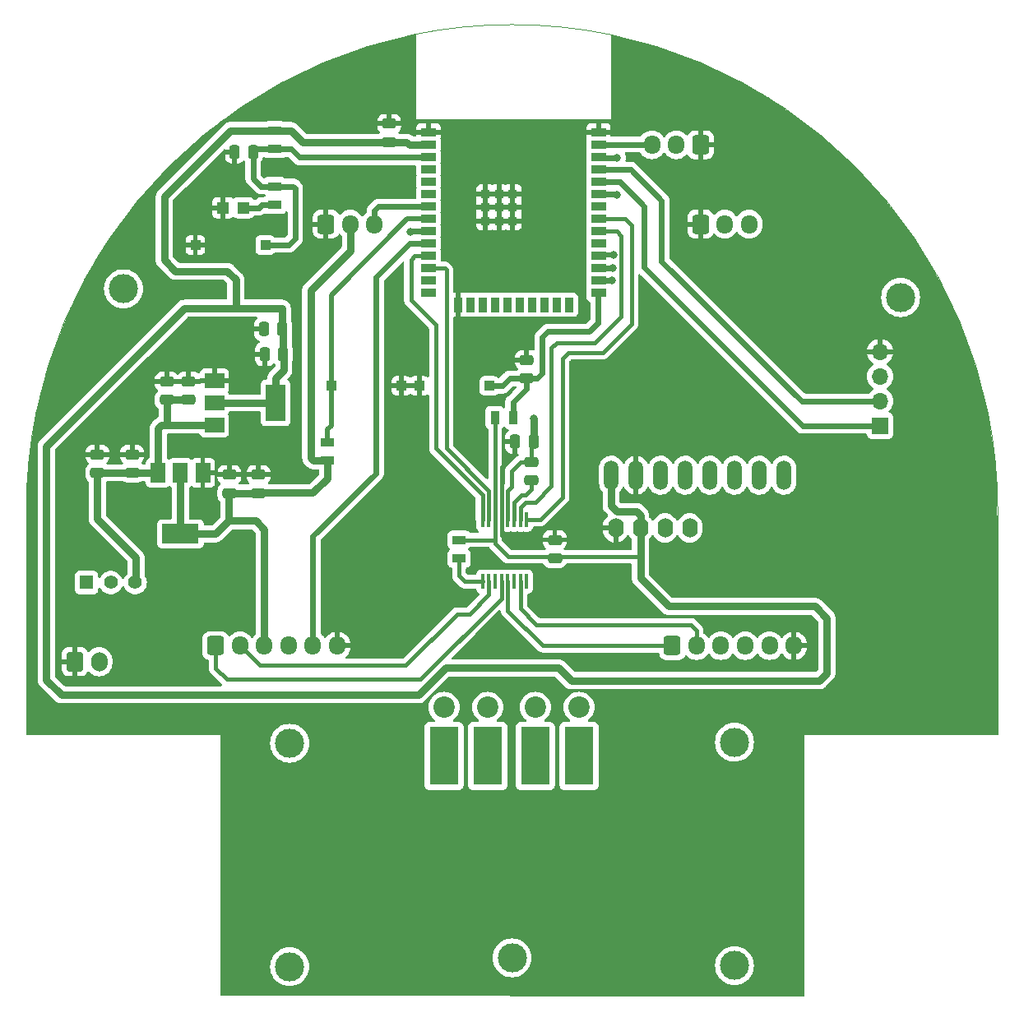
<source format=gbr>
%TF.GenerationSoftware,KiCad,Pcbnew,7.0.1*%
%TF.CreationDate,2023-08-29T23:28:33-03:00*%
%TF.ProjectId,BoverJr_PCBWAY,426f7665-724a-4725-9f50-43425741592e,rev?*%
%TF.SameCoordinates,Original*%
%TF.FileFunction,Copper,L1,Top*%
%TF.FilePolarity,Positive*%
%FSLAX46Y46*%
G04 Gerber Fmt 4.6, Leading zero omitted, Abs format (unit mm)*
G04 Created by KiCad (PCBNEW 7.0.1) date 2023-08-29 23:28:33*
%MOMM*%
%LPD*%
G01*
G04 APERTURE LIST*
G04 Aperture macros list*
%AMRoundRect*
0 Rectangle with rounded corners*
0 $1 Rounding radius*
0 $2 $3 $4 $5 $6 $7 $8 $9 X,Y pos of 4 corners*
0 Add a 4 corners polygon primitive as box body*
4,1,4,$2,$3,$4,$5,$6,$7,$8,$9,$2,$3,0*
0 Add four circle primitives for the rounded corners*
1,1,$1+$1,$2,$3*
1,1,$1+$1,$4,$5*
1,1,$1+$1,$6,$7*
1,1,$1+$1,$8,$9*
0 Add four rect primitives between the rounded corners*
20,1,$1+$1,$2,$3,$4,$5,0*
20,1,$1+$1,$4,$5,$6,$7,0*
20,1,$1+$1,$6,$7,$8,$9,0*
20,1,$1+$1,$8,$9,$2,$3,0*%
G04 Aperture macros list end*
%TA.AperFunction,SMDPad,CuDef*%
%ADD10R,0.889000X1.397000*%
%TD*%
%TA.AperFunction,SMDPad,CuDef*%
%ADD11R,1.397000X0.889000*%
%TD*%
%TA.AperFunction,SMDPad,CuDef*%
%ADD12RoundRect,0.250000X0.475000X-0.250000X0.475000X0.250000X-0.475000X0.250000X-0.475000X-0.250000X0*%
%TD*%
%TA.AperFunction,SMDPad,CuDef*%
%ADD13RoundRect,0.250000X0.250000X0.475000X-0.250000X0.475000X-0.250000X-0.475000X0.250000X-0.475000X0*%
%TD*%
%TA.AperFunction,ComponentPad*%
%ADD14RoundRect,0.250000X-0.600000X-0.725000X0.600000X-0.725000X0.600000X0.725000X-0.600000X0.725000X0*%
%TD*%
%TA.AperFunction,ComponentPad*%
%ADD15O,1.700000X1.950000*%
%TD*%
%TA.AperFunction,ComponentPad*%
%ADD16RoundRect,0.250000X-0.600000X-0.750000X0.600000X-0.750000X0.600000X0.750000X-0.600000X0.750000X0*%
%TD*%
%TA.AperFunction,ComponentPad*%
%ADD17O,1.700000X2.000000*%
%TD*%
%TA.AperFunction,ComponentPad*%
%ADD18C,3.000000*%
%TD*%
%TA.AperFunction,SMDPad,CuDef*%
%ADD19R,1.198880X1.198880*%
%TD*%
%TA.AperFunction,SMDPad,CuDef*%
%ADD20RoundRect,0.250000X-0.475000X0.250000X-0.475000X-0.250000X0.475000X-0.250000X0.475000X0.250000X0*%
%TD*%
%TA.AperFunction,ComponentPad*%
%ADD21C,2.200000*%
%TD*%
%TA.AperFunction,ComponentPad*%
%ADD22C,1.524000*%
%TD*%
%TA.AperFunction,ComponentPad*%
%ADD23R,3.000000X6.000000*%
%TD*%
%TA.AperFunction,ComponentPad*%
%ADD24R,1.700000X1.700000*%
%TD*%
%TA.AperFunction,ComponentPad*%
%ADD25O,1.700000X1.700000*%
%TD*%
%TA.AperFunction,SMDPad,CuDef*%
%ADD26R,1.000760X1.000760*%
%TD*%
%TA.AperFunction,ComponentPad*%
%ADD27RoundRect,0.250000X0.600000X0.725000X-0.600000X0.725000X-0.600000X-0.725000X0.600000X-0.725000X0*%
%TD*%
%TA.AperFunction,ComponentPad*%
%ADD28O,1.600000X2.000000*%
%TD*%
%TA.AperFunction,SMDPad,CuDef*%
%ADD29R,2.000000X1.500000*%
%TD*%
%TA.AperFunction,SMDPad,CuDef*%
%ADD30R,2.000000X3.800000*%
%TD*%
%TA.AperFunction,SMDPad,CuDef*%
%ADD31RoundRect,0.250000X-0.250000X-0.475000X0.250000X-0.475000X0.250000X0.475000X-0.250000X0.475000X0*%
%TD*%
%TA.AperFunction,SMDPad,CuDef*%
%ADD32R,0.300000X1.500000*%
%TD*%
%TA.AperFunction,ComponentPad*%
%ADD33R,1.408000X1.408000*%
%TD*%
%TA.AperFunction,ComponentPad*%
%ADD34C,1.408000*%
%TD*%
%TA.AperFunction,ComponentPad*%
%ADD35O,1.508000X3.016000*%
%TD*%
%TA.AperFunction,SMDPad,CuDef*%
%ADD36R,1.500000X2.000000*%
%TD*%
%TA.AperFunction,SMDPad,CuDef*%
%ADD37R,3.800000X2.000000*%
%TD*%
%TA.AperFunction,SMDPad,CuDef*%
%ADD38R,1.500000X0.900000*%
%TD*%
%TA.AperFunction,SMDPad,CuDef*%
%ADD39R,0.900000X1.500000*%
%TD*%
%TA.AperFunction,SMDPad,CuDef*%
%ADD40R,0.900000X0.900000*%
%TD*%
%TA.AperFunction,ViaPad*%
%ADD41C,0.800000*%
%TD*%
%TA.AperFunction,Conductor*%
%ADD42C,0.400000*%
%TD*%
%TA.AperFunction,Conductor*%
%ADD43C,0.750000*%
%TD*%
%TA.AperFunction,Conductor*%
%ADD44C,0.600000*%
%TD*%
%TA.AperFunction,Conductor*%
%ADD45C,0.500000*%
%TD*%
%TA.AperFunction,Profile*%
%ADD46C,0.100000*%
%TD*%
G04 APERTURE END LIST*
D10*
%TO.P,R8,1*%
%TO.N,/BOOT*%
X150127500Y-70250000D03*
%TO.P,R8,2*%
%TO.N,+3.3V*%
X148222500Y-70250000D03*
%TD*%
D11*
%TO.P,R2,1*%
%TO.N,/START*%
X131000000Y-72797500D03*
%TO.P,R2,2*%
%TO.N,+5V*%
X131000000Y-74702500D03*
%TD*%
D12*
%TO.P,C14,1*%
%TO.N,+3.3V*%
X137350000Y-41900000D03*
%TO.P,C14,2*%
%TO.N,GND*%
X137350000Y-40000000D03*
%TD*%
D13*
%TO.P,C7,1*%
%TO.N,+3.3V*%
X126450000Y-63750000D03*
%TO.P,C7,2*%
%TO.N,GND*%
X124550000Y-63750000D03*
%TD*%
D14*
%TO.P,J1,1,Pin_1*%
%TO.N,/OUT_A_MOTOR1*%
X166500000Y-93750000D03*
D15*
%TO.P,J1,2,Pin_2*%
%TO.N,/OUT_B_MOTOR1*%
X169000000Y-93750000D03*
%TO.P,J1,3,Pin_3*%
%TO.N,+5V*%
X171500000Y-93750000D03*
%TO.P,J1,4,Pin_4*%
%TO.N,/OUT_M1_DA*%
X174000000Y-93750000D03*
%TO.P,J1,5,Pin_5*%
%TO.N,/OUT_M1_DB*%
X176500000Y-93750000D03*
%TO.P,J1,6,Pin_6*%
%TO.N,GND*%
X179000000Y-93750000D03*
%TD*%
D16*
%TO.P,J10,1,Pin_1*%
%TO.N,GND*%
X105000000Y-95400000D03*
D17*
%TO.P,J10,2,Pin_2*%
%TO.N,+BATT*%
X107500000Y-95400000D03*
%TD*%
D18*
%TO.P,H2,1*%
%TO.N,N/C*%
X127100000Y-126800000D03*
%TO.P,H2,4*%
X127100000Y-103800000D03*
%TD*%
%TO.P,H5,1*%
%TO.N,N/C*%
X110000000Y-57000000D03*
%TD*%
D19*
%TO.P,LED_ESP32,1,A*%
%TO.N,Net-(LED_ESP32-A)*%
X122349020Y-48650000D03*
%TO.P,LED_ESP32,2,K*%
%TO.N,GND*%
X120250980Y-48650000D03*
%TD*%
D20*
%TO.P,C3,1*%
%TO.N,GND*%
X120900000Y-76150000D03*
%TO.P,C3,2*%
%TO.N,+5V*%
X120900000Y-78050000D03*
%TD*%
D21*
%TO.P,J11,1,1*%
%TO.N,/OUT_B_MOTOR2*%
X147500000Y-100100000D03*
D22*
X147500000Y-103600000D03*
D23*
X147500000Y-105100000D03*
%TD*%
D24*
%TO.P,J3,1,Pin_1*%
%TO.N,/RX*%
X187875000Y-71100000D03*
D25*
%TO.P,J3,2,Pin_2*%
%TO.N,/TX*%
X187875000Y-68560000D03*
%TO.P,J3,3,Pin_3*%
%TO.N,+5V*%
X187875000Y-66020000D03*
%TO.P,J3,4,Pin_4*%
%TO.N,GND*%
X187875000Y-63480000D03*
%TD*%
D12*
%TO.P,C6,1*%
%TO.N,VCC*%
X116700000Y-68450000D03*
%TO.P,C6,2*%
%TO.N,GND*%
X116700000Y-66550000D03*
%TD*%
D26*
%TO.P,SW_START1,1,1*%
%TO.N,GND*%
X138599180Y-67000000D03*
%TO.P,SW_START1,2,2*%
%TO.N,/START*%
X131400820Y-67000000D03*
%TD*%
%TO.P,SW_BOOT1,1,1*%
%TO.N,GND*%
X140450820Y-67000000D03*
%TO.P,SW_BOOT1,2,2*%
%TO.N,/BOOT*%
X147649180Y-67000000D03*
%TD*%
D21*
%TO.P,J7,1,1*%
%TO.N,/OUT_B_MOTOR1*%
X156900000Y-100100000D03*
D22*
X156900000Y-103600000D03*
D23*
X156900000Y-105100000D03*
%TD*%
D13*
%TO.P,C8,1*%
%TO.N,+3.3V*%
X126350000Y-61150000D03*
%TO.P,C8,2*%
%TO.N,GND*%
X124450000Y-61150000D03*
%TD*%
D27*
%TO.P,J8,1,Pin_1*%
%TO.N,GND*%
X169400000Y-42175000D03*
D15*
%TO.P,J8,2,Pin_2*%
%TO.N,+5V*%
X166900000Y-42175000D03*
%TO.P,J8,3,Pin_3*%
%TO.N,/IR_FRONTAL*%
X164400000Y-42175000D03*
%TD*%
D14*
%TO.P,J4,1,Pin_1*%
%TO.N,GND*%
X169400000Y-50350000D03*
D15*
%TO.P,J4,2,Pin_2*%
%TO.N,+5V*%
X171900000Y-50350000D03*
%TO.P,J4,3,Pin_3*%
%TO.N,/IR_IZQ*%
X174400000Y-50350000D03*
%TD*%
D28*
%TO.P,OLED1,1,GND*%
%TO.N,GND*%
X160670000Y-81625000D03*
%TO.P,OLED1,2,VCC*%
%TO.N,+3.3V*%
X163210000Y-81625000D03*
%TO.P,OLED1,3,SCL*%
%TO.N,/SCL*%
X165750000Y-81625000D03*
%TO.P,OLED1,4,SDA*%
%TO.N,/SDA*%
X168290000Y-81625000D03*
%TD*%
D29*
%TO.P,U7,1,GND*%
%TO.N,GND*%
X119350000Y-66450000D03*
%TO.P,U7,2,VO*%
%TO.N,+3.3V*%
X119350000Y-68750000D03*
D30*
X125650000Y-68750000D03*
D29*
%TO.P,U7,3,VI*%
%TO.N,VCC*%
X119350000Y-71050000D03*
%TD*%
D14*
%TO.P,J5,1,Pin_1*%
%TO.N,GND*%
X130850000Y-50350000D03*
D15*
%TO.P,J5,2,Pin_2*%
%TO.N,+5V*%
X133350000Y-50350000D03*
%TO.P,J5,3,Pin_3*%
%TO.N,/IR_DER*%
X135850000Y-50350000D03*
%TD*%
D20*
%TO.P,C13,1*%
%TO.N,GND*%
X151500000Y-64325000D03*
%TO.P,C13,2*%
%TO.N,/BOOT*%
X151500000Y-66225000D03*
%TD*%
D21*
%TO.P,J6,1,1*%
%TO.N,/OUT_A_MOTOR1*%
X152400000Y-100100000D03*
D22*
X152400000Y-103600000D03*
D23*
X152400000Y-105100000D03*
%TD*%
D31*
%TO.P,C9,1*%
%TO.N,GND*%
X150300000Y-72750000D03*
%TO.P,C9,2*%
%TO.N,VCC*%
X152200000Y-72750000D03*
%TD*%
D32*
%TO.P,U5,1,nSLEEP*%
%TO.N,Net-(U5-nSLEEP)*%
X146955000Y-87153000D03*
%TO.P,U5,2,AOUT1*%
%TO.N,/OUT_B_MOTOR2*%
X147605000Y-87153000D03*
%TO.P,U5,3,AISEN*%
%TO.N,unconnected-(U5-AISEN-Pad3)*%
X148255000Y-87153000D03*
%TO.P,U5,4,AOUT2*%
%TO.N,/OUT_A_MOTOR2*%
X148905000Y-87153000D03*
%TO.P,U5,5,BOUT2*%
%TO.N,/OUT_A_MOTOR1*%
X149555000Y-87153000D03*
%TO.P,U5,6,BISEN*%
%TO.N,unconnected-(U5-BISEN-Pad6)*%
X150205000Y-87153000D03*
%TO.P,U5,7,BOUT1*%
%TO.N,/OUT_B_MOTOR1*%
X150855000Y-87153000D03*
%TO.P,U5,8,nFAULT*%
%TO.N,/NFAULT*%
X151505000Y-87153000D03*
%TO.P,U5,9,BIN1*%
%TO.N,/M1_IN1*%
X151505000Y-80753000D03*
%TO.P,U5,10,BIN2*%
%TO.N,/M1_IN2*%
X150855000Y-80753000D03*
%TO.P,U5,11,VCP*%
%TO.N,Net-(U5-VCP)*%
X150205000Y-80753000D03*
%TO.P,U5,12,VM*%
%TO.N,VCC*%
X149555000Y-80753000D03*
%TO.P,U5,13,GND*%
%TO.N,GND*%
X148905000Y-80753000D03*
%TO.P,U5,14,VINT*%
%TO.N,+3.3V*%
X148255000Y-80753000D03*
%TO.P,U5,15,AIN2*%
%TO.N,/M2_IN2*%
X147605000Y-80753000D03*
%TO.P,U5,16,AIN1*%
%TO.N,/M2_IN1*%
X146955000Y-80753000D03*
%TD*%
D18*
%TO.P,H1,1*%
%TO.N,N/C*%
X172900000Y-103700000D03*
%TO.P,H1,4*%
X172900000Y-126700000D03*
%TD*%
D20*
%TO.P,C10,1*%
%TO.N,GND*%
X154400000Y-82850000D03*
%TO.P,C10,2*%
%TO.N,+3.3V*%
X154400000Y-84750000D03*
%TD*%
D11*
%TO.P,R7,1*%
%TO.N,/EN*%
X125550000Y-42602500D03*
%TO.P,R7,2*%
%TO.N,+3.3V*%
X125550000Y-40697500D03*
%TD*%
D33*
%TO.P,SW1,1,A*%
%TO.N,+BATT*%
X106200000Y-87250000D03*
D34*
%TO.P,SW1,2,B*%
X108700000Y-87250000D03*
%TO.P,SW1,3,C*%
%TO.N,VCC*%
X111200000Y-87250000D03*
%TD*%
D20*
%TO.P,C11,1*%
%TO.N,VCC*%
X152000000Y-74850000D03*
%TO.P,C11,2*%
%TO.N,Net-(U5-VCP)*%
X152000000Y-76750000D03*
%TD*%
D26*
%TO.P,SW_EN1,1,1*%
%TO.N,GND*%
X117400820Y-52500000D03*
%TO.P,SW_EN1,2,2*%
%TO.N,/EN*%
X124599180Y-52500000D03*
%TD*%
D35*
%TO.P,U2,1,VCC*%
%TO.N,+3.3V*%
X160210000Y-76200000D03*
%TO.P,U2,2,GND*%
%TO.N,GND*%
X162750000Y-76200000D03*
%TO.P,U2,3,SCL*%
%TO.N,/SCL*%
X165290000Y-76200000D03*
%TO.P,U2,4,SDA*%
%TO.N,/SDA*%
X167830000Y-76200000D03*
%TO.P,U2,5,XDA*%
%TO.N,unconnected-(U2-XDA-Pad5)*%
X170370000Y-76200000D03*
%TO.P,U2,6,XCL*%
%TO.N,unconnected-(U2-XCL-Pad6)*%
X172910000Y-76200000D03*
%TO.P,U2,7,ADO*%
%TO.N,unconnected-(U2-ADO-Pad7)*%
X175450000Y-76200000D03*
%TO.P,U2,8,INT*%
%TO.N,/INT_MPU6050*%
X177990000Y-76200000D03*
%TD*%
D11*
%TO.P,R3,1*%
%TO.N,+3.3V*%
X144540000Y-82857500D03*
%TO.P,R3,2*%
%TO.N,Net-(U5-nSLEEP)*%
X144540000Y-84762500D03*
%TD*%
D36*
%TO.P,U3,1,GND*%
%TO.N,GND*%
X118162000Y-75947000D03*
%TO.P,U3,2,VO*%
%TO.N,+5V*%
X115862000Y-75947000D03*
D37*
X115862000Y-82247000D03*
D36*
%TO.P,U3,3,VI*%
%TO.N,VCC*%
X113562000Y-75947000D03*
%TD*%
D11*
%TO.P,R1,1*%
%TO.N,Net-(LED_ESP32-A)*%
X125550000Y-48352500D03*
%TO.P,R1,2*%
%TO.N,/EN*%
X125550000Y-46447500D03*
%TD*%
D12*
%TO.P,C1,1*%
%TO.N,VCC*%
X107300000Y-75950000D03*
%TO.P,C1,2*%
%TO.N,GND*%
X107300000Y-74050000D03*
%TD*%
%TO.P,C5,1*%
%TO.N,VCC*%
X114450000Y-68450000D03*
%TO.P,C5,2*%
%TO.N,GND*%
X114450000Y-66550000D03*
%TD*%
D38*
%TO.P,U1,3V3,3V3*%
%TO.N,+3.3V*%
X141400000Y-42160000D03*
%TO.P,U1,5,SENSOR_VP*%
%TO.N,unconnected-(U1-SENSOR_VP-Pad5)*%
X141400000Y-44700000D03*
%TO.P,U1,8,SENSOR_VN*%
%TO.N,unconnected-(U1-SENSOR_VN-Pad8)*%
X141400000Y-45970000D03*
%TO.P,U1,9,EN*%
%TO.N,/EN*%
X141400000Y-43430000D03*
%TO.P,U1,10,IO34*%
%TO.N,unconnected-(U1-IO34-Pad10)*%
X141400000Y-47240000D03*
%TO.P,U1,11,IO35*%
%TO.N,/IR_DER*%
X141400000Y-48510000D03*
%TO.P,U1,12,IO32*%
%TO.N,/START*%
X141400000Y-49780000D03*
%TO.P,U1,13,IO33*%
%TO.N,/OUT_M2_DA*%
X141400000Y-51050000D03*
%TO.P,U1,14,IO25*%
%TO.N,/OUT_M2_DB*%
X141400000Y-52320000D03*
%TO.P,U1,15,IO26*%
%TO.N,/M2_IN1*%
X141400000Y-53590000D03*
%TO.P,U1,16,IO27*%
%TO.N,/M2_IN2*%
X141400000Y-54860000D03*
%TO.P,U1,17,IO14*%
%TO.N,unconnected-(U1-IO14-Pad17)*%
X141400000Y-56130000D03*
%TO.P,U1,18,IO12*%
%TO.N,unconnected-(U1-IO12-Pad18)*%
X141400000Y-57400000D03*
D39*
%TO.P,U1,20,IO13*%
%TO.N,unconnected-(U1-IO13-Pad20)*%
X145705000Y-58650000D03*
%TO.P,U1,21,IO15*%
%TO.N,unconnected-(U1-IO15-Pad21)*%
X154595000Y-58650000D03*
%TO.P,U1,22,IO2*%
%TO.N,unconnected-(U1-IO2-Pad22)*%
X155865000Y-58650000D03*
D38*
%TO.P,U1,23,IO0*%
%TO.N,/BOOT*%
X158900000Y-57400000D03*
%TO.P,U1,24,IO4*%
%TO.N,/OUT_M1_DB*%
X158900000Y-56130000D03*
%TO.P,U1,25,IO16*%
%TO.N,/OUT_M1_DA*%
X158900000Y-54860000D03*
%TO.P,U1,27,IO17*%
%TO.N,/IR_IZQ*%
X158900000Y-53590000D03*
D39*
%TO.P,U1,28,SD2*%
%TO.N,unconnected-(U1-SD2-Pad28)*%
X146975000Y-58650000D03*
%TO.P,U1,29,SD3*%
%TO.N,unconnected-(U1-SD3-Pad29)*%
X148245000Y-58650000D03*
%TO.P,U1,30,CMD*%
%TO.N,unconnected-(U1-CMD-Pad30)*%
X149515000Y-58650000D03*
%TO.P,U1,31,CLK*%
%TO.N,unconnected-(U1-CLK-Pad31)*%
X150785000Y-58650000D03*
%TO.P,U1,32,SD0*%
%TO.N,unconnected-(U1-SD0-Pad32)*%
X152055000Y-58650000D03*
%TO.P,U1,33,SD1*%
%TO.N,unconnected-(U1-SD1-Pad33)*%
X153325000Y-58650000D03*
D38*
%TO.P,U1,34,IO5*%
%TO.N,unconnected-(U1-IO5-Pad34)*%
X158900000Y-52320000D03*
%TO.P,U1,35,IO18*%
%TO.N,/M1_IN2*%
X158900000Y-51050000D03*
%TO.P,U1,36,IO23*%
%TO.N,/IR_FRONTAL*%
X158900000Y-42160000D03*
%TO.P,U1,38,IO19*%
%TO.N,/M1_IN1*%
X158900000Y-49780000D03*
%TO.P,U1,39,IO22*%
%TO.N,/SCL*%
X158900000Y-43430000D03*
%TO.P,U1,40,RXD0*%
%TO.N,/RX*%
X158900000Y-45970000D03*
%TO.P,U1,41,TXD0*%
%TO.N,/TX*%
X158900000Y-44700000D03*
%TO.P,U1,42,IO21*%
%TO.N,/SDA*%
X158900000Y-47240000D03*
%TO.P,U1,GND,GND*%
%TO.N,GND*%
X141400000Y-40890000D03*
D39*
X144435000Y-58650000D03*
D40*
X147250000Y-47210000D03*
X147250000Y-48610000D03*
X147250000Y-50010000D03*
X148650000Y-47210000D03*
X148650000Y-48610000D03*
X148650000Y-50010000D03*
X150050000Y-47210000D03*
X150050000Y-48610000D03*
X150050000Y-50010000D03*
D38*
X158900000Y-40890000D03*
%TO.P,U1,NC,NC*%
%TO.N,unconnected-(U1-PadNC)*%
X158900000Y-48510000D03*
%TD*%
D12*
%TO.P,C4,1*%
%TO.N,+5V*%
X123900000Y-78050000D03*
%TO.P,C4,2*%
%TO.N,GND*%
X123900000Y-76150000D03*
%TD*%
D18*
%TO.P,H3,1*%
%TO.N,N/C*%
X150000000Y-125900000D03*
%TD*%
D12*
%TO.P,C2,1*%
%TO.N,VCC*%
X110900000Y-75950000D03*
%TO.P,C2,2*%
%TO.N,GND*%
X110900000Y-74050000D03*
%TD*%
D14*
%TO.P,J2,1,Pin_1*%
%TO.N,/OUT_A_MOTOR2*%
X119500000Y-93750000D03*
D15*
%TO.P,J2,2,Pin_2*%
%TO.N,/OUT_B_MOTOR2*%
X122000000Y-93750000D03*
%TO.P,J2,3,Pin_3*%
%TO.N,+5V*%
X124500000Y-93750000D03*
%TO.P,J2,4,Pin_4*%
%TO.N,/OUT_M2_DA*%
X127000000Y-93750000D03*
%TO.P,J2,5,Pin_5*%
%TO.N,/OUT_M2_DB*%
X129500000Y-93750000D03*
%TO.P,J2,6,Pin_6*%
%TO.N,GND*%
X132000000Y-93750000D03*
%TD*%
D31*
%TO.P,C12,1*%
%TO.N,GND*%
X121450000Y-42900000D03*
%TO.P,C12,2*%
%TO.N,/EN*%
X123350000Y-42900000D03*
%TD*%
D18*
%TO.P,H4,1*%
%TO.N,N/C*%
X190000000Y-57900000D03*
%TD*%
D22*
%TO.P,J9,1,1*%
%TO.N,/OUT_A_MOTOR2*%
X143000000Y-103600000D03*
D23*
X143000000Y-105100000D03*
D21*
X143000000Y-100100000D03*
%TD*%
D41*
%TO.N,/OUT_M1_DA*%
X160400000Y-54900000D03*
%TO.N,/OUT_M1_DB*%
X160300000Y-56125000D03*
%TO.N,/OUT_M2_DA*%
X139500000Y-51100000D03*
%TO.N,VCC*%
X152200000Y-70400000D03*
%TO.N,/IR_IZQ*%
X160425500Y-53550000D03*
%TO.N,/SCL*%
X160800000Y-43500000D03*
%TO.N,/SDA*%
X160800000Y-47300000D03*
%TD*%
D42*
%TO.N,GND*%
X139820000Y-40920000D02*
X138900000Y-40000000D01*
X148905000Y-75345000D02*
X150290000Y-73960000D01*
X158400000Y-81600000D02*
X160680000Y-81600000D01*
X149950000Y-72800000D02*
X149950000Y-72250000D01*
X138900000Y-40000000D02*
X137350000Y-40000000D01*
X148905000Y-80753000D02*
X148905000Y-75345000D01*
X150290000Y-72760000D02*
X150300000Y-72750000D01*
X141400000Y-40920000D02*
X139820000Y-40920000D01*
X148905000Y-80753000D02*
X148905000Y-82355000D01*
X150290000Y-73960000D02*
X150290000Y-72760000D01*
X148905000Y-82355000D02*
X149350000Y-82800000D01*
X149350000Y-82800000D02*
X157200000Y-82800000D01*
X157200000Y-82800000D02*
X158400000Y-81600000D01*
D43*
%TO.N,+5V*%
X129552500Y-74702500D02*
X129275000Y-74425000D01*
X123600000Y-80900000D02*
X120800000Y-80900000D01*
X123950000Y-78000000D02*
X129500000Y-78000000D01*
X115862000Y-82247000D02*
X119453000Y-82247000D01*
X129275000Y-74425000D02*
X129275000Y-57125000D01*
X119453000Y-82247000D02*
X120600000Y-81100000D01*
X123900000Y-78050000D02*
X123950000Y-78000000D01*
X131000000Y-76500000D02*
X131000000Y-74702500D01*
X129500000Y-78000000D02*
X131000000Y-76500000D01*
X120860000Y-78090000D02*
X120900000Y-78050000D01*
X124500000Y-93750000D02*
X124500000Y-81800000D01*
X120600000Y-81100000D02*
X120860000Y-80840000D01*
X131000000Y-74702500D02*
X129552500Y-74702500D01*
X115862000Y-75947000D02*
X115862000Y-82247000D01*
X133350000Y-53050000D02*
X133350000Y-50350000D01*
X120800000Y-80900000D02*
X120600000Y-81100000D01*
X129275000Y-57125000D02*
X133350000Y-53050000D01*
X124500000Y-81800000D02*
X123600000Y-80900000D01*
X120900000Y-78050000D02*
X123900000Y-78050000D01*
X120860000Y-80840000D02*
X120860000Y-78090000D01*
%TO.N,+3.3V*%
X127247500Y-40697500D02*
X128450000Y-41900000D01*
X103600000Y-98800000D02*
X140400000Y-98800000D01*
X126450000Y-63750000D02*
X126450000Y-61250000D01*
D42*
X148255000Y-83255000D02*
X149600000Y-84600000D01*
X148212500Y-82857500D02*
X148255000Y-82900000D01*
D43*
X154800000Y-96050000D02*
X156100000Y-97350000D01*
D42*
X144540000Y-82857500D02*
X148212500Y-82857500D01*
D43*
X126350000Y-59000000D02*
X121350000Y-59000000D01*
D42*
X148255000Y-80753000D02*
X148255000Y-83255000D01*
D43*
X114200000Y-47500000D02*
X121002500Y-40697500D01*
D42*
X148255000Y-80753000D02*
X148255000Y-75505000D01*
D43*
X143150000Y-96050000D02*
X154800000Y-96050000D01*
X156100000Y-97350000D02*
X181650000Y-97350000D01*
X163220000Y-86820000D02*
X163220000Y-84970000D01*
X182400000Y-90900000D02*
X181200000Y-89700000D01*
X162850000Y-79950000D02*
X160800000Y-79950000D01*
X126500000Y-65375000D02*
X126500000Y-63800000D01*
X166100000Y-89700000D02*
X163220000Y-86820000D01*
X121002500Y-40697500D02*
X127247500Y-40697500D01*
D42*
X148255000Y-82900000D02*
X148255000Y-83255000D01*
D43*
X160210000Y-79360000D02*
X160210000Y-76200000D01*
D42*
X148250000Y-75500000D02*
X148250000Y-70277500D01*
D43*
X181650000Y-97350000D02*
X182400000Y-96600000D01*
X163220000Y-84970000D02*
X163220000Y-80320000D01*
X121350000Y-59000000D02*
X121550000Y-58800000D01*
X137350000Y-41900000D02*
X139150000Y-41900000D01*
D42*
X149600000Y-84600000D02*
X163220000Y-84600000D01*
D43*
X126350000Y-61150000D02*
X126350000Y-59000000D01*
D42*
X163220000Y-84600000D02*
X163220000Y-84970000D01*
D43*
X160800000Y-79950000D02*
X160210000Y-79360000D01*
X121550000Y-58800000D02*
X121550000Y-56050000D01*
X126450000Y-61250000D02*
X126350000Y-61150000D01*
X163220000Y-80320000D02*
X162850000Y-79950000D01*
X139440000Y-42190000D02*
X141400000Y-42190000D01*
X126500000Y-63800000D02*
X126450000Y-63750000D01*
X102050000Y-73200000D02*
X102050000Y-97250000D01*
X114200000Y-54050000D02*
X114200000Y-47500000D01*
X139150000Y-41900000D02*
X139440000Y-42190000D01*
X120700000Y-55200000D02*
X115350000Y-55200000D01*
X140400000Y-98800000D02*
X143150000Y-96050000D01*
X125650000Y-66225000D02*
X126500000Y-65375000D01*
X121550000Y-56050000D02*
X120700000Y-55200000D01*
D42*
X148250000Y-70277500D02*
X148222500Y-70250000D01*
D43*
X125650000Y-68750000D02*
X119350000Y-68750000D01*
X116250000Y-59000000D02*
X102050000Y-73200000D01*
X102050000Y-97250000D02*
X103600000Y-98800000D01*
X125650000Y-68750000D02*
X125650000Y-66225000D01*
X181200000Y-89700000D02*
X166100000Y-89700000D01*
X126350000Y-59000000D02*
X116250000Y-59000000D01*
X128450000Y-41900000D02*
X137350000Y-41900000D01*
X115350000Y-55200000D02*
X114200000Y-54050000D01*
X182400000Y-96600000D02*
X182400000Y-90900000D01*
D42*
X148255000Y-75505000D02*
X148250000Y-75500000D01*
D44*
%TO.N,/EN*%
X128125000Y-43475000D02*
X127252500Y-42602500D01*
X141400000Y-43460000D02*
X141385000Y-43475000D01*
X124147500Y-46447500D02*
X127447500Y-46447500D01*
X123350000Y-42900000D02*
X123350000Y-45650000D01*
X141385000Y-43475000D02*
X128125000Y-43475000D01*
X127687500Y-51812500D02*
X127000000Y-52500000D01*
X127000000Y-52500000D02*
X124599180Y-52500000D01*
X127447500Y-46447500D02*
X127687500Y-46687500D01*
X127252500Y-42602500D02*
X123647500Y-42602500D01*
X123350000Y-45650000D02*
X124147500Y-46447500D01*
X127687500Y-46687500D02*
X127687500Y-51812500D01*
X123647500Y-42602500D02*
X123350000Y-42900000D01*
%TO.N,/BOOT*%
X151500000Y-66225000D02*
X149775000Y-66225000D01*
X150100000Y-70222500D02*
X150100000Y-68675000D01*
X158850000Y-60500000D02*
X157950000Y-61400000D01*
X150127500Y-70250000D02*
X150100000Y-70222500D01*
X149000000Y-67000000D02*
X147649180Y-67000000D01*
X158900000Y-57430000D02*
X158850000Y-57480000D01*
X152555000Y-66225000D02*
X151500000Y-66225000D01*
X149775000Y-66225000D02*
X149000000Y-67000000D01*
X158850000Y-57480000D02*
X158850000Y-60500000D01*
X153110000Y-65670000D02*
X152555000Y-66225000D01*
X157950000Y-61400000D02*
X153710000Y-61400000D01*
X150100000Y-68675000D02*
X151500000Y-67275000D01*
X153110000Y-62000000D02*
X153110000Y-65670000D01*
X153710000Y-61400000D02*
X153110000Y-62000000D01*
X151500000Y-67275000D02*
X151500000Y-66225000D01*
D42*
%TO.N,/OUT_A_MOTOR1*%
X149555000Y-90155000D02*
X153150000Y-93750000D01*
X153150000Y-93750000D02*
X166500000Y-93750000D01*
X149555000Y-87153000D02*
X149555000Y-90155000D01*
%TO.N,/OUT_B_MOTOR1*%
X168400000Y-91600000D02*
X152500000Y-91600000D01*
X150855000Y-89955000D02*
X150855000Y-87153000D01*
X152500000Y-91600000D02*
X150855000Y-89955000D01*
X169000000Y-92200000D02*
X168400000Y-91600000D01*
X169000000Y-93750000D02*
X169000000Y-92200000D01*
D44*
%TO.N,/OUT_M1_DA*%
X160390000Y-54890000D02*
X158900000Y-54890000D01*
X160400000Y-54900000D02*
X160390000Y-54890000D01*
%TO.N,/OUT_M1_DB*%
X160300000Y-56125000D02*
X158935000Y-56125000D01*
X158935000Y-56125000D02*
X158900000Y-56160000D01*
D42*
%TO.N,/OUT_A_MOTOR2*%
X119500000Y-93750000D02*
X119500000Y-96100000D01*
X120625000Y-97225000D02*
X140550000Y-97225000D01*
X119500000Y-96100000D02*
X120625000Y-97225000D01*
X148905000Y-88870000D02*
X148905000Y-87153000D01*
X140550000Y-97225000D02*
X148905000Y-88870000D01*
%TO.N,/OUT_B_MOTOR2*%
X144325000Y-90525000D02*
X139050000Y-95800000D01*
X147605000Y-87153000D02*
X147605000Y-88520000D01*
X147605000Y-88520000D02*
X145600000Y-90525000D01*
X139050000Y-95800000D02*
X124050000Y-95800000D01*
X124050000Y-95800000D02*
X122000000Y-93750000D01*
X145600000Y-90525000D02*
X144325000Y-90525000D01*
D44*
%TO.N,/OUT_M2_DA*%
X139500000Y-51100000D02*
X139525000Y-51075000D01*
X139525000Y-51075000D02*
X141395000Y-51075000D01*
X141395000Y-51075000D02*
X141400000Y-51080000D01*
%TO.N,/OUT_M2_DB*%
X129500000Y-82500000D02*
X136000000Y-76000000D01*
X136000000Y-55800000D02*
X139450000Y-52350000D01*
X129500000Y-93750000D02*
X129500000Y-82500000D01*
X136000000Y-76000000D02*
X136000000Y-55800000D01*
X139450000Y-52350000D02*
X141400000Y-52350000D01*
D43*
%TO.N,VCC*%
X113562000Y-75947000D02*
X110903000Y-75947000D01*
D42*
X152000000Y-74850000D02*
X152000000Y-72950000D01*
D43*
X113562000Y-71388000D02*
X113900000Y-71050000D01*
X111300000Y-87190000D02*
X111240000Y-87250000D01*
D42*
X150900000Y-74850000D02*
X152000000Y-74850000D01*
D43*
X152200000Y-70400000D02*
X152200000Y-72750000D01*
D42*
X152000000Y-72950000D02*
X152200000Y-72750000D01*
D43*
X107300000Y-75950000D02*
X107300000Y-80700000D01*
X114500000Y-71050000D02*
X119350000Y-71050000D01*
D42*
X149950000Y-77400000D02*
X149950000Y-75800000D01*
D43*
X113562000Y-71388000D02*
X113562000Y-75947000D01*
D42*
X149950000Y-75800000D02*
X150900000Y-74850000D01*
D43*
X111300000Y-84700000D02*
X111300000Y-87190000D01*
D42*
X152000000Y-74850000D02*
X151750000Y-74850000D01*
X149555000Y-77795000D02*
X149950000Y-77400000D01*
D43*
X114450000Y-68450000D02*
X116700000Y-68450000D01*
X113900000Y-71050000D02*
X114500000Y-71050000D01*
X114500000Y-71050000D02*
X114500000Y-68500000D01*
X107300000Y-80700000D02*
X111300000Y-84700000D01*
D42*
X149555000Y-80753000D02*
X149555000Y-77795000D01*
D43*
X114500000Y-68500000D02*
X114450000Y-68450000D01*
X110900000Y-75950000D02*
X107300000Y-75950000D01*
X110903000Y-75947000D02*
X110900000Y-75950000D01*
D44*
%TO.N,Net-(LED_ESP32-A)*%
X122349020Y-48650000D02*
X123950000Y-48650000D01*
X123950000Y-48650000D02*
X124250000Y-48350000D01*
X125547500Y-48350000D02*
X125550000Y-48352500D01*
X124250000Y-48350000D02*
X125547500Y-48350000D01*
D45*
%TO.N,/IR_IZQ*%
X160425500Y-53550000D02*
X158970000Y-53550000D01*
X158970000Y-53550000D02*
X158900000Y-53620000D01*
D44*
%TO.N,/IR_DER*%
X136250000Y-48550000D02*
X135850000Y-48950000D01*
X141400000Y-48540000D02*
X141390000Y-48550000D01*
X135850000Y-48950000D02*
X135850000Y-50350000D01*
X141390000Y-48550000D02*
X136250000Y-48550000D01*
D45*
%TO.N,/START*%
X131000000Y-71500000D02*
X131375000Y-71125000D01*
X131375000Y-57625000D02*
X139175000Y-49825000D01*
X131000000Y-72797500D02*
X131000000Y-71500000D01*
X141385000Y-49825000D02*
X141400000Y-49810000D01*
X131375000Y-71125000D02*
X131375000Y-57625000D01*
X139175000Y-49825000D02*
X141385000Y-49825000D01*
D42*
%TO.N,Net-(U5-nSLEEP)*%
X145153000Y-87153000D02*
X144540000Y-86540000D01*
X146955000Y-87153000D02*
X145153000Y-87153000D01*
X144540000Y-86540000D02*
X144540000Y-85207000D01*
%TO.N,/M2_IN1*%
X146955000Y-78255000D02*
X146955000Y-80753000D01*
X139980000Y-53620000D02*
X139600000Y-54000000D01*
X139600000Y-54000000D02*
X139600000Y-58200000D01*
X142150000Y-60750000D02*
X142150000Y-73450000D01*
X139600000Y-58200000D02*
X142150000Y-60750000D01*
X142150000Y-73450000D02*
X146955000Y-78255000D01*
X141400000Y-53620000D02*
X139980000Y-53620000D01*
%TO.N,/M2_IN2*%
X143225000Y-55040000D02*
X143075000Y-54890000D01*
X143225000Y-73425000D02*
X143225000Y-55040000D01*
X143075000Y-54890000D02*
X141400000Y-54890000D01*
X147605000Y-80753000D02*
X147605000Y-77805000D01*
X147605000Y-77805000D02*
X143225000Y-73425000D01*
%TO.N,/M1_IN2*%
X160770000Y-51080000D02*
X158900000Y-51080000D01*
X161225000Y-51535000D02*
X160770000Y-51080000D01*
X158525000Y-62575000D02*
X161225000Y-59875000D01*
X154575000Y-62575000D02*
X158525000Y-62575000D01*
X161225000Y-59875000D02*
X161225000Y-51535000D01*
X150855000Y-80753000D02*
X150855000Y-79523000D01*
X150855000Y-79523000D02*
X151384000Y-78994000D01*
X154050000Y-77344000D02*
X154050000Y-63100000D01*
X152400000Y-78994000D02*
X154050000Y-77344000D01*
X154050000Y-63100000D02*
X154575000Y-62575000D01*
X151384000Y-78994000D02*
X152400000Y-78994000D01*
D44*
%TO.N,/IR_FRONTAL*%
X164400000Y-42150000D02*
X158910000Y-42150000D01*
X158910000Y-42150000D02*
X158900000Y-42160000D01*
%TO.N,/TX*%
X165400000Y-47900000D02*
X165400000Y-54148000D01*
X158905000Y-44725000D02*
X162225000Y-44725000D01*
X165400000Y-54148000D02*
X179832000Y-68580000D01*
X158900000Y-44730000D02*
X158905000Y-44725000D01*
X162225000Y-44725000D02*
X165400000Y-47900000D01*
X179832000Y-68580000D02*
X187960000Y-68580000D01*
%TO.N,/RX*%
X179920000Y-71120000D02*
X187960000Y-71120000D01*
X158900000Y-46000000D02*
X161100000Y-46000000D01*
X163600000Y-48500000D02*
X163600000Y-54800000D01*
X161100000Y-46000000D02*
X163600000Y-48500000D01*
X163600000Y-54800000D02*
X179920000Y-71120000D01*
D42*
%TO.N,/M1_IN1*%
X158900000Y-49810000D02*
X161610000Y-49810000D01*
X152927000Y-80753000D02*
X151505000Y-80753000D01*
X155200000Y-64150000D02*
X155200000Y-78480000D01*
X161610000Y-49810000D02*
X162275000Y-50475000D01*
X155775000Y-63575000D02*
X155200000Y-64150000D01*
X162275000Y-50475000D02*
X162275000Y-60650000D01*
X159350000Y-63575000D02*
X155775000Y-63575000D01*
X162275000Y-60650000D02*
X159350000Y-63575000D01*
X155200000Y-78480000D02*
X152927000Y-80753000D01*
D44*
%TO.N,/SCL*%
X158900000Y-43460000D02*
X158940000Y-43500000D01*
X158940000Y-43500000D02*
X160800000Y-43500000D01*
%TO.N,/SDA*%
X160800000Y-47300000D02*
X160770000Y-47270000D01*
X160770000Y-47270000D02*
X158900000Y-47270000D01*
D42*
%TO.N,Net-(U5-VCP)*%
X152000000Y-77600000D02*
X152000000Y-76750000D01*
X150205000Y-80753000D02*
X150205000Y-78995000D01*
X151400000Y-78200000D02*
X152000000Y-77600000D01*
X150205000Y-78995000D02*
X151000000Y-78200000D01*
X151000000Y-78200000D02*
X151400000Y-78200000D01*
%TD*%
%TA.AperFunction,Conductor*%
%TO.N,GND*%
G36*
X121319442Y-59875909D02*
G01*
X121323071Y-59876204D01*
X121373848Y-59880339D01*
X121395545Y-59877382D01*
X121401036Y-59876635D01*
X121417774Y-59875500D01*
X123639476Y-59875500D01*
X123695771Y-59889015D01*
X123739794Y-59926615D01*
X123761949Y-59980102D01*
X123757407Y-60037818D01*
X123727157Y-60087181D01*
X123607683Y-60206654D01*
X123515642Y-60355877D01*
X123460493Y-60522303D01*
X123450000Y-60625021D01*
X123450000Y-60900000D01*
X124576000Y-60900000D01*
X124638000Y-60916613D01*
X124683387Y-60962000D01*
X124700000Y-61024000D01*
X124700000Y-61276000D01*
X124683387Y-61338000D01*
X124638000Y-61383387D01*
X124576000Y-61400000D01*
X123450001Y-61400000D01*
X123450001Y-61674979D01*
X123460493Y-61777695D01*
X123515642Y-61944122D01*
X123607683Y-62093345D01*
X123731654Y-62217316D01*
X123880877Y-62309357D01*
X124000094Y-62348862D01*
X124051778Y-62382000D01*
X124081230Y-62435869D01*
X124081231Y-62497264D01*
X124051780Y-62551134D01*
X124000097Y-62584273D01*
X123980878Y-62590641D01*
X123831654Y-62682683D01*
X123707683Y-62806654D01*
X123615642Y-62955877D01*
X123560493Y-63122303D01*
X123550000Y-63225021D01*
X123550000Y-63500000D01*
X124676000Y-63500000D01*
X124738000Y-63516613D01*
X124783387Y-63562000D01*
X124800000Y-63624000D01*
X124800000Y-64974999D01*
X124849979Y-64974999D01*
X124952695Y-64964506D01*
X125119122Y-64909357D01*
X125268345Y-64817316D01*
X125392313Y-64693348D01*
X125394164Y-64690348D01*
X125439277Y-64647161D01*
X125499719Y-64631440D01*
X125560157Y-64647173D01*
X125605261Y-64690370D01*
X125606055Y-64691658D01*
X125624500Y-64756728D01*
X125624500Y-64960994D01*
X125615061Y-65008447D01*
X125588181Y-65048675D01*
X125059653Y-65577201D01*
X125052250Y-65584026D01*
X125010642Y-65619369D01*
X124961202Y-65684405D01*
X124959136Y-65687049D01*
X124907966Y-65750707D01*
X124907883Y-65750876D01*
X124895522Y-65770806D01*
X124895399Y-65770966D01*
X124861093Y-65845117D01*
X124859643Y-65848141D01*
X124823357Y-65921308D01*
X124823309Y-65921502D01*
X124815525Y-65943612D01*
X124815439Y-65943797D01*
X124797873Y-66023595D01*
X124797107Y-66026861D01*
X124777399Y-66106113D01*
X124777394Y-66106310D01*
X124774545Y-66129574D01*
X124774500Y-66129779D01*
X124774500Y-66211463D01*
X124774455Y-66214818D01*
X124774075Y-66228856D01*
X124756371Y-66289428D01*
X124711149Y-66333443D01*
X124650120Y-66349501D01*
X124602128Y-66349501D01*
X124572322Y-66352705D01*
X124542515Y-66355909D01*
X124407669Y-66406204D01*
X124292454Y-66492454D01*
X124206204Y-66607668D01*
X124155909Y-66742516D01*
X124149500Y-66802131D01*
X124149500Y-67750500D01*
X124132887Y-67812500D01*
X124087500Y-67857887D01*
X124025500Y-67874500D01*
X120923466Y-67874500D01*
X120874653Y-67864488D01*
X120833723Y-67836070D01*
X120807284Y-67793833D01*
X120804127Y-67785368D01*
X120793796Y-67757669D01*
X120731080Y-67673892D01*
X120709182Y-67625940D01*
X120709182Y-67573223D01*
X120731082Y-67525270D01*
X120793352Y-67442089D01*
X120843597Y-67307375D01*
X120850000Y-67247824D01*
X120850000Y-66700000D01*
X117965000Y-66700000D01*
X117956215Y-66708784D01*
X117948387Y-66738000D01*
X117903000Y-66783387D01*
X117841000Y-66800000D01*
X113225001Y-66800000D01*
X113225001Y-66849979D01*
X113235493Y-66952695D01*
X113290642Y-67119122D01*
X113382683Y-67268345D01*
X113506654Y-67392316D01*
X113509656Y-67394168D01*
X113552835Y-67439274D01*
X113568558Y-67499704D01*
X113552837Y-67560135D01*
X113509659Y-67605242D01*
X113506344Y-67607286D01*
X113382288Y-67731342D01*
X113290186Y-67880665D01*
X113235000Y-68047202D01*
X113224500Y-68149991D01*
X113224500Y-68750008D01*
X113235000Y-68852796D01*
X113290186Y-69019334D01*
X113382288Y-69168657D01*
X113506342Y-69292711D01*
X113565596Y-69329259D01*
X113608777Y-69374366D01*
X113624500Y-69434798D01*
X113624500Y-70129897D01*
X113613961Y-70179922D01*
X113584137Y-70221444D01*
X113540096Y-70247405D01*
X113530214Y-70250734D01*
X113530043Y-70250838D01*
X113508905Y-70260967D01*
X113508717Y-70261035D01*
X113439891Y-70305027D01*
X113437042Y-70306794D01*
X113367040Y-70348914D01*
X113366893Y-70349054D01*
X113348431Y-70363487D01*
X113348261Y-70363595D01*
X113290494Y-70421361D01*
X113288090Y-70423700D01*
X113228792Y-70479871D01*
X113228683Y-70480033D01*
X113213737Y-70498117D01*
X112971653Y-70740201D01*
X112964250Y-70747026D01*
X112922642Y-70782369D01*
X112873202Y-70847405D01*
X112871136Y-70850049D01*
X112819966Y-70913707D01*
X112819883Y-70913876D01*
X112807522Y-70933806D01*
X112807399Y-70933966D01*
X112773093Y-71008117D01*
X112771643Y-71011141D01*
X112735357Y-71084308D01*
X112735309Y-71084502D01*
X112727525Y-71106612D01*
X112727439Y-71106797D01*
X112709873Y-71186595D01*
X112709107Y-71189861D01*
X112689399Y-71269113D01*
X112689394Y-71269310D01*
X112686545Y-71292574D01*
X112686500Y-71292779D01*
X112686500Y-71374463D01*
X112686455Y-71377821D01*
X112684243Y-71459471D01*
X112684278Y-71459653D01*
X112686500Y-71483024D01*
X112686500Y-74373534D01*
X112676488Y-74422347D01*
X112648070Y-74463277D01*
X112605834Y-74489715D01*
X112569668Y-74503204D01*
X112569669Y-74503204D01*
X112454454Y-74589454D01*
X112368204Y-74704668D01*
X112326572Y-74816288D01*
X112317909Y-74839517D01*
X112311556Y-74898612D01*
X112311500Y-74899131D01*
X112311500Y-74947500D01*
X112294887Y-75009500D01*
X112249500Y-75054887D01*
X112187500Y-75071500D01*
X111963524Y-75071500D01*
X111907229Y-75057985D01*
X111863206Y-75020385D01*
X111841051Y-74966898D01*
X111845593Y-74909182D01*
X111875843Y-74859819D01*
X111967316Y-74768345D01*
X112059357Y-74619122D01*
X112114506Y-74452696D01*
X112125000Y-74349979D01*
X112125000Y-74300000D01*
X109675001Y-74300000D01*
X109675001Y-74349979D01*
X109685493Y-74452695D01*
X109740642Y-74619122D01*
X109832683Y-74768345D01*
X109927157Y-74862819D01*
X109957407Y-74912182D01*
X109961949Y-74969898D01*
X109939794Y-75023385D01*
X109895771Y-75060985D01*
X109839476Y-75074500D01*
X108360524Y-75074500D01*
X108304229Y-75060985D01*
X108260206Y-75023385D01*
X108238051Y-74969898D01*
X108242593Y-74912182D01*
X108272843Y-74862819D01*
X108367316Y-74768345D01*
X108459357Y-74619122D01*
X108514506Y-74452696D01*
X108525000Y-74349979D01*
X108525000Y-74300000D01*
X106075001Y-74300000D01*
X106075001Y-74349979D01*
X106085493Y-74452695D01*
X106140642Y-74619122D01*
X106232683Y-74768345D01*
X106356654Y-74892316D01*
X106359656Y-74894168D01*
X106402835Y-74939274D01*
X106418558Y-74999704D01*
X106402837Y-75060135D01*
X106359659Y-75105242D01*
X106356344Y-75107286D01*
X106232288Y-75231342D01*
X106140186Y-75380665D01*
X106085000Y-75547202D01*
X106074500Y-75649991D01*
X106074500Y-76250008D01*
X106085000Y-76352796D01*
X106140186Y-76519334D01*
X106232288Y-76668657D01*
X106356342Y-76792711D01*
X106365596Y-76798419D01*
X106408777Y-76843526D01*
X106424500Y-76903958D01*
X106424500Y-80659379D01*
X106424091Y-80669442D01*
X106419661Y-80723849D01*
X106430688Y-80804790D01*
X106431096Y-80808120D01*
X106433232Y-80827757D01*
X106439927Y-80889316D01*
X106439973Y-80889454D01*
X106439990Y-80889502D01*
X106445342Y-80912338D01*
X106445369Y-80912538D01*
X106473540Y-80989220D01*
X106474655Y-80992386D01*
X106500733Y-81069781D01*
X106500831Y-81069944D01*
X106510970Y-81091102D01*
X106511037Y-81091285D01*
X106555046Y-81160139D01*
X106556815Y-81162991D01*
X106598910Y-81232953D01*
X106599041Y-81233091D01*
X106613494Y-81251579D01*
X106613600Y-81251744D01*
X106671395Y-81309539D01*
X106673702Y-81311910D01*
X106729868Y-81371205D01*
X106729871Y-81371207D01*
X106730024Y-81371311D01*
X106748121Y-81386265D01*
X110388181Y-85026325D01*
X110415061Y-85066553D01*
X110424500Y-85114006D01*
X110424500Y-86272325D01*
X110413934Y-86322412D01*
X110384040Y-86363959D01*
X110306052Y-86435055D01*
X110306048Y-86435059D01*
X110171523Y-86613198D01*
X110072026Y-86813018D01*
X110069266Y-86822719D01*
X110036867Y-86877272D01*
X109981724Y-86908657D01*
X109918276Y-86908657D01*
X109863133Y-86877272D01*
X109830734Y-86822719D01*
X109827973Y-86813019D01*
X109825574Y-86808200D01*
X109728476Y-86613198D01*
X109593949Y-86435055D01*
X109428983Y-86284670D01*
X109239195Y-86167158D01*
X109177761Y-86143358D01*
X109031039Y-86086518D01*
X108811613Y-86045500D01*
X108588387Y-86045500D01*
X108368961Y-86086517D01*
X108368961Y-86086518D01*
X108160804Y-86167158D01*
X107971016Y-86284670D01*
X107806050Y-86435055D01*
X107671525Y-86613196D01*
X107639499Y-86677514D01*
X107595714Y-86726445D01*
X107533081Y-86746157D01*
X107469164Y-86731124D01*
X107421884Y-86685560D01*
X107404499Y-86622242D01*
X107404499Y-86498130D01*
X107400116Y-86457356D01*
X107398091Y-86438517D01*
X107347796Y-86303669D01*
X107261546Y-86188454D01*
X107146331Y-86102204D01*
X107011483Y-86051909D01*
X106951873Y-86045500D01*
X106951869Y-86045500D01*
X105448130Y-86045500D01*
X105388515Y-86051909D01*
X105253669Y-86102204D01*
X105138454Y-86188454D01*
X105052204Y-86303668D01*
X105001909Y-86438516D01*
X104995500Y-86498130D01*
X104995500Y-88001869D01*
X105001909Y-88061483D01*
X105052204Y-88196331D01*
X105138454Y-88311546D01*
X105253669Y-88397796D01*
X105388517Y-88448091D01*
X105448127Y-88454500D01*
X106951872Y-88454499D01*
X107011483Y-88448091D01*
X107146331Y-88397796D01*
X107261546Y-88311546D01*
X107347796Y-88196331D01*
X107398091Y-88061483D01*
X107404500Y-88001873D01*
X107404499Y-87877756D01*
X107421883Y-87814442D01*
X107469163Y-87768877D01*
X107533080Y-87753844D01*
X107595713Y-87773556D01*
X107639499Y-87822487D01*
X107671525Y-87886803D01*
X107806050Y-88064944D01*
X107950175Y-88196330D01*
X107971017Y-88215330D01*
X108044042Y-88260545D01*
X108160804Y-88332841D01*
X108160806Y-88332841D01*
X108160808Y-88332843D01*
X108368961Y-88413482D01*
X108588387Y-88454500D01*
X108811611Y-88454500D01*
X108811613Y-88454500D01*
X109031039Y-88413482D01*
X109239192Y-88332843D01*
X109428983Y-88215330D01*
X109593950Y-88064943D01*
X109728474Y-87886804D01*
X109728474Y-87886802D01*
X109728476Y-87886801D01*
X109827972Y-87686984D01*
X109827971Y-87686984D01*
X109827974Y-87686980D01*
X109830733Y-87677280D01*
X109863132Y-87622728D01*
X109918275Y-87591342D01*
X109981725Y-87591342D01*
X110036868Y-87622728D01*
X110069267Y-87677282D01*
X110072027Y-87686984D01*
X110171523Y-87886801D01*
X110306050Y-88064944D01*
X110450175Y-88196330D01*
X110471017Y-88215330D01*
X110544042Y-88260545D01*
X110660804Y-88332841D01*
X110660806Y-88332841D01*
X110660808Y-88332843D01*
X110868961Y-88413482D01*
X111088387Y-88454500D01*
X111311611Y-88454500D01*
X111311613Y-88454500D01*
X111531039Y-88413482D01*
X111739192Y-88332843D01*
X111928983Y-88215330D01*
X112093950Y-88064943D01*
X112228474Y-87886804D01*
X112228474Y-87886802D01*
X112228476Y-87886801D01*
X112327974Y-87686980D01*
X112389063Y-87472276D01*
X112393026Y-87429502D01*
X112409660Y-87250000D01*
X112393543Y-87076073D01*
X112389063Y-87027723D01*
X112327974Y-86813019D01*
X112228475Y-86613198D01*
X112228474Y-86613197D01*
X112228474Y-86613196D01*
X112200546Y-86576213D01*
X112181928Y-86540892D01*
X112175500Y-86501486D01*
X112175500Y-84740618D01*
X112175909Y-84730553D01*
X112180339Y-84676154D01*
X112180339Y-84676152D01*
X112169298Y-84595121D01*
X112168907Y-84591922D01*
X112160073Y-84510684D01*
X112160011Y-84510502D01*
X112154656Y-84487650D01*
X112154631Y-84487463D01*
X112126462Y-84410790D01*
X112125346Y-84407621D01*
X112099267Y-84330220D01*
X112099173Y-84330064D01*
X112089026Y-84308890D01*
X112088961Y-84308712D01*
X112044959Y-84239871D01*
X112043220Y-84237068D01*
X112001089Y-84167046D01*
X112000956Y-84166906D01*
X111986503Y-84148417D01*
X111986400Y-84148256D01*
X111928658Y-84090514D01*
X111926316Y-84088108D01*
X111870130Y-84028793D01*
X111869970Y-84028685D01*
X111851877Y-84013733D01*
X108211819Y-80373675D01*
X108184939Y-80333447D01*
X108175500Y-80285994D01*
X108175500Y-76949500D01*
X108192113Y-76887500D01*
X108237500Y-76842113D01*
X108299500Y-76825500D01*
X109974336Y-76825500D01*
X110039432Y-76843961D01*
X110105666Y-76884814D01*
X110212004Y-76920051D01*
X110272202Y-76939999D01*
X110282702Y-76941071D01*
X110374991Y-76950500D01*
X111425008Y-76950499D01*
X111527797Y-76939999D01*
X111694334Y-76884814D01*
X111765431Y-76840961D01*
X111830528Y-76822500D01*
X112187501Y-76822500D01*
X112249501Y-76839113D01*
X112294888Y-76884500D01*
X112311501Y-76946500D01*
X112311501Y-76994870D01*
X112317909Y-77054484D01*
X112334775Y-77099704D01*
X112368204Y-77189331D01*
X112454454Y-77304546D01*
X112569669Y-77390796D01*
X112704517Y-77441091D01*
X112764127Y-77447500D01*
X114359872Y-77447499D01*
X114419483Y-77441091D01*
X114554331Y-77390796D01*
X114637689Y-77328393D01*
X114685642Y-77306494D01*
X114738358Y-77306494D01*
X114786310Y-77328393D01*
X114807014Y-77343892D01*
X114869667Y-77390795D01*
X114869668Y-77390795D01*
X114869669Y-77390796D01*
X114905834Y-77404284D01*
X114948070Y-77430723D01*
X114976488Y-77471653D01*
X114986500Y-77520466D01*
X114986500Y-80622501D01*
X114969887Y-80684501D01*
X114924500Y-80729888D01*
X114862500Y-80746501D01*
X113914128Y-80746501D01*
X113884322Y-80749705D01*
X113854515Y-80752909D01*
X113719669Y-80803204D01*
X113604454Y-80889454D01*
X113518204Y-81004668D01*
X113467909Y-81139515D01*
X113467909Y-81139517D01*
X113461579Y-81198397D01*
X113461500Y-81199130D01*
X113461500Y-83294869D01*
X113467413Y-83349869D01*
X113467909Y-83354483D01*
X113518204Y-83489331D01*
X113604454Y-83604546D01*
X113719669Y-83690796D01*
X113854517Y-83741091D01*
X113914127Y-83747500D01*
X117809872Y-83747499D01*
X117869483Y-83741091D01*
X118004331Y-83690796D01*
X118119546Y-83604546D01*
X118205796Y-83489331D01*
X118256091Y-83354483D01*
X118262500Y-83294873D01*
X118262500Y-83246500D01*
X118279113Y-83184500D01*
X118324500Y-83139113D01*
X118386500Y-83122500D01*
X119412379Y-83122500D01*
X119422442Y-83122909D01*
X119427041Y-83123283D01*
X119476848Y-83127339D01*
X119557797Y-83116308D01*
X119561123Y-83115902D01*
X119642316Y-83107073D01*
X119642488Y-83107014D01*
X119665356Y-83101655D01*
X119665537Y-83101631D01*
X119665538Y-83101630D01*
X119665541Y-83101630D01*
X119697704Y-83089812D01*
X119742261Y-83073442D01*
X119745288Y-83072376D01*
X119822780Y-83046267D01*
X119822940Y-83046170D01*
X119844114Y-83036024D01*
X119844288Y-83035961D01*
X119913150Y-82991944D01*
X119915951Y-82990207D01*
X119973524Y-82955568D01*
X119985948Y-82948093D01*
X119985949Y-82948091D01*
X119985954Y-82948089D01*
X119986085Y-82947964D01*
X120004587Y-82933499D01*
X120004744Y-82933400D01*
X120062538Y-82875604D01*
X120064869Y-82873335D01*
X120124207Y-82817129D01*
X120124311Y-82816974D01*
X120139263Y-82798879D01*
X121126324Y-81811819D01*
X121166553Y-81784939D01*
X121214006Y-81775500D01*
X123185994Y-81775500D01*
X123233447Y-81784939D01*
X123273675Y-81811819D01*
X123588181Y-82126325D01*
X123615061Y-82166553D01*
X123624500Y-82214006D01*
X123624500Y-92539242D01*
X123615061Y-92586695D01*
X123588181Y-92626923D01*
X123461505Y-92753598D01*
X123351575Y-92910596D01*
X123307257Y-92949462D01*
X123250000Y-92963473D01*
X123192743Y-92949462D01*
X123148425Y-92910596D01*
X123038494Y-92753598D01*
X122871404Y-92586508D01*
X122871403Y-92586507D01*
X122871401Y-92586505D01*
X122677830Y-92450965D01*
X122463663Y-92351097D01*
X122402501Y-92334709D01*
X122235407Y-92289936D01*
X122000000Y-92269340D01*
X121764592Y-92289936D01*
X121536336Y-92351097D01*
X121322170Y-92450965D01*
X121128601Y-92586503D01*
X120981398Y-92733706D01*
X120934428Y-92763151D01*
X120879321Y-92769185D01*
X120827091Y-92750604D01*
X120788178Y-92711120D01*
X120692711Y-92556342D01*
X120568657Y-92432288D01*
X120419334Y-92340186D01*
X120252797Y-92285000D01*
X120150009Y-92274500D01*
X118849991Y-92274500D01*
X118747203Y-92285000D01*
X118580665Y-92340186D01*
X118431342Y-92432288D01*
X118307288Y-92556342D01*
X118215186Y-92705665D01*
X118160000Y-92872202D01*
X118149500Y-92974990D01*
X118149500Y-94525008D01*
X118160000Y-94627796D01*
X118215186Y-94794334D01*
X118307288Y-94943657D01*
X118431342Y-95067711D01*
X118431344Y-95067712D01*
X118580666Y-95159814D01*
X118708350Y-95202124D01*
X118714505Y-95204164D01*
X118758829Y-95230043D01*
X118788877Y-95271655D01*
X118799500Y-95321870D01*
X118799500Y-96075079D01*
X118799274Y-96082566D01*
X118795641Y-96142607D01*
X118806483Y-96201771D01*
X118807610Y-96209172D01*
X118814860Y-96268873D01*
X118818450Y-96278339D01*
X118824475Y-96299952D01*
X118826303Y-96309929D01*
X118850991Y-96364783D01*
X118853856Y-96371701D01*
X118875180Y-96427926D01*
X118875182Y-96427930D01*
X118880941Y-96436273D01*
X118891961Y-96455813D01*
X118896120Y-96465054D01*
X118896121Y-96465055D01*
X118896122Y-96465057D01*
X118903520Y-96474500D01*
X118933216Y-96512405D01*
X118937651Y-96518432D01*
X118971817Y-96567929D01*
X119016847Y-96607822D01*
X119022283Y-96612940D01*
X120112058Y-97702715D01*
X120117194Y-97708171D01*
X120126145Y-97718275D01*
X120152973Y-97767926D01*
X120155018Y-97824325D01*
X120131855Y-97875789D01*
X120088283Y-97911657D01*
X120033328Y-97924500D01*
X104014006Y-97924500D01*
X103966553Y-97915061D01*
X103926325Y-97888181D01*
X102961819Y-96923675D01*
X102934939Y-96883447D01*
X102925500Y-96835994D01*
X102925500Y-95650000D01*
X103650001Y-95650000D01*
X103650001Y-96199979D01*
X103660493Y-96302695D01*
X103715642Y-96469122D01*
X103807683Y-96618345D01*
X103931654Y-96742316D01*
X104080877Y-96834357D01*
X104247303Y-96889506D01*
X104350021Y-96900000D01*
X104750000Y-96900000D01*
X104750000Y-96899999D01*
X105250000Y-96899999D01*
X105649979Y-96899999D01*
X105752695Y-96889506D01*
X105919122Y-96834357D01*
X106068345Y-96742316D01*
X106192316Y-96618345D01*
X106287815Y-96463516D01*
X106326728Y-96424032D01*
X106378958Y-96405451D01*
X106434065Y-96411486D01*
X106481035Y-96440931D01*
X106628599Y-96588495D01*
X106822170Y-96724035D01*
X107036337Y-96823903D01*
X107264592Y-96885063D01*
X107500000Y-96905659D01*
X107735408Y-96885063D01*
X107963663Y-96823903D01*
X108177829Y-96724035D01*
X108371401Y-96588495D01*
X108538495Y-96421401D01*
X108674035Y-96227829D01*
X108773903Y-96013663D01*
X108835063Y-95785408D01*
X108850500Y-95608966D01*
X108850500Y-95191034D01*
X108849053Y-95174500D01*
X108835063Y-95014592D01*
X108829786Y-94994898D01*
X108773903Y-94786337D01*
X108674035Y-94572171D01*
X108538495Y-94378599D01*
X108371401Y-94211505D01*
X108177830Y-94075965D01*
X107963663Y-93976097D01*
X107902502Y-93959709D01*
X107735407Y-93914936D01*
X107500000Y-93894340D01*
X107264592Y-93914936D01*
X107036336Y-93976097D01*
X106822170Y-94075965D01*
X106628601Y-94211503D01*
X106481035Y-94359069D01*
X106434065Y-94388514D01*
X106378958Y-94394548D01*
X106326728Y-94375967D01*
X106287815Y-94336484D01*
X106192315Y-94181653D01*
X106068345Y-94057683D01*
X105919122Y-93965642D01*
X105752696Y-93910493D01*
X105649979Y-93900000D01*
X105250000Y-93900000D01*
X105250000Y-96899999D01*
X104750000Y-96899999D01*
X104750000Y-95650000D01*
X103650001Y-95650000D01*
X102925500Y-95650000D01*
X102925500Y-95150000D01*
X103650000Y-95150000D01*
X104750000Y-95150000D01*
X104750000Y-93900001D01*
X104350021Y-93900001D01*
X104247304Y-93910493D01*
X104080877Y-93965642D01*
X103931654Y-94057683D01*
X103807683Y-94181654D01*
X103715642Y-94330877D01*
X103660493Y-94497303D01*
X103650000Y-94600021D01*
X103650000Y-95150000D01*
X102925500Y-95150000D01*
X102925500Y-73800000D01*
X106075000Y-73800000D01*
X107050000Y-73800000D01*
X107050000Y-73050001D01*
X106775021Y-73050001D01*
X106672304Y-73060493D01*
X106505877Y-73115642D01*
X106356654Y-73207683D01*
X106232683Y-73331654D01*
X106140642Y-73480877D01*
X106085493Y-73647303D01*
X106075000Y-73750021D01*
X106075000Y-73800000D01*
X102925500Y-73800000D01*
X102925500Y-73614006D01*
X102934939Y-73566553D01*
X102961819Y-73526325D01*
X103438144Y-73050000D01*
X107550000Y-73050000D01*
X107550000Y-73800000D01*
X108524999Y-73800000D01*
X109675000Y-73800000D01*
X110650000Y-73800000D01*
X110650000Y-73050001D01*
X110375021Y-73050001D01*
X110272304Y-73060493D01*
X110105877Y-73115642D01*
X109956654Y-73207683D01*
X109832683Y-73331654D01*
X109740642Y-73480877D01*
X109685493Y-73647303D01*
X109675000Y-73750021D01*
X109675000Y-73800000D01*
X108524999Y-73800000D01*
X108524999Y-73750021D01*
X108514506Y-73647304D01*
X108459357Y-73480877D01*
X108367316Y-73331654D01*
X108243345Y-73207683D01*
X108094122Y-73115642D01*
X107927696Y-73060493D01*
X107824979Y-73050000D01*
X111150000Y-73050000D01*
X111150000Y-73800000D01*
X112124999Y-73800000D01*
X112124999Y-73750021D01*
X112114506Y-73647304D01*
X112059357Y-73480877D01*
X111967316Y-73331654D01*
X111843345Y-73207683D01*
X111694122Y-73115642D01*
X111527696Y-73060493D01*
X111424979Y-73050000D01*
X111150000Y-73050000D01*
X107824979Y-73050000D01*
X107550000Y-73050000D01*
X103438144Y-73050000D01*
X110188144Y-66300000D01*
X113225000Y-66300000D01*
X114200000Y-66300000D01*
X114200000Y-65550001D01*
X113925021Y-65550001D01*
X113822304Y-65560493D01*
X113655877Y-65615642D01*
X113506654Y-65707683D01*
X113382683Y-65831654D01*
X113290642Y-65980877D01*
X113235493Y-66147303D01*
X113225000Y-66250021D01*
X113225000Y-66300000D01*
X110188144Y-66300000D01*
X110938144Y-65550000D01*
X114700000Y-65550000D01*
X114700000Y-66300000D01*
X116450000Y-66300000D01*
X116950000Y-66300000D01*
X117810000Y-66300000D01*
X117818784Y-66291215D01*
X117826613Y-66262000D01*
X117872000Y-66216613D01*
X117934000Y-66200000D01*
X119100000Y-66200000D01*
X119100000Y-65200000D01*
X119600000Y-65200000D01*
X119600000Y-66200000D01*
X120850000Y-66200000D01*
X120850000Y-65652176D01*
X120843597Y-65592624D01*
X120793352Y-65457910D01*
X120707188Y-65342811D01*
X120592089Y-65256647D01*
X120457375Y-65206402D01*
X120397824Y-65200000D01*
X119600000Y-65200000D01*
X119100000Y-65200000D01*
X118302176Y-65200000D01*
X118242624Y-65206402D01*
X118107910Y-65256647D01*
X117992811Y-65342811D01*
X117906647Y-65457910D01*
X117856400Y-65592628D01*
X117852254Y-65631197D01*
X117826207Y-65694883D01*
X117770218Y-65734878D01*
X117701526Y-65738867D01*
X117656474Y-65714005D01*
X117655681Y-65715292D01*
X117494122Y-65615642D01*
X117327696Y-65560493D01*
X117224979Y-65550000D01*
X116950000Y-65550000D01*
X116950000Y-66300000D01*
X116450000Y-66300000D01*
X116450000Y-65550001D01*
X116175021Y-65550001D01*
X116072304Y-65560493D01*
X115905877Y-65615642D01*
X115756654Y-65707683D01*
X115662681Y-65801657D01*
X115607094Y-65833751D01*
X115542906Y-65833751D01*
X115487319Y-65801657D01*
X115393345Y-65707683D01*
X115244122Y-65615642D01*
X115077696Y-65560493D01*
X114974979Y-65550000D01*
X114700000Y-65550000D01*
X110938144Y-65550000D01*
X112488144Y-64000000D01*
X123550001Y-64000000D01*
X123550001Y-64274979D01*
X123560493Y-64377695D01*
X123615642Y-64544122D01*
X123707683Y-64693345D01*
X123831654Y-64817316D01*
X123980877Y-64909357D01*
X124147303Y-64964506D01*
X124250021Y-64975000D01*
X124300000Y-64975000D01*
X124300000Y-64000000D01*
X123550001Y-64000000D01*
X112488144Y-64000000D01*
X116576325Y-59911819D01*
X116616553Y-59884939D01*
X116664006Y-59875500D01*
X121254784Y-59875500D01*
X121309379Y-59875500D01*
X121319442Y-59875909D01*
G37*
%TD.AperFunction*%
%TA.AperFunction,Conductor*%
G36*
X147589321Y-83566968D02*
G01*
X147628924Y-83592576D01*
X147640618Y-83609161D01*
X147641838Y-83608206D01*
X147688216Y-83667405D01*
X147692654Y-83673436D01*
X147718398Y-83710733D01*
X147726817Y-83722929D01*
X147771847Y-83762822D01*
X147777283Y-83767940D01*
X149087058Y-85077715D01*
X149092178Y-85083153D01*
X149132071Y-85128183D01*
X149181577Y-85162354D01*
X149187596Y-85166785D01*
X149231178Y-85200928D01*
X149234943Y-85203878D01*
X149244190Y-85208039D01*
X149263726Y-85219058D01*
X149272070Y-85224818D01*
X149328334Y-85246155D01*
X149335195Y-85248997D01*
X149390068Y-85273694D01*
X149400036Y-85275520D01*
X149421652Y-85281546D01*
X149431128Y-85285140D01*
X149490856Y-85292392D01*
X149498201Y-85293509D01*
X149557394Y-85304357D01*
X149617422Y-85300726D01*
X149624910Y-85300500D01*
X153159362Y-85300500D01*
X153219794Y-85316223D01*
X153264901Y-85359404D01*
X153332288Y-85468657D01*
X153456342Y-85592711D01*
X153456344Y-85592712D01*
X153605666Y-85684814D01*
X153715242Y-85721124D01*
X153772202Y-85739999D01*
X153782703Y-85741071D01*
X153874991Y-85750500D01*
X154925008Y-85750499D01*
X155027797Y-85739999D01*
X155194334Y-85684814D01*
X155343656Y-85592712D01*
X155467712Y-85468656D01*
X155535098Y-85359404D01*
X155580206Y-85316223D01*
X155640638Y-85300500D01*
X162220500Y-85300500D01*
X162282500Y-85317113D01*
X162327887Y-85362500D01*
X162344500Y-85424500D01*
X162344500Y-86779379D01*
X162344091Y-86789442D01*
X162339661Y-86843849D01*
X162350688Y-86924790D01*
X162351096Y-86928120D01*
X162359927Y-87009315D01*
X162359990Y-87009502D01*
X162365342Y-87032338D01*
X162365369Y-87032538D01*
X162393540Y-87109220D01*
X162394655Y-87112386D01*
X162420733Y-87189781D01*
X162420831Y-87189944D01*
X162430970Y-87211102D01*
X162431037Y-87211285D01*
X162475046Y-87280139D01*
X162476815Y-87282991D01*
X162518910Y-87352953D01*
X162519041Y-87353091D01*
X162533494Y-87371579D01*
X162533600Y-87371744D01*
X162591395Y-87429539D01*
X162593702Y-87431910D01*
X162649868Y-87491205D01*
X162649871Y-87491207D01*
X162650024Y-87491311D01*
X162668121Y-87506265D01*
X165452200Y-90290344D01*
X165459016Y-90297736D01*
X165494369Y-90339357D01*
X165559428Y-90388813D01*
X165562012Y-90390832D01*
X165598027Y-90419783D01*
X165625700Y-90442028D01*
X165625701Y-90442028D01*
X165625703Y-90442030D01*
X165625869Y-90442112D01*
X165645819Y-90454486D01*
X165645971Y-90454602D01*
X165720171Y-90488930D01*
X165723120Y-90490344D01*
X165743683Y-90500542D01*
X165796304Y-90526640D01*
X165796305Y-90526640D01*
X165796307Y-90526641D01*
X165796479Y-90526683D01*
X165818624Y-90534479D01*
X165818803Y-90534562D01*
X165898579Y-90552121D01*
X165901827Y-90552882D01*
X165981111Y-90572600D01*
X165981295Y-90572604D01*
X166004600Y-90575459D01*
X166004784Y-90575500D01*
X166086463Y-90575500D01*
X166089821Y-90575545D01*
X166171473Y-90577757D01*
X166171657Y-90577721D01*
X166195024Y-90575500D01*
X180785994Y-90575500D01*
X180833447Y-90584939D01*
X180873675Y-90611819D01*
X181488181Y-91226325D01*
X181515061Y-91266553D01*
X181524500Y-91314006D01*
X181524500Y-96185994D01*
X181515061Y-96233447D01*
X181488181Y-96273675D01*
X181323675Y-96438181D01*
X181283447Y-96465061D01*
X181235994Y-96474500D01*
X156514006Y-96474500D01*
X156466553Y-96465061D01*
X156426325Y-96438181D01*
X155447793Y-95459649D01*
X155440965Y-95452242D01*
X155405634Y-95410646D01*
X155405632Y-95410645D01*
X155405631Y-95410643D01*
X155340590Y-95361201D01*
X155337961Y-95359145D01*
X155291589Y-95321870D01*
X155274297Y-95307970D01*
X155274294Y-95307968D01*
X155274290Y-95307965D01*
X155274120Y-95307881D01*
X155254187Y-95295517D01*
X155254035Y-95295401D01*
X155179896Y-95261100D01*
X155176872Y-95259650D01*
X155103692Y-95223358D01*
X155103499Y-95223310D01*
X155081375Y-95215520D01*
X155081196Y-95215437D01*
X155001412Y-95197874D01*
X154998146Y-95197109D01*
X154918885Y-95177399D01*
X154918689Y-95177394D01*
X154895418Y-95174544D01*
X154895218Y-95174500D01*
X154895216Y-95174500D01*
X154813537Y-95174500D01*
X154810179Y-95174455D01*
X154728528Y-95172243D01*
X154728527Y-95172243D01*
X154728342Y-95172278D01*
X154704976Y-95174500D01*
X143890519Y-95174500D01*
X143834224Y-95160985D01*
X143790201Y-95123385D01*
X143768046Y-95069898D01*
X143772588Y-95012182D01*
X143802838Y-94962819D01*
X146209315Y-92556342D01*
X148639815Y-90125841D01*
X148697819Y-90093127D01*
X148764385Y-90095139D01*
X148820310Y-90131298D01*
X148849463Y-90191174D01*
X148861483Y-90256771D01*
X148862610Y-90264172D01*
X148869860Y-90323873D01*
X148873450Y-90333339D01*
X148879475Y-90354952D01*
X148881303Y-90364929D01*
X148905991Y-90419783D01*
X148908856Y-90426701D01*
X148919438Y-90454602D01*
X148930182Y-90482930D01*
X148935941Y-90491273D01*
X148946961Y-90510813D01*
X148951120Y-90520054D01*
X148951121Y-90520055D01*
X148951122Y-90520057D01*
X148958962Y-90530064D01*
X148988216Y-90567405D01*
X148992651Y-90573432D01*
X149000594Y-90584939D01*
X149017344Y-90609206D01*
X149026817Y-90622929D01*
X149071847Y-90662822D01*
X149077283Y-90667940D01*
X152637058Y-94227715D01*
X152642178Y-94233153D01*
X152682071Y-94278183D01*
X152682072Y-94278184D01*
X152731573Y-94312352D01*
X152737591Y-94316780D01*
X152784944Y-94353878D01*
X152794180Y-94358034D01*
X152813731Y-94369062D01*
X152822066Y-94374816D01*
X152822068Y-94374816D01*
X152822070Y-94374818D01*
X152878326Y-94396152D01*
X152885220Y-94399009D01*
X152940069Y-94423695D01*
X152950044Y-94425522D01*
X152971656Y-94431547D01*
X152981128Y-94435140D01*
X153040841Y-94442390D01*
X153048185Y-94443507D01*
X153107394Y-94454358D01*
X153164102Y-94450927D01*
X153167434Y-94450726D01*
X153174921Y-94450500D01*
X165029911Y-94450500D01*
X165088232Y-94465071D01*
X165132846Y-94505360D01*
X165153269Y-94561898D01*
X165160000Y-94627796D01*
X165215186Y-94794334D01*
X165307288Y-94943657D01*
X165431342Y-95067711D01*
X165431344Y-95067712D01*
X165580666Y-95159814D01*
X165674876Y-95191032D01*
X165747202Y-95214999D01*
X165757703Y-95216071D01*
X165849991Y-95225500D01*
X167150008Y-95225499D01*
X167252797Y-95214999D01*
X167419334Y-95159814D01*
X167568656Y-95067712D01*
X167692712Y-94943656D01*
X167784814Y-94794334D01*
X167784814Y-94794331D01*
X167788178Y-94788879D01*
X167827091Y-94749395D01*
X167879321Y-94730814D01*
X167934428Y-94736849D01*
X167981398Y-94766294D01*
X168128599Y-94913495D01*
X168322170Y-95049035D01*
X168536337Y-95148903D01*
X168764592Y-95210063D01*
X169000000Y-95230659D01*
X169235408Y-95210063D01*
X169463663Y-95148903D01*
X169677829Y-95049035D01*
X169871401Y-94913495D01*
X170038495Y-94746401D01*
X170148426Y-94589401D01*
X170192743Y-94550537D01*
X170250000Y-94536526D01*
X170307257Y-94550537D01*
X170351573Y-94589401D01*
X170461505Y-94746401D01*
X170628599Y-94913495D01*
X170822170Y-95049035D01*
X171036337Y-95148903D01*
X171264592Y-95210063D01*
X171500000Y-95230659D01*
X171735408Y-95210063D01*
X171963663Y-95148903D01*
X172177829Y-95049035D01*
X172371401Y-94913495D01*
X172538495Y-94746401D01*
X172648426Y-94589401D01*
X172692743Y-94550537D01*
X172750000Y-94536526D01*
X172807257Y-94550537D01*
X172851573Y-94589401D01*
X172961505Y-94746401D01*
X173128599Y-94913495D01*
X173322170Y-95049035D01*
X173536337Y-95148903D01*
X173764592Y-95210063D01*
X174000000Y-95230659D01*
X174235408Y-95210063D01*
X174463663Y-95148903D01*
X174677829Y-95049035D01*
X174871401Y-94913495D01*
X175038495Y-94746401D01*
X175148426Y-94589401D01*
X175192743Y-94550537D01*
X175250000Y-94536526D01*
X175307257Y-94550537D01*
X175351573Y-94589401D01*
X175461505Y-94746401D01*
X175628599Y-94913495D01*
X175822170Y-95049035D01*
X176036337Y-95148903D01*
X176264592Y-95210063D01*
X176500000Y-95230659D01*
X176735408Y-95210063D01*
X176963663Y-95148903D01*
X177177829Y-95049035D01*
X177371401Y-94913495D01*
X177538495Y-94746401D01*
X177648732Y-94588964D01*
X177693048Y-94550101D01*
X177750305Y-94536090D01*
X177807562Y-94550101D01*
X177851880Y-94588967D01*
X177961890Y-94746078D01*
X178128918Y-94913106D01*
X178322423Y-95048600D01*
X178536507Y-95148430D01*
X178749999Y-95205635D01*
X178750000Y-95205636D01*
X178750000Y-94000000D01*
X179250000Y-94000000D01*
X179250000Y-95205635D01*
X179463492Y-95148430D01*
X179677578Y-95048599D01*
X179871078Y-94913109D01*
X180038109Y-94746078D01*
X180173599Y-94552578D01*
X180273430Y-94338492D01*
X180334569Y-94110318D01*
X180344221Y-94000000D01*
X179250000Y-94000000D01*
X178750000Y-94000000D01*
X178750000Y-92294364D01*
X179250000Y-92294364D01*
X179250000Y-93500000D01*
X180344222Y-93500000D01*
X180344221Y-93499999D01*
X180334569Y-93389681D01*
X180273430Y-93161507D01*
X180173599Y-92947421D01*
X180038109Y-92753921D01*
X179871081Y-92586893D01*
X179677576Y-92451399D01*
X179463492Y-92351569D01*
X179250000Y-92294364D01*
X178750000Y-92294364D01*
X178749999Y-92294364D01*
X178536507Y-92351569D01*
X178322421Y-92451400D01*
X178128921Y-92586890D01*
X177961893Y-92753918D01*
X177851880Y-92911033D01*
X177807562Y-92949898D01*
X177750305Y-92963909D01*
X177693048Y-92949898D01*
X177648730Y-92911032D01*
X177538494Y-92753598D01*
X177371404Y-92586508D01*
X177371404Y-92586507D01*
X177371401Y-92586505D01*
X177177830Y-92450965D01*
X176963663Y-92351097D01*
X176902501Y-92334709D01*
X176735407Y-92289936D01*
X176500000Y-92269340D01*
X176264592Y-92289936D01*
X176036336Y-92351097D01*
X175822170Y-92450965D01*
X175628598Y-92586505D01*
X175461505Y-92753598D01*
X175351575Y-92910596D01*
X175307257Y-92949462D01*
X175250000Y-92963473D01*
X175192743Y-92949462D01*
X175148425Y-92910596D01*
X175038494Y-92753598D01*
X174871404Y-92586508D01*
X174871404Y-92586507D01*
X174871401Y-92586505D01*
X174677830Y-92450965D01*
X174463663Y-92351097D01*
X174402501Y-92334709D01*
X174235407Y-92289936D01*
X174000000Y-92269340D01*
X173764592Y-92289936D01*
X173536336Y-92351097D01*
X173322170Y-92450965D01*
X173128598Y-92586505D01*
X172961505Y-92753598D01*
X172851575Y-92910596D01*
X172807257Y-92949462D01*
X172750000Y-92963473D01*
X172692743Y-92949462D01*
X172648425Y-92910596D01*
X172538494Y-92753598D01*
X172371404Y-92586508D01*
X172371404Y-92586507D01*
X172371401Y-92586505D01*
X172177830Y-92450965D01*
X171963663Y-92351097D01*
X171902501Y-92334709D01*
X171735407Y-92289936D01*
X171500000Y-92269340D01*
X171264592Y-92289936D01*
X171036336Y-92351097D01*
X170822170Y-92450965D01*
X170628598Y-92586505D01*
X170461505Y-92753598D01*
X170351575Y-92910596D01*
X170307257Y-92949462D01*
X170250000Y-92963473D01*
X170192743Y-92949462D01*
X170148425Y-92910596D01*
X170038494Y-92753598D01*
X169871401Y-92586505D01*
X169835263Y-92561201D01*
X169753376Y-92503863D01*
X169714511Y-92459546D01*
X169700500Y-92402289D01*
X169700500Y-92224910D01*
X169700726Y-92217423D01*
X169700793Y-92216303D01*
X169704357Y-92157394D01*
X169693509Y-92098201D01*
X169692392Y-92090856D01*
X169685140Y-92031128D01*
X169681546Y-92021652D01*
X169675520Y-92000036D01*
X169673694Y-91990068D01*
X169648997Y-91935195D01*
X169646155Y-91928334D01*
X169624818Y-91872070D01*
X169619058Y-91863726D01*
X169608039Y-91844190D01*
X169603878Y-91834943D01*
X169600928Y-91831178D01*
X169566785Y-91787596D01*
X169562354Y-91781577D01*
X169528183Y-91732071D01*
X169483153Y-91692178D01*
X169477715Y-91687058D01*
X168912940Y-91122283D01*
X168907822Y-91116847D01*
X168867929Y-91071817D01*
X168818432Y-91037651D01*
X168812405Y-91033216D01*
X168765054Y-90996120D01*
X168755813Y-90991961D01*
X168736273Y-90980941D01*
X168727930Y-90975182D01*
X168727927Y-90975181D01*
X168727926Y-90975180D01*
X168671701Y-90953856D01*
X168664783Y-90950991D01*
X168609929Y-90926303D01*
X168599952Y-90924475D01*
X168578339Y-90918450D01*
X168568873Y-90914860D01*
X168509172Y-90907610D01*
X168501771Y-90906483D01*
X168442607Y-90895641D01*
X168382566Y-90899274D01*
X168375079Y-90899500D01*
X152841519Y-90899500D01*
X152794066Y-90890061D01*
X152753838Y-90863181D01*
X151591819Y-89701162D01*
X151564939Y-89660934D01*
X151555500Y-89613481D01*
X151555500Y-88527499D01*
X151572113Y-88465499D01*
X151617500Y-88420112D01*
X151679500Y-88403499D01*
X151702870Y-88403499D01*
X151702872Y-88403499D01*
X151762483Y-88397091D01*
X151897331Y-88346796D01*
X152012546Y-88260546D01*
X152098796Y-88145331D01*
X152149091Y-88010483D01*
X152155500Y-87950873D01*
X152155499Y-86355128D01*
X152149091Y-86295517D01*
X152098796Y-86160669D01*
X152012546Y-86045454D01*
X151897331Y-85959204D01*
X151762483Y-85908909D01*
X151702873Y-85902500D01*
X151702869Y-85902500D01*
X151307130Y-85902500D01*
X151247514Y-85908909D01*
X151223330Y-85917929D01*
X151179999Y-85925746D01*
X151136669Y-85917929D01*
X151112484Y-85908909D01*
X151100560Y-85907627D01*
X151052873Y-85902500D01*
X151052869Y-85902500D01*
X150657130Y-85902500D01*
X150597514Y-85908909D01*
X150573330Y-85917929D01*
X150529999Y-85925746D01*
X150486669Y-85917929D01*
X150462484Y-85908909D01*
X150450560Y-85907627D01*
X150402873Y-85902500D01*
X150402869Y-85902500D01*
X150007130Y-85902500D01*
X149947514Y-85908909D01*
X149923330Y-85917929D01*
X149879999Y-85925746D01*
X149836669Y-85917929D01*
X149812484Y-85908909D01*
X149800560Y-85907627D01*
X149752873Y-85902500D01*
X149752869Y-85902500D01*
X149357130Y-85902500D01*
X149297514Y-85908909D01*
X149273330Y-85917929D01*
X149229999Y-85925746D01*
X149186669Y-85917929D01*
X149162484Y-85908909D01*
X149150560Y-85907627D01*
X149102873Y-85902500D01*
X149102869Y-85902500D01*
X148707130Y-85902500D01*
X148647514Y-85908909D01*
X148623330Y-85917929D01*
X148579999Y-85925746D01*
X148536669Y-85917929D01*
X148512484Y-85908909D01*
X148500560Y-85907627D01*
X148452873Y-85902500D01*
X148452869Y-85902500D01*
X148057130Y-85902500D01*
X147997514Y-85908909D01*
X147973330Y-85917929D01*
X147929999Y-85925746D01*
X147886669Y-85917929D01*
X147862484Y-85908909D01*
X147850560Y-85907627D01*
X147802873Y-85902500D01*
X147802869Y-85902500D01*
X147407130Y-85902500D01*
X147347514Y-85908909D01*
X147323330Y-85917929D01*
X147279999Y-85925746D01*
X147236669Y-85917929D01*
X147212484Y-85908909D01*
X147200560Y-85907627D01*
X147152873Y-85902500D01*
X147152869Y-85902500D01*
X146757130Y-85902500D01*
X146697515Y-85908909D01*
X146562669Y-85959204D01*
X146447454Y-86045454D01*
X146361204Y-86160668D01*
X146310909Y-86295516D01*
X146309605Y-86307640D01*
X146308018Y-86322412D01*
X146305938Y-86341755D01*
X146285339Y-86398003D01*
X146240776Y-86438032D01*
X146182648Y-86452500D01*
X145494519Y-86452500D01*
X145447066Y-86443061D01*
X145406838Y-86416181D01*
X145276819Y-86286162D01*
X145249939Y-86245934D01*
X145240500Y-86198481D01*
X145240500Y-85823815D01*
X145254969Y-85765687D01*
X145294998Y-85721124D01*
X145331804Y-85707644D01*
X145331390Y-85706534D01*
X145347729Y-85700439D01*
X145480831Y-85650796D01*
X145596046Y-85564546D01*
X145682296Y-85449331D01*
X145732591Y-85314483D01*
X145739000Y-85254873D01*
X145738999Y-84270128D01*
X145732591Y-84210517D01*
X145682296Y-84075669D01*
X145596046Y-83960454D01*
X145596044Y-83960453D01*
X145596044Y-83960452D01*
X145527669Y-83909267D01*
X145491095Y-83865505D01*
X145477979Y-83810000D01*
X145491095Y-83754495D01*
X145527669Y-83710733D01*
X145554301Y-83690796D01*
X145596046Y-83659546D01*
X145634865Y-83607689D01*
X145678629Y-83571116D01*
X145734133Y-83558000D01*
X147543021Y-83558000D01*
X147589321Y-83566968D01*
G37*
%TD.AperFunction*%
%TA.AperFunction,Conductor*%
G36*
X138848385Y-54231622D02*
G01*
X138885985Y-54275645D01*
X138899500Y-54331940D01*
X138899500Y-58175079D01*
X138899274Y-58182566D01*
X138895641Y-58242607D01*
X138906483Y-58301771D01*
X138907610Y-58309172D01*
X138914860Y-58368873D01*
X138918450Y-58378339D01*
X138924475Y-58399952D01*
X138926303Y-58409929D01*
X138950991Y-58464783D01*
X138953856Y-58471701D01*
X138969450Y-58512817D01*
X138975182Y-58527930D01*
X138980941Y-58536273D01*
X138991961Y-58555813D01*
X138996120Y-58565054D01*
X138996121Y-58565055D01*
X138996122Y-58565057D01*
X139001438Y-58571842D01*
X139033216Y-58612405D01*
X139037651Y-58618432D01*
X139071817Y-58667929D01*
X139116847Y-58707822D01*
X139122283Y-58712940D01*
X140282866Y-59873523D01*
X141413181Y-61003837D01*
X141440061Y-61044065D01*
X141449500Y-61091518D01*
X141449500Y-66000344D01*
X141430995Y-66065511D01*
X141381005Y-66111228D01*
X141314448Y-66123850D01*
X141251190Y-66099611D01*
X141193291Y-66056268D01*
X141058575Y-66006022D01*
X140999024Y-65999620D01*
X140700820Y-65999620D01*
X140700820Y-68000380D01*
X140999024Y-68000380D01*
X141058575Y-67993977D01*
X141193291Y-67943731D01*
X141251190Y-67900389D01*
X141314448Y-67876150D01*
X141381005Y-67888772D01*
X141430995Y-67934489D01*
X141449500Y-67999656D01*
X141449500Y-73425079D01*
X141449274Y-73432566D01*
X141445641Y-73492607D01*
X141456483Y-73551771D01*
X141457610Y-73559172D01*
X141464860Y-73618873D01*
X141468450Y-73628339D01*
X141474475Y-73649952D01*
X141476303Y-73659929D01*
X141500991Y-73714783D01*
X141503856Y-73721701D01*
X141517434Y-73757501D01*
X141525182Y-73777930D01*
X141530941Y-73786273D01*
X141541961Y-73805813D01*
X141546120Y-73815054D01*
X141583216Y-73862405D01*
X141587654Y-73868436D01*
X141619923Y-73915186D01*
X141621817Y-73917929D01*
X141666847Y-73957822D01*
X141672283Y-73962940D01*
X146218181Y-78508838D01*
X146245061Y-78549066D01*
X146254500Y-78596519D01*
X146254500Y-80795371D01*
X146269860Y-80921874D01*
X146291336Y-80978502D01*
X146295997Y-80990793D01*
X146296442Y-80991965D01*
X146304500Y-81035935D01*
X146304500Y-81550869D01*
X146309710Y-81599332D01*
X146310909Y-81610483D01*
X146361204Y-81745331D01*
X146447454Y-81860546D01*
X146545221Y-81933734D01*
X146583703Y-81981489D01*
X146594593Y-82041846D01*
X146575224Y-82100040D01*
X146530336Y-82141832D01*
X146470909Y-82157000D01*
X145734133Y-82157000D01*
X145678629Y-82143884D01*
X145634866Y-82107311D01*
X145596046Y-82055454D01*
X145480831Y-81969204D01*
X145345983Y-81918909D01*
X145345982Y-81918908D01*
X145286373Y-81912500D01*
X145286369Y-81912500D01*
X143793630Y-81912500D01*
X143734015Y-81918909D01*
X143599169Y-81969204D01*
X143483954Y-82055454D01*
X143397704Y-82170668D01*
X143360097Y-82271497D01*
X143347409Y-82305517D01*
X143341683Y-82358780D01*
X143341000Y-82365130D01*
X143341000Y-83349869D01*
X143347409Y-83409483D01*
X143397704Y-83544331D01*
X143442781Y-83604546D01*
X143483954Y-83659546D01*
X143552331Y-83710733D01*
X143588904Y-83754496D01*
X143602020Y-83810000D01*
X143588904Y-83865504D01*
X143552331Y-83909267D01*
X143483954Y-83960453D01*
X143397704Y-84075668D01*
X143347409Y-84210516D01*
X143341000Y-84270130D01*
X143341000Y-85254869D01*
X143345155Y-85293515D01*
X143347409Y-85314483D01*
X143397704Y-85449331D01*
X143483954Y-85564546D01*
X143599169Y-85650796D01*
X143690376Y-85684814D01*
X143748610Y-85706534D01*
X143748195Y-85707645D01*
X143785002Y-85721124D01*
X143825031Y-85765687D01*
X143839500Y-85823815D01*
X143839500Y-86515079D01*
X143839274Y-86522566D01*
X143835641Y-86582607D01*
X143846483Y-86641771D01*
X143847610Y-86649172D01*
X143854860Y-86708873D01*
X143858450Y-86718339D01*
X143864475Y-86739952D01*
X143866303Y-86749929D01*
X143890991Y-86804783D01*
X143893856Y-86811701D01*
X143906049Y-86843849D01*
X143915182Y-86867930D01*
X143920941Y-86876273D01*
X143931961Y-86895813D01*
X143936120Y-86905054D01*
X143936121Y-86905055D01*
X143936122Y-86905057D01*
X143950735Y-86923709D01*
X143973216Y-86952405D01*
X143977651Y-86958432D01*
X144011817Y-87007929D01*
X144056847Y-87047822D01*
X144062283Y-87052940D01*
X144640058Y-87630715D01*
X144645178Y-87636153D01*
X144685071Y-87681183D01*
X144734577Y-87715355D01*
X144740597Y-87719785D01*
X144787941Y-87756877D01*
X144787942Y-87756877D01*
X144787943Y-87756878D01*
X144797184Y-87761037D01*
X144816730Y-87772061D01*
X144825070Y-87777818D01*
X144881313Y-87799147D01*
X144888217Y-87802007D01*
X144943069Y-87826695D01*
X144953044Y-87828522D01*
X144974656Y-87834547D01*
X144984128Y-87838140D01*
X145043841Y-87845390D01*
X145051185Y-87846507D01*
X145110394Y-87857358D01*
X145167102Y-87853927D01*
X145170434Y-87853726D01*
X145177921Y-87853500D01*
X146182649Y-87853500D01*
X146240777Y-87867969D01*
X146285340Y-87907998D01*
X146305938Y-87964246D01*
X146310909Y-88010483D01*
X146361204Y-88145331D01*
X146447454Y-88260546D01*
X146562669Y-88346796D01*
X146562671Y-88346796D01*
X146576714Y-88357309D01*
X146618585Y-88413243D01*
X146623569Y-88482934D01*
X146590084Y-88544257D01*
X145346162Y-89788181D01*
X145305934Y-89815061D01*
X145258481Y-89824500D01*
X144349921Y-89824500D01*
X144342434Y-89824274D01*
X144282391Y-89820641D01*
X144223227Y-89831483D01*
X144215828Y-89832610D01*
X144156124Y-89839860D01*
X144146651Y-89843453D01*
X144125047Y-89849476D01*
X144115069Y-89851305D01*
X144060225Y-89875987D01*
X144053310Y-89878851D01*
X143997070Y-89900181D01*
X143988723Y-89905943D01*
X143969187Y-89916961D01*
X143959946Y-89921120D01*
X143912609Y-89958206D01*
X143906579Y-89962643D01*
X143857070Y-89996817D01*
X143817177Y-90041846D01*
X143812044Y-90047298D01*
X138796162Y-95063181D01*
X138755934Y-95090061D01*
X138708481Y-95099500D01*
X132984050Y-95099500D01*
X132927755Y-95085985D01*
X132883732Y-95048385D01*
X132861577Y-94994898D01*
X132866119Y-94937182D01*
X132896369Y-94887819D01*
X133038109Y-94746078D01*
X133173599Y-94552578D01*
X133273430Y-94338492D01*
X133334569Y-94110318D01*
X133344221Y-94000000D01*
X131874000Y-94000000D01*
X131812000Y-93983387D01*
X131766613Y-93938000D01*
X131750000Y-93876000D01*
X131750000Y-92294364D01*
X132250000Y-92294364D01*
X132250000Y-93500000D01*
X133344222Y-93500000D01*
X133344221Y-93499999D01*
X133334569Y-93389681D01*
X133273430Y-93161507D01*
X133173599Y-92947421D01*
X133038109Y-92753921D01*
X132871081Y-92586893D01*
X132677576Y-92451399D01*
X132463492Y-92351569D01*
X132250000Y-92294364D01*
X131750000Y-92294364D01*
X131749999Y-92294364D01*
X131536507Y-92351569D01*
X131322421Y-92451400D01*
X131128921Y-92586890D01*
X130961893Y-92753918D01*
X130851880Y-92911033D01*
X130807562Y-92949898D01*
X130750305Y-92963909D01*
X130693048Y-92949898D01*
X130648730Y-92911032D01*
X130538718Y-92753918D01*
X130538495Y-92753599D01*
X130490561Y-92705665D01*
X130371402Y-92586505D01*
X130353377Y-92573884D01*
X130314511Y-92529566D01*
X130300500Y-92472309D01*
X130300500Y-82882940D01*
X130309939Y-82835487D01*
X130336819Y-82795259D01*
X136629815Y-76502263D01*
X136629816Y-76502262D01*
X136650182Y-76469847D01*
X136658216Y-76458523D01*
X136682091Y-76428587D01*
X136698698Y-76394100D01*
X136705426Y-76381928D01*
X136725789Y-76349522D01*
X136738431Y-76313391D01*
X136743751Y-76300549D01*
X136745820Y-76296252D01*
X136760360Y-76266061D01*
X136768882Y-76228721D01*
X136772720Y-76215399D01*
X136785368Y-76179255D01*
X136789655Y-76141197D01*
X136791980Y-76127520D01*
X136800500Y-76090194D01*
X136800500Y-75909806D01*
X136800500Y-67250000D01*
X137598800Y-67250000D01*
X137598800Y-67548204D01*
X137605202Y-67607755D01*
X137655447Y-67742469D01*
X137741611Y-67857568D01*
X137856710Y-67943732D01*
X137991424Y-67993977D01*
X138050976Y-68000380D01*
X138349180Y-68000380D01*
X138349180Y-67250000D01*
X138849180Y-67250000D01*
X138849180Y-68000380D01*
X139147384Y-68000380D01*
X139206935Y-67993977D01*
X139341648Y-67943732D01*
X139450689Y-67862105D01*
X139498642Y-67840206D01*
X139551358Y-67840206D01*
X139599311Y-67862105D01*
X139708351Y-67943732D01*
X139843064Y-67993977D01*
X139902616Y-68000380D01*
X140200820Y-68000380D01*
X140200820Y-67250000D01*
X138849180Y-67250000D01*
X138349180Y-67250000D01*
X137598800Y-67250000D01*
X136800500Y-67250000D01*
X136800500Y-66750000D01*
X137598800Y-66750000D01*
X138349180Y-66750000D01*
X138349180Y-65999620D01*
X138849180Y-65999620D01*
X138849180Y-66750000D01*
X140200820Y-66750000D01*
X140200820Y-65999620D01*
X139902616Y-65999620D01*
X139843064Y-66006022D01*
X139708348Y-66056268D01*
X139599310Y-66137894D01*
X139551358Y-66159793D01*
X139498642Y-66159793D01*
X139450690Y-66137894D01*
X139341651Y-66056268D01*
X139206935Y-66006022D01*
X139147384Y-65999620D01*
X138849180Y-65999620D01*
X138349180Y-65999620D01*
X138050976Y-65999620D01*
X137991424Y-66006022D01*
X137856710Y-66056267D01*
X137741611Y-66142431D01*
X137655447Y-66257530D01*
X137605202Y-66392244D01*
X137598800Y-66451796D01*
X137598800Y-66750000D01*
X136800500Y-66750000D01*
X136800500Y-56182940D01*
X136809939Y-56135487D01*
X136836819Y-56095259D01*
X138687819Y-54244259D01*
X138737182Y-54214009D01*
X138794898Y-54209467D01*
X138848385Y-54231622D01*
G37*
%TD.AperFunction*%
%TA.AperFunction,Conductor*%
G36*
X120445057Y-42650000D02*
G01*
X121576000Y-42650000D01*
X121638000Y-42666613D01*
X121683387Y-42712000D01*
X121700000Y-42774000D01*
X121700000Y-44124999D01*
X121749979Y-44124999D01*
X121852695Y-44114506D01*
X122019122Y-44059357D01*
X122168345Y-43967316D01*
X122292313Y-43843348D01*
X122294164Y-43840348D01*
X122339271Y-43797164D01*
X122399704Y-43781440D01*
X122460138Y-43797163D01*
X122505246Y-43840345D01*
X122507290Y-43843659D01*
X122513181Y-43849550D01*
X122540061Y-43889778D01*
X122549500Y-43937231D01*
X122549500Y-45740196D01*
X122558017Y-45777518D01*
X122560345Y-45791219D01*
X122564631Y-45829252D01*
X122577272Y-45865380D01*
X122581119Y-45878736D01*
X122589638Y-45916058D01*
X122606250Y-45950553D01*
X122611570Y-45963398D01*
X122624209Y-45999520D01*
X122634770Y-46016327D01*
X122644576Y-46031933D01*
X122651298Y-46044095D01*
X122667908Y-46078586D01*
X122691772Y-46108510D01*
X122699818Y-46119850D01*
X122720184Y-46152262D01*
X122752174Y-46184252D01*
X123517684Y-46949762D01*
X123593625Y-47025703D01*
X123645238Y-47077316D01*
X123677643Y-47097677D01*
X123688986Y-47105725D01*
X123718911Y-47129590D01*
X123718912Y-47129590D01*
X123718913Y-47129591D01*
X123753399Y-47146198D01*
X123765558Y-47152918D01*
X123797978Y-47173289D01*
X123834120Y-47185935D01*
X123846958Y-47191254D01*
X123881439Y-47207859D01*
X123916337Y-47215824D01*
X123918749Y-47216375D01*
X123932111Y-47220224D01*
X123968245Y-47232868D01*
X124006300Y-47237155D01*
X124019981Y-47239480D01*
X124042975Y-47244729D01*
X124057304Y-47248000D01*
X124057305Y-47248000D01*
X124102546Y-47248000D01*
X124237694Y-47248000D01*
X124450617Y-47248000D01*
X124489776Y-47254345D01*
X124524925Y-47272731D01*
X124562332Y-47300734D01*
X124598903Y-47344493D01*
X124612020Y-47399997D01*
X124598905Y-47455502D01*
X124562332Y-47499265D01*
X124528268Y-47524766D01*
X124493116Y-47543154D01*
X124453956Y-47549500D01*
X124159803Y-47549500D01*
X124122480Y-47558017D01*
X124108780Y-47560345D01*
X124070743Y-47564631D01*
X124034623Y-47577270D01*
X124021268Y-47581118D01*
X123983938Y-47589639D01*
X123949453Y-47606246D01*
X123936613Y-47611565D01*
X123900475Y-47624211D01*
X123868064Y-47644576D01*
X123855899Y-47651300D01*
X123821413Y-47667908D01*
X123791489Y-47691772D01*
X123780151Y-47699817D01*
X123747735Y-47720185D01*
X123715749Y-47752173D01*
X123654741Y-47813181D01*
X123614513Y-47840061D01*
X123567060Y-47849500D01*
X123485221Y-47849500D01*
X123429717Y-47836384D01*
X123385954Y-47799811D01*
X123384211Y-47797483D01*
X123306006Y-47693014D01*
X123190791Y-47606764D01*
X123055943Y-47556469D01*
X122996333Y-47550060D01*
X122996329Y-47550060D01*
X121701710Y-47550060D01*
X121642095Y-47556469D01*
X121507249Y-47606764D01*
X121377762Y-47703698D01*
X121376740Y-47702332D01*
X121355174Y-47720350D01*
X121299673Y-47733457D01*
X121244175Y-47720337D01*
X121222963Y-47702608D01*
X121221881Y-47704055D01*
X121092509Y-47607207D01*
X120957795Y-47556962D01*
X120898244Y-47550560D01*
X120500980Y-47550560D01*
X120500980Y-49749440D01*
X120898244Y-49749440D01*
X120957795Y-49743037D01*
X121092509Y-49692792D01*
X121221881Y-49595945D01*
X121222963Y-49597391D01*
X121244169Y-49579665D01*
X121299673Y-49566542D01*
X121355179Y-49579652D01*
X121376740Y-49597667D01*
X121377762Y-49596302D01*
X121392033Y-49606985D01*
X121392034Y-49606986D01*
X121507249Y-49693236D01*
X121642097Y-49743531D01*
X121701707Y-49749940D01*
X122996332Y-49749939D01*
X123055943Y-49743531D01*
X123190791Y-49693236D01*
X123306006Y-49606986D01*
X123385954Y-49500188D01*
X123429717Y-49463616D01*
X123485221Y-49450500D01*
X124040195Y-49450500D01*
X124051009Y-49448031D01*
X124077520Y-49441980D01*
X124091197Y-49439655D01*
X124129255Y-49435368D01*
X124165399Y-49422720D01*
X124178721Y-49418882D01*
X124216061Y-49410360D01*
X124250549Y-49393750D01*
X124263391Y-49388431D01*
X124299522Y-49375789D01*
X124331932Y-49355423D01*
X124344103Y-49348697D01*
X124378587Y-49332091D01*
X124408523Y-49308216D01*
X124419847Y-49300182D01*
X124452262Y-49279816D01*
X124466955Y-49265122D01*
X124505825Y-49238813D01*
X124551687Y-49228836D01*
X124597973Y-49236619D01*
X124609166Y-49240793D01*
X124609169Y-49240796D01*
X124744017Y-49291091D01*
X124803627Y-49297500D01*
X126296372Y-49297499D01*
X126355983Y-49291091D01*
X126490831Y-49240796D01*
X126606046Y-49154546D01*
X126663733Y-49077485D01*
X126711489Y-49039002D01*
X126771846Y-49028113D01*
X126830040Y-49047482D01*
X126871832Y-49092370D01*
X126887000Y-49151797D01*
X126887000Y-51429560D01*
X126877561Y-51477013D01*
X126850681Y-51517241D01*
X126704741Y-51663181D01*
X126664513Y-51690061D01*
X126617060Y-51699500D01*
X125562165Y-51699500D01*
X125506661Y-51686384D01*
X125462898Y-51649811D01*
X125457106Y-51642074D01*
X125341891Y-51555824D01*
X125207043Y-51505529D01*
X125147433Y-51499120D01*
X125147429Y-51499120D01*
X124050930Y-51499120D01*
X123991315Y-51505529D01*
X123856469Y-51555824D01*
X123741254Y-51642074D01*
X123655004Y-51757288D01*
X123617974Y-51856570D01*
X123604709Y-51892137D01*
X123600526Y-51931049D01*
X123598300Y-51951750D01*
X123598300Y-53048249D01*
X123604709Y-53107864D01*
X123612896Y-53129813D01*
X123655004Y-53242711D01*
X123741254Y-53357926D01*
X123856469Y-53444176D01*
X123991317Y-53494471D01*
X124050927Y-53500880D01*
X125147432Y-53500879D01*
X125207043Y-53494471D01*
X125341891Y-53444176D01*
X125457106Y-53357926D01*
X125462897Y-53350189D01*
X125506661Y-53313616D01*
X125562165Y-53300500D01*
X127090195Y-53300500D01*
X127101009Y-53298031D01*
X127127520Y-53291980D01*
X127141197Y-53289655D01*
X127179255Y-53285368D01*
X127215399Y-53272720D01*
X127228721Y-53268882D01*
X127266061Y-53260360D01*
X127300549Y-53243750D01*
X127313391Y-53238431D01*
X127349522Y-53225789D01*
X127381932Y-53205423D01*
X127394103Y-53198697D01*
X127394176Y-53198662D01*
X127428587Y-53182091D01*
X127458515Y-53158222D01*
X127469834Y-53150190D01*
X127502262Y-53129816D01*
X127629816Y-53002262D01*
X127629816Y-53002261D01*
X128285326Y-52346752D01*
X128317314Y-52314764D01*
X128317314Y-52314763D01*
X128317316Y-52314762D01*
X128337684Y-52282345D01*
X128345719Y-52271021D01*
X128369592Y-52241086D01*
X128386204Y-52206588D01*
X128392923Y-52194431D01*
X128413289Y-52162022D01*
X128425933Y-52125885D01*
X128431247Y-52113056D01*
X128447860Y-52078561D01*
X128456382Y-52041221D01*
X128460220Y-52027899D01*
X128472868Y-51991755D01*
X128477155Y-51953697D01*
X128479480Y-51940020D01*
X128488000Y-51902694D01*
X128488000Y-51722306D01*
X128488000Y-50600000D01*
X129500001Y-50600000D01*
X129500001Y-51124979D01*
X129510493Y-51227695D01*
X129565642Y-51394122D01*
X129657683Y-51543345D01*
X129781654Y-51667316D01*
X129930877Y-51759357D01*
X130097303Y-51814506D01*
X130200021Y-51825000D01*
X130600000Y-51825000D01*
X130600000Y-50600000D01*
X129500001Y-50600000D01*
X128488000Y-50600000D01*
X128488000Y-50100000D01*
X129500000Y-50100000D01*
X130600000Y-50100000D01*
X130600000Y-48875001D01*
X130200021Y-48875001D01*
X130097304Y-48885493D01*
X129930877Y-48940642D01*
X129781654Y-49032683D01*
X129657683Y-49156654D01*
X129565642Y-49305877D01*
X129510493Y-49472303D01*
X129500000Y-49575021D01*
X129500000Y-50100000D01*
X128488000Y-50100000D01*
X128488000Y-46642546D01*
X128488000Y-46597306D01*
X128479481Y-46559981D01*
X128477153Y-46546276D01*
X128472868Y-46508245D01*
X128460225Y-46472111D01*
X128456376Y-46458750D01*
X128447860Y-46421439D01*
X128431253Y-46386955D01*
X128425932Y-46374108D01*
X128413290Y-46337980D01*
X128392923Y-46305566D01*
X128386197Y-46293395D01*
X128369592Y-46258914D01*
X128345725Y-46228986D01*
X128337677Y-46217643D01*
X128317316Y-46185238D01*
X128284340Y-46152262D01*
X128189762Y-46057684D01*
X128189761Y-46057683D01*
X127981752Y-45849674D01*
X127949762Y-45817684D01*
X127917351Y-45797318D01*
X127906010Y-45789272D01*
X127899775Y-45784300D01*
X127876087Y-45765409D01*
X127876086Y-45765408D01*
X127841595Y-45748798D01*
X127829433Y-45742076D01*
X127813827Y-45732270D01*
X127797020Y-45721709D01*
X127760898Y-45709070D01*
X127748053Y-45703750D01*
X127713558Y-45687138D01*
X127676236Y-45678619D01*
X127662880Y-45674772D01*
X127626752Y-45662131D01*
X127588719Y-45657845D01*
X127575018Y-45655517D01*
X127537696Y-45647000D01*
X127537694Y-45647000D01*
X127492454Y-45647000D01*
X126649383Y-45647000D01*
X126610224Y-45640654D01*
X126575072Y-45622267D01*
X126490831Y-45559204D01*
X126355983Y-45508909D01*
X126355982Y-45508908D01*
X126296373Y-45502500D01*
X126296369Y-45502500D01*
X124803630Y-45502500D01*
X124744015Y-45508909D01*
X124609167Y-45559204D01*
X124570575Y-45588094D01*
X124516828Y-45611109D01*
X124458509Y-45606938D01*
X124408585Y-45576507D01*
X124186819Y-45354741D01*
X124159939Y-45314513D01*
X124150500Y-45267060D01*
X124150500Y-43937231D01*
X124159939Y-43889778D01*
X124186819Y-43849550D01*
X124192711Y-43843657D01*
X124192902Y-43843348D01*
X124284814Y-43694334D01*
X124339999Y-43527797D01*
X124340365Y-43524211D01*
X124363503Y-43463790D01*
X124413930Y-43423248D01*
X124477914Y-43413626D01*
X124538033Y-43437543D01*
X124609169Y-43490796D01*
X124744017Y-43541091D01*
X124803627Y-43547500D01*
X126296372Y-43547499D01*
X126355983Y-43541091D01*
X126490831Y-43490796D01*
X126575072Y-43427732D01*
X126610224Y-43409346D01*
X126649383Y-43403000D01*
X126869560Y-43403000D01*
X126917013Y-43412439D01*
X126957241Y-43439319D01*
X127495183Y-43977261D01*
X127495184Y-43977262D01*
X127622738Y-44104816D01*
X127654859Y-44124999D01*
X127655143Y-44125177D01*
X127666486Y-44133225D01*
X127696411Y-44157090D01*
X127696412Y-44157090D01*
X127696413Y-44157091D01*
X127730899Y-44173698D01*
X127743058Y-44180418D01*
X127775478Y-44200789D01*
X127811620Y-44213435D01*
X127824458Y-44218754D01*
X127858939Y-44235359D01*
X127893837Y-44243324D01*
X127896249Y-44243875D01*
X127909611Y-44247724D01*
X127945745Y-44260368D01*
X127983800Y-44264655D01*
X127997481Y-44266980D01*
X128020475Y-44272229D01*
X128034804Y-44275500D01*
X128034805Y-44275500D01*
X128080046Y-44275500D01*
X128215194Y-44275500D01*
X140025500Y-44275500D01*
X140087500Y-44292113D01*
X140132887Y-44337500D01*
X140149500Y-44399500D01*
X140149500Y-45197869D01*
X140155909Y-45257485D01*
X140168658Y-45291667D01*
X140176476Y-45334999D01*
X140168659Y-45378330D01*
X140155909Y-45412515D01*
X140149500Y-45472130D01*
X140149500Y-46467869D01*
X140155909Y-46527485D01*
X140168658Y-46561667D01*
X140176476Y-46604999D01*
X140168659Y-46648330D01*
X140155909Y-46682515D01*
X140155908Y-46682517D01*
X140155909Y-46682517D01*
X140149500Y-46742127D01*
X140149500Y-47239482D01*
X140149501Y-47625500D01*
X140132888Y-47687500D01*
X140087501Y-47732887D01*
X140025501Y-47749500D01*
X136159803Y-47749500D01*
X136122490Y-47758016D01*
X136108785Y-47760345D01*
X136070747Y-47764631D01*
X136048295Y-47772487D01*
X136035886Y-47776829D01*
X136034611Y-47777275D01*
X136021255Y-47781122D01*
X135983938Y-47789640D01*
X135949459Y-47806244D01*
X135936618Y-47811563D01*
X135900479Y-47824209D01*
X135868064Y-47844577D01*
X135855897Y-47851301D01*
X135821414Y-47867907D01*
X135791487Y-47891773D01*
X135780152Y-47899815D01*
X135747740Y-47920181D01*
X135657162Y-48010757D01*
X135657160Y-48010761D01*
X135220185Y-48447735D01*
X135199817Y-48480151D01*
X135191772Y-48491489D01*
X135167908Y-48521413D01*
X135151300Y-48555899D01*
X135144576Y-48568064D01*
X135124211Y-48600475D01*
X135111565Y-48636613D01*
X135106246Y-48649453D01*
X135089639Y-48683938D01*
X135081118Y-48721268D01*
X135077270Y-48734623D01*
X135064631Y-48770743D01*
X135060345Y-48808780D01*
X135058017Y-48822480D01*
X135049500Y-48859803D01*
X135049500Y-49072309D01*
X135035489Y-49129566D01*
X134996623Y-49173884D01*
X134978597Y-49186505D01*
X134811505Y-49353597D01*
X134701575Y-49510596D01*
X134657257Y-49549462D01*
X134600000Y-49563473D01*
X134542743Y-49549462D01*
X134498425Y-49510596D01*
X134457831Y-49452622D01*
X134388495Y-49353599D01*
X134221401Y-49186505D01*
X134027830Y-49050965D01*
X133813663Y-48951097D01*
X133752501Y-48934709D01*
X133585407Y-48889936D01*
X133350000Y-48869340D01*
X133114592Y-48889936D01*
X132886336Y-48951097D01*
X132672170Y-49050965D01*
X132478601Y-49186503D01*
X132331035Y-49334069D01*
X132284065Y-49363514D01*
X132228958Y-49369548D01*
X132176728Y-49350967D01*
X132137815Y-49311484D01*
X132042315Y-49156653D01*
X131918345Y-49032683D01*
X131769122Y-48940642D01*
X131602696Y-48885493D01*
X131499979Y-48875000D01*
X131100000Y-48875000D01*
X131100000Y-51824999D01*
X131499979Y-51824999D01*
X131602695Y-51814506D01*
X131769122Y-51759357D01*
X131918345Y-51667316D01*
X132042316Y-51543345D01*
X132137815Y-51388516D01*
X132176728Y-51349032D01*
X132228958Y-51330451D01*
X132284065Y-51336486D01*
X132331035Y-51365931D01*
X132438181Y-51473077D01*
X132465061Y-51513305D01*
X132474500Y-51560758D01*
X132474500Y-52635994D01*
X132465061Y-52683447D01*
X132438181Y-52723675D01*
X128684653Y-56477201D01*
X128677250Y-56484026D01*
X128635642Y-56519369D01*
X128586202Y-56584405D01*
X128584136Y-56587049D01*
X128532966Y-56650707D01*
X128532883Y-56650876D01*
X128520522Y-56670806D01*
X128520399Y-56670966D01*
X128486093Y-56745117D01*
X128484643Y-56748141D01*
X128448357Y-56821308D01*
X128448309Y-56821502D01*
X128440525Y-56843612D01*
X128440439Y-56843797D01*
X128422873Y-56923595D01*
X128422107Y-56926861D01*
X128402399Y-57006113D01*
X128402394Y-57006310D01*
X128399545Y-57029574D01*
X128399500Y-57029779D01*
X128399500Y-57111463D01*
X128399455Y-57114821D01*
X128397243Y-57196471D01*
X128397278Y-57196653D01*
X128399500Y-57220024D01*
X128399500Y-74384379D01*
X128399091Y-74394442D01*
X128394812Y-74447000D01*
X128394661Y-74448849D01*
X128405688Y-74529790D01*
X128406096Y-74533120D01*
X128414927Y-74614315D01*
X128414990Y-74614502D01*
X128420342Y-74637338D01*
X128420369Y-74637538D01*
X128448540Y-74714220D01*
X128449655Y-74717386D01*
X128475733Y-74794781D01*
X128475831Y-74794944D01*
X128485970Y-74816102D01*
X128486037Y-74816285D01*
X128530046Y-74885139D01*
X128531815Y-74887991D01*
X128573910Y-74957953D01*
X128574041Y-74958091D01*
X128588494Y-74976579D01*
X128588600Y-74976744D01*
X128646395Y-75034539D01*
X128648702Y-75036910D01*
X128704868Y-75096205D01*
X128704871Y-75096207D01*
X128705024Y-75096311D01*
X128723121Y-75111265D01*
X128904700Y-75292844D01*
X128911516Y-75300236D01*
X128946869Y-75341857D01*
X129011928Y-75391313D01*
X129014512Y-75393332D01*
X129046858Y-75419334D01*
X129078200Y-75444528D01*
X129078201Y-75444528D01*
X129078203Y-75444530D01*
X129078369Y-75444612D01*
X129098319Y-75456986D01*
X129098471Y-75457102D01*
X129172671Y-75491430D01*
X129175620Y-75492844D01*
X129199213Y-75504545D01*
X129248804Y-75529140D01*
X129248805Y-75529140D01*
X129248807Y-75529141D01*
X129248979Y-75529183D01*
X129271124Y-75536979D01*
X129271303Y-75537062D01*
X129351073Y-75554620D01*
X129354322Y-75555381D01*
X129433610Y-75575100D01*
X129433793Y-75575104D01*
X129457100Y-75577959D01*
X129457284Y-75578000D01*
X129538962Y-75578000D01*
X129542320Y-75578045D01*
X129623973Y-75580257D01*
X129624157Y-75580221D01*
X129647524Y-75578000D01*
X130000500Y-75578000D01*
X130062500Y-75594613D01*
X130107887Y-75640000D01*
X130124500Y-75702000D01*
X130124500Y-76085994D01*
X130115061Y-76133447D01*
X130088181Y-76173675D01*
X129173675Y-77088181D01*
X129133447Y-77115061D01*
X129085994Y-77124500D01*
X125010524Y-77124500D01*
X124954229Y-77110985D01*
X124910206Y-77073385D01*
X124888051Y-77019898D01*
X124892593Y-76962182D01*
X124922843Y-76912819D01*
X124967316Y-76868345D01*
X125059357Y-76719122D01*
X125114506Y-76552696D01*
X125125000Y-76449979D01*
X125125000Y-76400000D01*
X122675001Y-76400000D01*
X122675001Y-76449979D01*
X122685493Y-76552695D01*
X122740642Y-76719122D01*
X122832683Y-76868345D01*
X122927157Y-76962819D01*
X122957407Y-77012182D01*
X122961949Y-77069898D01*
X122939794Y-77123385D01*
X122895771Y-77160985D01*
X122839476Y-77174500D01*
X121960524Y-77174500D01*
X121904229Y-77160985D01*
X121860206Y-77123385D01*
X121838051Y-77069898D01*
X121842593Y-77012182D01*
X121872843Y-76962819D01*
X121967316Y-76868345D01*
X122059357Y-76719122D01*
X122114506Y-76552696D01*
X122125000Y-76449979D01*
X122125000Y-76400000D01*
X119675001Y-76400000D01*
X119675001Y-76449979D01*
X119685493Y-76552695D01*
X119740642Y-76719122D01*
X119832683Y-76868345D01*
X119956654Y-76992316D01*
X119959656Y-76994168D01*
X120002835Y-77039274D01*
X120018558Y-77099704D01*
X120002837Y-77160135D01*
X119959659Y-77205242D01*
X119956344Y-77207286D01*
X119832288Y-77331342D01*
X119740186Y-77480665D01*
X119685000Y-77647202D01*
X119674500Y-77749991D01*
X119674500Y-78350008D01*
X119685000Y-78452796D01*
X119740186Y-78619334D01*
X119832288Y-78768657D01*
X119948181Y-78884550D01*
X119975061Y-78924778D01*
X119984500Y-78972231D01*
X119984500Y-80425994D01*
X119975061Y-80473447D01*
X119948181Y-80513675D01*
X119126675Y-81335181D01*
X119086447Y-81362061D01*
X119038994Y-81371500D01*
X118386499Y-81371500D01*
X118324499Y-81354887D01*
X118279112Y-81309500D01*
X118262499Y-81247500D01*
X118262499Y-81199130D01*
X118258614Y-81162991D01*
X118256091Y-81139517D01*
X118205796Y-81004669D01*
X118119546Y-80889454D01*
X118004331Y-80803204D01*
X117869483Y-80752909D01*
X117809873Y-80746500D01*
X117809869Y-80746500D01*
X116861500Y-80746500D01*
X116799500Y-80729887D01*
X116754113Y-80684500D01*
X116737500Y-80622500D01*
X116737500Y-77520466D01*
X116747512Y-77471653D01*
X116775930Y-77430723D01*
X116818165Y-77404284D01*
X116854331Y-77390796D01*
X116938109Y-77328079D01*
X116986057Y-77306182D01*
X117038774Y-77306182D01*
X117086727Y-77328081D01*
X117169911Y-77390352D01*
X117304624Y-77440597D01*
X117364176Y-77447000D01*
X117912000Y-77447000D01*
X117912000Y-76197000D01*
X118412000Y-76197000D01*
X118412000Y-77447000D01*
X118959824Y-77447000D01*
X119019375Y-77440597D01*
X119154089Y-77390352D01*
X119269188Y-77304188D01*
X119355352Y-77189089D01*
X119405597Y-77054375D01*
X119412000Y-76994824D01*
X119412000Y-76197000D01*
X118412000Y-76197000D01*
X117912000Y-76197000D01*
X117912000Y-75900000D01*
X119675000Y-75900000D01*
X120650000Y-75900000D01*
X120650000Y-75150001D01*
X120375021Y-75150001D01*
X120272304Y-75160493D01*
X120105877Y-75215642D01*
X119956654Y-75307683D01*
X119832683Y-75431654D01*
X119740642Y-75580877D01*
X119685493Y-75747303D01*
X119675000Y-75850021D01*
X119675000Y-75900000D01*
X117912000Y-75900000D01*
X117912000Y-74447000D01*
X118412000Y-74447000D01*
X118412000Y-75697000D01*
X119412000Y-75697000D01*
X119412000Y-75150000D01*
X121150000Y-75150000D01*
X121150000Y-75900000D01*
X122124999Y-75900000D01*
X122675000Y-75900000D01*
X123650000Y-75900000D01*
X123650000Y-75150001D01*
X123375021Y-75150001D01*
X123272304Y-75160493D01*
X123105877Y-75215642D01*
X122956654Y-75307683D01*
X122832683Y-75431654D01*
X122740642Y-75580877D01*
X122685493Y-75747303D01*
X122675000Y-75850021D01*
X122675000Y-75900000D01*
X122124999Y-75900000D01*
X122124999Y-75850021D01*
X122114506Y-75747304D01*
X122059357Y-75580877D01*
X121967316Y-75431654D01*
X121843345Y-75307683D01*
X121694122Y-75215642D01*
X121527696Y-75160493D01*
X121424979Y-75150000D01*
X124150000Y-75150000D01*
X124150000Y-75900000D01*
X125124999Y-75900000D01*
X125124999Y-75850021D01*
X125114506Y-75747304D01*
X125059357Y-75580877D01*
X124967316Y-75431654D01*
X124843345Y-75307683D01*
X124694122Y-75215642D01*
X124527696Y-75160493D01*
X124424979Y-75150000D01*
X124150000Y-75150000D01*
X121424979Y-75150000D01*
X121150000Y-75150000D01*
X119412000Y-75150000D01*
X119412000Y-74899176D01*
X119405597Y-74839624D01*
X119355352Y-74704910D01*
X119269188Y-74589811D01*
X119154089Y-74503647D01*
X119019375Y-74453402D01*
X118959824Y-74447000D01*
X118412000Y-74447000D01*
X117912000Y-74447000D01*
X117364176Y-74447000D01*
X117304624Y-74453402D01*
X117169908Y-74503648D01*
X117086726Y-74565918D01*
X117038774Y-74587817D01*
X116986057Y-74587817D01*
X116938107Y-74565919D01*
X116854331Y-74503204D01*
X116719483Y-74452909D01*
X116659873Y-74446500D01*
X116659869Y-74446500D01*
X115064130Y-74446500D01*
X115004515Y-74452909D01*
X114909288Y-74488427D01*
X114869669Y-74503204D01*
X114807169Y-74549992D01*
X114786311Y-74565606D01*
X114738358Y-74587505D01*
X114685642Y-74587505D01*
X114637689Y-74565606D01*
X114554331Y-74503204D01*
X114518165Y-74489715D01*
X114475930Y-74463277D01*
X114447512Y-74422347D01*
X114437500Y-74373534D01*
X114437500Y-72049500D01*
X114454113Y-71987500D01*
X114499500Y-71942113D01*
X114561500Y-71925500D01*
X117776534Y-71925500D01*
X117825347Y-71935512D01*
X117866277Y-71963930D01*
X117892715Y-72006165D01*
X117906204Y-72042331D01*
X117992454Y-72157546D01*
X118107669Y-72243796D01*
X118242517Y-72294091D01*
X118302127Y-72300500D01*
X120397872Y-72300499D01*
X120457483Y-72294091D01*
X120592331Y-72243796D01*
X120707546Y-72157546D01*
X120793796Y-72042331D01*
X120844091Y-71907483D01*
X120850500Y-71847873D01*
X120850499Y-70252128D01*
X120844091Y-70192517D01*
X120793796Y-70057669D01*
X120731392Y-69974308D01*
X120709494Y-69926357D01*
X120709494Y-69873640D01*
X120731391Y-69825692D01*
X120793796Y-69742331D01*
X120807284Y-69706165D01*
X120833723Y-69663930D01*
X120874653Y-69635512D01*
X120923466Y-69625500D01*
X124025501Y-69625500D01*
X124087501Y-69642113D01*
X124132888Y-69687500D01*
X124149501Y-69749500D01*
X124149501Y-70697870D01*
X124155909Y-70757484D01*
X124165191Y-70782369D01*
X124206204Y-70892331D01*
X124292454Y-71007546D01*
X124407669Y-71093796D01*
X124542517Y-71144091D01*
X124602127Y-71150500D01*
X126697872Y-71150499D01*
X126757483Y-71144091D01*
X126892331Y-71093796D01*
X127007546Y-71007546D01*
X127093796Y-70892331D01*
X127144091Y-70757483D01*
X127150500Y-70697873D01*
X127150499Y-66802128D01*
X127144091Y-66742517D01*
X127093796Y-66607669D01*
X127007546Y-66492454D01*
X126900864Y-66412592D01*
X126858995Y-66356660D01*
X126854011Y-66286969D01*
X126887494Y-66225648D01*
X127090359Y-66022783D01*
X127097727Y-66015990D01*
X127139357Y-65980631D01*
X127188791Y-65915601D01*
X127190839Y-65912979D01*
X127242030Y-65849296D01*
X127242113Y-65849128D01*
X127254493Y-65829172D01*
X127254602Y-65829029D01*
X127288919Y-65754850D01*
X127290334Y-65751897D01*
X127326641Y-65678693D01*
X127326685Y-65678512D01*
X127334482Y-65656367D01*
X127334562Y-65656197D01*
X127352132Y-65576372D01*
X127352866Y-65573238D01*
X127372601Y-65493889D01*
X127372606Y-65493698D01*
X127375460Y-65470396D01*
X127375500Y-65470216D01*
X127375500Y-65388552D01*
X127375545Y-65385195D01*
X127375679Y-65380242D01*
X127377757Y-65303527D01*
X127377721Y-65303343D01*
X127375500Y-65279975D01*
X127375500Y-64592452D01*
X127381794Y-64553448D01*
X127439999Y-64377797D01*
X127446739Y-64311819D01*
X127450500Y-64275009D01*
X127450499Y-63224992D01*
X127450399Y-63224017D01*
X127439999Y-63122203D01*
X127439998Y-63122202D01*
X127384814Y-62955666D01*
X127343961Y-62889432D01*
X127325500Y-62824336D01*
X127325500Y-61841562D01*
X127331794Y-61802557D01*
X127339916Y-61778046D01*
X127339999Y-61777797D01*
X127350500Y-61675009D01*
X127350499Y-60624992D01*
X127339999Y-60522203D01*
X127284814Y-60355666D01*
X127243961Y-60289432D01*
X127225500Y-60224336D01*
X127225500Y-59081378D01*
X127227134Y-59061316D01*
X127229370Y-59047678D01*
X127225682Y-58979652D01*
X127225500Y-58972939D01*
X127225500Y-58952541D01*
X127225500Y-58952535D01*
X127223289Y-58932215D01*
X127222750Y-58925579D01*
X127219061Y-58857525D01*
X127215360Y-58844197D01*
X127211567Y-58824429D01*
X127210073Y-58810684D01*
X127188311Y-58746098D01*
X127186350Y-58739715D01*
X127168114Y-58674033D01*
X127161633Y-58661811D01*
X127153679Y-58643317D01*
X127149266Y-58630218D01*
X127114142Y-58571842D01*
X127110836Y-58565995D01*
X127078914Y-58505783D01*
X127069964Y-58495247D01*
X127058219Y-58478896D01*
X127051089Y-58467046D01*
X127004231Y-58417579D01*
X126999745Y-58412579D01*
X126990431Y-58401614D01*
X126955631Y-58360643D01*
X126955630Y-58360642D01*
X126944616Y-58352269D01*
X126929640Y-58338834D01*
X126920129Y-58328793D01*
X126920128Y-58328792D01*
X126920126Y-58328790D01*
X126863751Y-58290568D01*
X126858296Y-58286650D01*
X126804028Y-58245397D01*
X126791473Y-58239589D01*
X126773952Y-58229683D01*
X126762510Y-58221925D01*
X126699208Y-58196703D01*
X126693039Y-58194049D01*
X126631195Y-58165436D01*
X126617683Y-58162462D01*
X126598449Y-58156556D01*
X126585605Y-58151438D01*
X126561100Y-58147420D01*
X126518337Y-58140410D01*
X126511773Y-58139150D01*
X126445216Y-58124500D01*
X126431378Y-58124500D01*
X126411318Y-58122866D01*
X126397678Y-58120630D01*
X126329652Y-58124318D01*
X126322939Y-58124500D01*
X122549500Y-58124500D01*
X122487500Y-58107887D01*
X122442113Y-58062500D01*
X122425500Y-58000500D01*
X122425500Y-56090630D01*
X122425909Y-56080567D01*
X122428163Y-56052885D01*
X122430340Y-56026152D01*
X122419301Y-55945132D01*
X122418899Y-55941842D01*
X122416054Y-55915685D01*
X122410073Y-55860684D01*
X122410073Y-55860683D01*
X122410017Y-55860516D01*
X122404657Y-55837644D01*
X122404632Y-55837465D01*
X122404632Y-55837463D01*
X122376425Y-55760687D01*
X122375339Y-55757600D01*
X122374478Y-55755046D01*
X122359235Y-55709803D01*
X122349267Y-55680219D01*
X122349173Y-55680063D01*
X122339025Y-55658886D01*
X122338961Y-55658712D01*
X122314693Y-55620745D01*
X122294926Y-55589819D01*
X122293232Y-55587089D01*
X122251089Y-55517046D01*
X122250956Y-55516906D01*
X122236503Y-55498417D01*
X122236400Y-55498256D01*
X122178658Y-55440514D01*
X122176316Y-55438108D01*
X122120130Y-55378793D01*
X122119970Y-55378685D01*
X122101877Y-55363733D01*
X121347793Y-54609649D01*
X121340965Y-54602242D01*
X121331967Y-54591649D01*
X121305631Y-54560643D01*
X121240590Y-54511201D01*
X121237961Y-54509145D01*
X121221785Y-54496142D01*
X121174297Y-54457970D01*
X121174294Y-54457968D01*
X121174290Y-54457965D01*
X121174120Y-54457881D01*
X121154187Y-54445517D01*
X121154035Y-54445401D01*
X121079896Y-54411100D01*
X121076872Y-54409650D01*
X121003692Y-54373358D01*
X121003499Y-54373310D01*
X120981375Y-54365520D01*
X120981196Y-54365437D01*
X120901412Y-54347874D01*
X120898146Y-54347109D01*
X120818885Y-54327399D01*
X120818689Y-54327394D01*
X120795418Y-54324544D01*
X120795218Y-54324500D01*
X120795216Y-54324500D01*
X120713537Y-54324500D01*
X120710179Y-54324455D01*
X120628528Y-54322243D01*
X120628527Y-54322243D01*
X120628342Y-54322278D01*
X120604976Y-54324500D01*
X115764006Y-54324500D01*
X115716553Y-54315061D01*
X115676325Y-54288181D01*
X115111819Y-53723675D01*
X115084939Y-53683447D01*
X115075500Y-53635994D01*
X115075500Y-52750000D01*
X116400440Y-52750000D01*
X116400440Y-53048204D01*
X116406842Y-53107755D01*
X116457087Y-53242469D01*
X116543251Y-53357568D01*
X116658350Y-53443732D01*
X116793064Y-53493977D01*
X116852616Y-53500380D01*
X117150820Y-53500380D01*
X117150820Y-52750000D01*
X117650820Y-52750000D01*
X117650820Y-53500380D01*
X117949024Y-53500380D01*
X118008575Y-53493977D01*
X118143289Y-53443732D01*
X118258388Y-53357568D01*
X118344552Y-53242469D01*
X118394797Y-53107755D01*
X118401200Y-53048204D01*
X118401200Y-52750000D01*
X117650820Y-52750000D01*
X117150820Y-52750000D01*
X116400440Y-52750000D01*
X115075500Y-52750000D01*
X115075500Y-52250000D01*
X116400440Y-52250000D01*
X117150820Y-52250000D01*
X117150820Y-51499620D01*
X117650820Y-51499620D01*
X117650820Y-52250000D01*
X118401200Y-52250000D01*
X118401200Y-51951796D01*
X118394797Y-51892244D01*
X118344552Y-51757530D01*
X118258388Y-51642431D01*
X118143289Y-51556267D01*
X118008575Y-51506022D01*
X117949024Y-51499620D01*
X117650820Y-51499620D01*
X117150820Y-51499620D01*
X116852616Y-51499620D01*
X116793064Y-51506022D01*
X116658350Y-51556267D01*
X116543251Y-51642431D01*
X116457087Y-51757530D01*
X116406842Y-51892244D01*
X116400440Y-51951796D01*
X116400440Y-52250000D01*
X115075500Y-52250000D01*
X115075500Y-48900000D01*
X119151540Y-48900000D01*
X119151540Y-49297264D01*
X119157942Y-49356815D01*
X119208187Y-49491529D01*
X119294351Y-49606628D01*
X119409450Y-49692792D01*
X119544164Y-49743037D01*
X119603716Y-49749440D01*
X120000980Y-49749440D01*
X120000980Y-48900000D01*
X119151540Y-48900000D01*
X115075500Y-48900000D01*
X115075500Y-48400000D01*
X119151540Y-48400000D01*
X120000980Y-48400000D01*
X120000980Y-47550560D01*
X119603716Y-47550560D01*
X119544164Y-47556962D01*
X119409450Y-47607207D01*
X119294351Y-47693371D01*
X119208187Y-47808470D01*
X119157942Y-47943184D01*
X119151540Y-48002736D01*
X119151540Y-48400000D01*
X115075500Y-48400000D01*
X115075500Y-47914006D01*
X115084939Y-47866553D01*
X115111819Y-47826325D01*
X116391868Y-46546276D01*
X119788143Y-43150000D01*
X120450001Y-43150000D01*
X120450001Y-43424979D01*
X120460493Y-43527695D01*
X120515642Y-43694122D01*
X120607683Y-43843345D01*
X120731654Y-43967316D01*
X120880877Y-44059357D01*
X121047303Y-44114506D01*
X121150021Y-44125000D01*
X121200000Y-44125000D01*
X121200000Y-43150000D01*
X120450001Y-43150000D01*
X119788143Y-43150000D01*
X120281394Y-42656749D01*
X120336977Y-42624658D01*
X120401165Y-42624658D01*
X120445057Y-42650000D01*
G37*
%TD.AperFunction*%
%TA.AperFunction,Conductor*%
G36*
X149230505Y-71201095D02*
G01*
X149274267Y-71237669D01*
X149325452Y-71306044D01*
X149325453Y-71306044D01*
X149325454Y-71306046D01*
X149440669Y-71392296D01*
X149535823Y-71427786D01*
X149584340Y-71445882D01*
X149639283Y-71486447D01*
X149664414Y-71549950D01*
X149652110Y-71617128D01*
X149606105Y-71667602D01*
X149581654Y-71682683D01*
X149457683Y-71806654D01*
X149365642Y-71955877D01*
X149310493Y-72122303D01*
X149300000Y-72225021D01*
X149300000Y-72500000D01*
X150426000Y-72500000D01*
X150488000Y-72516613D01*
X150533387Y-72562000D01*
X150550000Y-72624000D01*
X150550000Y-73974999D01*
X150555102Y-73974999D01*
X150620529Y-73993665D01*
X150666259Y-74044043D01*
X150678523Y-74110966D01*
X150653630Y-74174286D01*
X150599075Y-74214940D01*
X150572070Y-74225182D01*
X150572069Y-74225182D01*
X150572068Y-74225183D01*
X150563726Y-74230941D01*
X150544185Y-74241962D01*
X150534941Y-74246122D01*
X150487597Y-74283213D01*
X150481568Y-74287649D01*
X150432070Y-74321816D01*
X150392183Y-74366838D01*
X150387051Y-74372290D01*
X149472290Y-75287051D01*
X149466838Y-75292183D01*
X149421816Y-75332070D01*
X149387649Y-75381568D01*
X149383213Y-75387597D01*
X149346121Y-75434942D01*
X149341961Y-75444186D01*
X149330941Y-75463725D01*
X149325182Y-75472069D01*
X149303853Y-75528305D01*
X149300989Y-75535219D01*
X149276303Y-75590070D01*
X149274475Y-75600047D01*
X149268454Y-75621648D01*
X149264859Y-75631128D01*
X149257609Y-75690827D01*
X149256483Y-75698226D01*
X149245641Y-75757391D01*
X149249274Y-75817434D01*
X149249500Y-75824921D01*
X149249500Y-77058481D01*
X149240061Y-77105934D01*
X149213181Y-77146162D01*
X149167181Y-77192162D01*
X149117818Y-77222412D01*
X149060102Y-77226954D01*
X149006615Y-77204799D01*
X148969015Y-77160776D01*
X148955500Y-77104481D01*
X148955500Y-75529921D01*
X148955726Y-75522434D01*
X148957603Y-75491404D01*
X148959358Y-75462394D01*
X148952531Y-75425139D01*
X148950500Y-75402788D01*
X148950500Y-73000000D01*
X149300001Y-73000000D01*
X149300001Y-73274979D01*
X149310493Y-73377695D01*
X149365642Y-73544122D01*
X149457683Y-73693345D01*
X149581654Y-73817316D01*
X149730877Y-73909357D01*
X149897303Y-73964506D01*
X150000021Y-73975000D01*
X150050000Y-73975000D01*
X150050000Y-73000000D01*
X149300001Y-73000000D01*
X148950500Y-73000000D01*
X148950500Y-71423547D01*
X148963616Y-71368043D01*
X149000188Y-71324281D01*
X149008801Y-71317832D01*
X149024546Y-71306046D01*
X149075733Y-71237668D01*
X149119495Y-71201095D01*
X149175000Y-71187979D01*
X149230505Y-71201095D01*
G37*
%TD.AperFunction*%
%TA.AperFunction,Conductor*%
G36*
X140056249Y-30815901D02*
G01*
X140104839Y-30840266D01*
X140138340Y-30883072D01*
X140150313Y-30936094D01*
X140159834Y-39427372D01*
X140160000Y-39575000D01*
X160180000Y-39565000D01*
X160160841Y-31001557D01*
X160172843Y-30948062D01*
X160206743Y-30904969D01*
X160255911Y-30880706D01*
X160310731Y-30880018D01*
X160856639Y-30996588D01*
X160858404Y-30996979D01*
X161481871Y-31140608D01*
X161483037Y-31140884D01*
X162226847Y-31321665D01*
X162228637Y-31322115D01*
X162847493Y-31483253D01*
X162848702Y-31483576D01*
X163468810Y-31652845D01*
X163472904Y-31654038D01*
X164559859Y-31991663D01*
X166185867Y-32496725D01*
X166188283Y-32497505D01*
X166274979Y-32526483D01*
X166276864Y-32527131D01*
X166878650Y-32739755D01*
X166879735Y-32740145D01*
X167600150Y-33003627D01*
X167601918Y-33004291D01*
X168197058Y-33233711D01*
X168197889Y-33234037D01*
X168911083Y-33517799D01*
X168912993Y-33518578D01*
X169500876Y-33764527D01*
X169501730Y-33764890D01*
X170207289Y-34068804D01*
X170209141Y-34069621D01*
X170447729Y-34177469D01*
X170467797Y-34186541D01*
X170471163Y-34188124D01*
X173413379Y-35626541D01*
X173417329Y-35628562D01*
X173995263Y-35937475D01*
X173997284Y-35938579D01*
X174550908Y-36247852D01*
X174551536Y-36248207D01*
X175221256Y-36630706D01*
X175223202Y-36631842D01*
X175766927Y-36956106D01*
X175767869Y-36956673D01*
X176319176Y-37292391D01*
X176326267Y-37297051D01*
X180977212Y-40588488D01*
X181315873Y-40828156D01*
X181322140Y-40832897D01*
X181506370Y-40981653D01*
X181522051Y-40994314D01*
X181522777Y-40994904D01*
X182059304Y-41435220D01*
X182065158Y-41440341D01*
X185991444Y-45099793D01*
X185995724Y-45103982D01*
X186228458Y-45343337D01*
X186230234Y-45345204D01*
X186652141Y-45798072D01*
X186652705Y-45798682D01*
X187184676Y-46377414D01*
X187186467Y-46379405D01*
X187346876Y-46561665D01*
X187505705Y-46742130D01*
X187593920Y-46842361D01*
X187594285Y-46842777D01*
X187608401Y-46859026D01*
X187611921Y-46863078D01*
X187615548Y-46867452D01*
X189896078Y-49749440D01*
X190600924Y-50640180D01*
X190729358Y-50802486D01*
X190733861Y-50808548D01*
X191055245Y-51269845D01*
X191055629Y-51270399D01*
X191508971Y-51928695D01*
X191510553Y-51931049D01*
X191840807Y-52434901D01*
X191841157Y-52435438D01*
X191946103Y-52597371D01*
X191949440Y-52602827D01*
X194349525Y-56764999D01*
X194559138Y-57128506D01*
X194562441Y-57134624D01*
X194644307Y-57296996D01*
X194644539Y-57297458D01*
X195011217Y-58032328D01*
X195012520Y-58035021D01*
X195257688Y-58557565D01*
X195257561Y-58557624D01*
X195257895Y-58558005D01*
X195606583Y-59308820D01*
X195607823Y-59311578D01*
X195798773Y-59750451D01*
X195801772Y-59758013D01*
X198094710Y-66142964D01*
X198097552Y-66151934D01*
X198169255Y-66412155D01*
X198169333Y-66412442D01*
X198404296Y-67273218D01*
X198405102Y-67276327D01*
X198522473Y-67754762D01*
X198522536Y-67755021D01*
X198738038Y-68641690D01*
X198738763Y-68644850D01*
X198837220Y-69101687D01*
X198837269Y-69101918D01*
X198884125Y-69321351D01*
X198885292Y-69327595D01*
X199712370Y-74480931D01*
X199713340Y-74488427D01*
X199822329Y-75595018D01*
X199822616Y-75598403D01*
X199825022Y-75632342D01*
X199825027Y-75632423D01*
X199915471Y-76920051D01*
X199915767Y-76927208D01*
X199999491Y-83708771D01*
X199999500Y-83710302D01*
X199999500Y-102775500D01*
X199982887Y-102837500D01*
X199937500Y-102882887D01*
X199875500Y-102899500D01*
X180024760Y-102899500D01*
X180024554Y-102899459D01*
X179999998Y-102899459D01*
X179999807Y-102899538D01*
X179999619Y-102899615D01*
X179999615Y-102899618D01*
X179999459Y-102899999D01*
X179999476Y-102924616D01*
X179999471Y-102924616D01*
X179999500Y-102924760D01*
X179999500Y-129675397D01*
X179982870Y-129737427D01*
X179937440Y-129782819D01*
X179875398Y-129799396D01*
X142346370Y-129768121D01*
X120124397Y-129749603D01*
X120062440Y-129732956D01*
X120017096Y-129687573D01*
X120000500Y-129625603D01*
X120000500Y-126799999D01*
X125094389Y-126799999D01*
X125114804Y-127085429D01*
X125175629Y-127365041D01*
X125175631Y-127365046D01*
X125258500Y-127587227D01*
X125275634Y-127633163D01*
X125412772Y-127884313D01*
X125428715Y-127905610D01*
X125584261Y-128113395D01*
X125786605Y-128315739D01*
X125882101Y-128387226D01*
X126015686Y-128487227D01*
X126083703Y-128524367D01*
X126266839Y-128624367D01*
X126534954Y-128724369D01*
X126534957Y-128724369D01*
X126534958Y-128724370D01*
X126587217Y-128735738D01*
X126814572Y-128785196D01*
X127100000Y-128805610D01*
X127385428Y-128785196D01*
X127665046Y-128724369D01*
X127933161Y-128624367D01*
X128184315Y-128487226D01*
X128413395Y-128315739D01*
X128615739Y-128113395D01*
X128787226Y-127884315D01*
X128924367Y-127633161D01*
X129024369Y-127365046D01*
X129085196Y-127085428D01*
X129105610Y-126800000D01*
X129085196Y-126514572D01*
X129024369Y-126234954D01*
X128924367Y-125966839D01*
X128887869Y-125899999D01*
X147994389Y-125899999D01*
X148014804Y-126185429D01*
X148075629Y-126465041D01*
X148175634Y-126733163D01*
X148312772Y-126984313D01*
X148388466Y-127085428D01*
X148484261Y-127213395D01*
X148686605Y-127415739D01*
X148843463Y-127533161D01*
X148915686Y-127587227D01*
X148999808Y-127633161D01*
X149166839Y-127724367D01*
X149434954Y-127824369D01*
X149434957Y-127824369D01*
X149434958Y-127824370D01*
X149487217Y-127835738D01*
X149714572Y-127885196D01*
X150000000Y-127905610D01*
X150285428Y-127885196D01*
X150565046Y-127824369D01*
X150833161Y-127724367D01*
X151084315Y-127587226D01*
X151313395Y-127415739D01*
X151515739Y-127213395D01*
X151687226Y-126984315D01*
X151824367Y-126733161D01*
X151836735Y-126700000D01*
X170894389Y-126700000D01*
X170914804Y-126985429D01*
X170975629Y-127265041D01*
X171075634Y-127533163D01*
X171212772Y-127784313D01*
X171298517Y-127898854D01*
X171384261Y-128013395D01*
X171586605Y-128215739D01*
X171758415Y-128344354D01*
X171815686Y-128387227D01*
X171955435Y-128463535D01*
X172066839Y-128524367D01*
X172334954Y-128624369D01*
X172334957Y-128624369D01*
X172334958Y-128624370D01*
X172387217Y-128635738D01*
X172614572Y-128685196D01*
X172900000Y-128705610D01*
X173185428Y-128685196D01*
X173465046Y-128624369D01*
X173733161Y-128524367D01*
X173984315Y-128387226D01*
X174213395Y-128215739D01*
X174415739Y-128013395D01*
X174587226Y-127784315D01*
X174724367Y-127533161D01*
X174824369Y-127265046D01*
X174885196Y-126985428D01*
X174905610Y-126700000D01*
X174885196Y-126414572D01*
X174824369Y-126134954D01*
X174724367Y-125866839D01*
X174587226Y-125615685D01*
X174586391Y-125614570D01*
X174490598Y-125486605D01*
X174415739Y-125386605D01*
X174213395Y-125184261D01*
X174098855Y-125098517D01*
X173984313Y-125012772D01*
X173733163Y-124875634D01*
X173733162Y-124875633D01*
X173733161Y-124875633D01*
X173465046Y-124775631D01*
X173465041Y-124775629D01*
X173185429Y-124714804D01*
X172900000Y-124694389D01*
X172614570Y-124714804D01*
X172334958Y-124775629D01*
X172066836Y-124875634D01*
X171815686Y-125012772D01*
X171586602Y-125184263D01*
X171384263Y-125386602D01*
X171212772Y-125615686D01*
X171075634Y-125866836D01*
X170975629Y-126134958D01*
X170914804Y-126414570D01*
X170894389Y-126700000D01*
X151836735Y-126700000D01*
X151924369Y-126465046D01*
X151985196Y-126185428D01*
X152005610Y-125900000D01*
X151985196Y-125614572D01*
X151924369Y-125334954D01*
X151824367Y-125066839D01*
X151687226Y-124815685D01*
X151686566Y-124814804D01*
X151611707Y-124714804D01*
X151515739Y-124586605D01*
X151313395Y-124384261D01*
X151198855Y-124298517D01*
X151084313Y-124212772D01*
X150833163Y-124075634D01*
X150833162Y-124075633D01*
X150833161Y-124075633D01*
X150565046Y-123975631D01*
X150565041Y-123975629D01*
X150285429Y-123914804D01*
X150000000Y-123894389D01*
X149714570Y-123914804D01*
X149434958Y-123975629D01*
X149166836Y-124075634D01*
X148915686Y-124212772D01*
X148686602Y-124384263D01*
X148484263Y-124586602D01*
X148312772Y-124815686D01*
X148175634Y-125066836D01*
X148075629Y-125334958D01*
X148014804Y-125614570D01*
X147994389Y-125899999D01*
X128887869Y-125899999D01*
X128787226Y-125715685D01*
X128615739Y-125486605D01*
X128413395Y-125284261D01*
X128279811Y-125184261D01*
X128184313Y-125112772D01*
X127933163Y-124975634D01*
X127933162Y-124975633D01*
X127933161Y-124975633D01*
X127665054Y-124875634D01*
X127665041Y-124875629D01*
X127385429Y-124814804D01*
X127100000Y-124794389D01*
X126814570Y-124814804D01*
X126534958Y-124875629D01*
X126266836Y-124975634D01*
X126015686Y-125112772D01*
X125786602Y-125284263D01*
X125584263Y-125486602D01*
X125412772Y-125715686D01*
X125275634Y-125966836D01*
X125175629Y-126234958D01*
X125114804Y-126514570D01*
X125094389Y-126799999D01*
X120000500Y-126799999D01*
X120000500Y-108147869D01*
X140999500Y-108147869D01*
X141005909Y-108207483D01*
X141056204Y-108342331D01*
X141142454Y-108457546D01*
X141257669Y-108543796D01*
X141392517Y-108594091D01*
X141452127Y-108600500D01*
X144547872Y-108600499D01*
X144607483Y-108594091D01*
X144742331Y-108543796D01*
X144857546Y-108457546D01*
X144943796Y-108342331D01*
X144994091Y-108207483D01*
X145000500Y-108147873D01*
X145000500Y-108147869D01*
X145499500Y-108147869D01*
X145505909Y-108207483D01*
X145556204Y-108342331D01*
X145642454Y-108457546D01*
X145757669Y-108543796D01*
X145892517Y-108594091D01*
X145952127Y-108600500D01*
X149047872Y-108600499D01*
X149107483Y-108594091D01*
X149242331Y-108543796D01*
X149357546Y-108457546D01*
X149443796Y-108342331D01*
X149494091Y-108207483D01*
X149500500Y-108147873D01*
X149500500Y-108147869D01*
X150399500Y-108147869D01*
X150405909Y-108207483D01*
X150456204Y-108342331D01*
X150542454Y-108457546D01*
X150657669Y-108543796D01*
X150792517Y-108594091D01*
X150852127Y-108600500D01*
X153947872Y-108600499D01*
X154007483Y-108594091D01*
X154142331Y-108543796D01*
X154257546Y-108457546D01*
X154343796Y-108342331D01*
X154394091Y-108207483D01*
X154400500Y-108147873D01*
X154400500Y-108147869D01*
X154899500Y-108147869D01*
X154905909Y-108207483D01*
X154956204Y-108342331D01*
X155042454Y-108457546D01*
X155157669Y-108543796D01*
X155292517Y-108594091D01*
X155352127Y-108600500D01*
X158447872Y-108600499D01*
X158507483Y-108594091D01*
X158642331Y-108543796D01*
X158757546Y-108457546D01*
X158843796Y-108342331D01*
X158894091Y-108207483D01*
X158900500Y-108147873D01*
X158900499Y-103700000D01*
X170894389Y-103700000D01*
X170914804Y-103985429D01*
X170975629Y-104265041D01*
X171075634Y-104533163D01*
X171212772Y-104784313D01*
X171287633Y-104884315D01*
X171384261Y-105013395D01*
X171586605Y-105215739D01*
X171758415Y-105344354D01*
X171815686Y-105387227D01*
X171955435Y-105463535D01*
X172066839Y-105524367D01*
X172334954Y-105624369D01*
X172334957Y-105624369D01*
X172334958Y-105624370D01*
X172387217Y-105635738D01*
X172614572Y-105685196D01*
X172900000Y-105705610D01*
X173185428Y-105685196D01*
X173465046Y-105624369D01*
X173733161Y-105524367D01*
X173984315Y-105387226D01*
X174213395Y-105215739D01*
X174415739Y-105013395D01*
X174587226Y-104784315D01*
X174724367Y-104533161D01*
X174824369Y-104265046D01*
X174885196Y-103985428D01*
X174905610Y-103700000D01*
X174885196Y-103414572D01*
X174824369Y-103134954D01*
X174724367Y-102866839D01*
X174587226Y-102615685D01*
X174415739Y-102386605D01*
X174213395Y-102184261D01*
X174036886Y-102052128D01*
X173984313Y-102012772D01*
X173733163Y-101875634D01*
X173733162Y-101875633D01*
X173733161Y-101875633D01*
X173465046Y-101775631D01*
X173465041Y-101775629D01*
X173185429Y-101714804D01*
X172900000Y-101694389D01*
X172614570Y-101714804D01*
X172334958Y-101775629D01*
X172066836Y-101875634D01*
X171815686Y-102012772D01*
X171586602Y-102184263D01*
X171384263Y-102386602D01*
X171212772Y-102615686D01*
X171075634Y-102866836D01*
X170975629Y-103134958D01*
X170914804Y-103414570D01*
X170894389Y-103700000D01*
X158900499Y-103700000D01*
X158900499Y-102052128D01*
X158894091Y-101992517D01*
X158843796Y-101857669D01*
X158757546Y-101742454D01*
X158642331Y-101656204D01*
X158507483Y-101605909D01*
X158447873Y-101599500D01*
X158447869Y-101599500D01*
X157944828Y-101599500D01*
X157886805Y-101585087D01*
X157842270Y-101545198D01*
X157821577Y-101489107D01*
X157829536Y-101429853D01*
X157864296Y-101381210D01*
X158035224Y-101235224D01*
X158198836Y-101043659D01*
X158330466Y-100828859D01*
X158426873Y-100596111D01*
X158485683Y-100351148D01*
X158505449Y-100100000D01*
X158485683Y-99848852D01*
X158426873Y-99603889D01*
X158330466Y-99371141D01*
X158198836Y-99156341D01*
X158035224Y-98964776D01*
X157843659Y-98801164D01*
X157628859Y-98669534D01*
X157512485Y-98621330D01*
X157396110Y-98573126D01*
X157151149Y-98514317D01*
X156900000Y-98494551D01*
X156648850Y-98514317D01*
X156403889Y-98573126D01*
X156171139Y-98669535D01*
X155956342Y-98801163D01*
X155764776Y-98964776D01*
X155601163Y-99156342D01*
X155469535Y-99371139D01*
X155373126Y-99603889D01*
X155314317Y-99848850D01*
X155294551Y-100099999D01*
X155314317Y-100351149D01*
X155373126Y-100596110D01*
X155421330Y-100712485D01*
X155469534Y-100828859D01*
X155601164Y-101043659D01*
X155764776Y-101235224D01*
X155935704Y-101381210D01*
X155970464Y-101429853D01*
X155978423Y-101489107D01*
X155957730Y-101545198D01*
X155913195Y-101585087D01*
X155855172Y-101599500D01*
X155352130Y-101599500D01*
X155292515Y-101605909D01*
X155157669Y-101656204D01*
X155042454Y-101742454D01*
X154956204Y-101857668D01*
X154905909Y-101992516D01*
X154899500Y-102052130D01*
X154899500Y-108147869D01*
X154400500Y-108147869D01*
X154400499Y-102052128D01*
X154394091Y-101992517D01*
X154343796Y-101857669D01*
X154257546Y-101742454D01*
X154142331Y-101656204D01*
X154007483Y-101605909D01*
X153947873Y-101599500D01*
X153947869Y-101599500D01*
X153444828Y-101599500D01*
X153386805Y-101585087D01*
X153342270Y-101545198D01*
X153321577Y-101489107D01*
X153329536Y-101429853D01*
X153364296Y-101381210D01*
X153535224Y-101235224D01*
X153698836Y-101043659D01*
X153830466Y-100828859D01*
X153926873Y-100596111D01*
X153985683Y-100351148D01*
X154005449Y-100100000D01*
X153985683Y-99848852D01*
X153926873Y-99603889D01*
X153830466Y-99371141D01*
X153698836Y-99156341D01*
X153535224Y-98964776D01*
X153343659Y-98801164D01*
X153128859Y-98669534D01*
X153012485Y-98621330D01*
X152896110Y-98573126D01*
X152651149Y-98514317D01*
X152400000Y-98494551D01*
X152148850Y-98514317D01*
X151903889Y-98573126D01*
X151671139Y-98669535D01*
X151456342Y-98801163D01*
X151264776Y-98964776D01*
X151101163Y-99156342D01*
X150969535Y-99371139D01*
X150873126Y-99603889D01*
X150814317Y-99848850D01*
X150794551Y-100099999D01*
X150814317Y-100351149D01*
X150873126Y-100596110D01*
X150921330Y-100712485D01*
X150969534Y-100828859D01*
X151101164Y-101043659D01*
X151264776Y-101235224D01*
X151435704Y-101381210D01*
X151470464Y-101429853D01*
X151478423Y-101489107D01*
X151457730Y-101545198D01*
X151413195Y-101585087D01*
X151355172Y-101599500D01*
X150852130Y-101599500D01*
X150792515Y-101605909D01*
X150657669Y-101656204D01*
X150542454Y-101742454D01*
X150456204Y-101857668D01*
X150405909Y-101992516D01*
X150399500Y-102052130D01*
X150399500Y-108147869D01*
X149500500Y-108147869D01*
X149500499Y-102052128D01*
X149494091Y-101992517D01*
X149443796Y-101857669D01*
X149357546Y-101742454D01*
X149242331Y-101656204D01*
X149107483Y-101605909D01*
X149047873Y-101599500D01*
X149047869Y-101599500D01*
X148544828Y-101599500D01*
X148486805Y-101585087D01*
X148442270Y-101545198D01*
X148421577Y-101489107D01*
X148429536Y-101429853D01*
X148464296Y-101381210D01*
X148635224Y-101235224D01*
X148798836Y-101043659D01*
X148930466Y-100828859D01*
X149026873Y-100596111D01*
X149085683Y-100351148D01*
X149105449Y-100100000D01*
X149085683Y-99848852D01*
X149026873Y-99603889D01*
X148930466Y-99371141D01*
X148798836Y-99156341D01*
X148635224Y-98964776D01*
X148443659Y-98801164D01*
X148228859Y-98669534D01*
X148112485Y-98621330D01*
X147996110Y-98573126D01*
X147751149Y-98514317D01*
X147500000Y-98494551D01*
X147248850Y-98514317D01*
X147003889Y-98573126D01*
X146771139Y-98669535D01*
X146556342Y-98801163D01*
X146364776Y-98964776D01*
X146201163Y-99156342D01*
X146069535Y-99371139D01*
X145973126Y-99603889D01*
X145914317Y-99848850D01*
X145894551Y-100099999D01*
X145914317Y-100351149D01*
X145973126Y-100596110D01*
X146021330Y-100712485D01*
X146069534Y-100828859D01*
X146201164Y-101043659D01*
X146364776Y-101235224D01*
X146535704Y-101381210D01*
X146570464Y-101429853D01*
X146578423Y-101489107D01*
X146557730Y-101545198D01*
X146513195Y-101585087D01*
X146455172Y-101599500D01*
X145952130Y-101599500D01*
X145892515Y-101605909D01*
X145757669Y-101656204D01*
X145642454Y-101742454D01*
X145556204Y-101857668D01*
X145505909Y-101992516D01*
X145499500Y-102052130D01*
X145499500Y-108147869D01*
X145000500Y-108147869D01*
X145000499Y-102052128D01*
X144994091Y-101992517D01*
X144943796Y-101857669D01*
X144857546Y-101742454D01*
X144742331Y-101656204D01*
X144607483Y-101605909D01*
X144547873Y-101599500D01*
X144547869Y-101599500D01*
X144044828Y-101599500D01*
X143986805Y-101585087D01*
X143942270Y-101545198D01*
X143921577Y-101489107D01*
X143929536Y-101429853D01*
X143964296Y-101381210D01*
X144135224Y-101235224D01*
X144298836Y-101043659D01*
X144430466Y-100828859D01*
X144526873Y-100596111D01*
X144585683Y-100351148D01*
X144605449Y-100100000D01*
X144585683Y-99848852D01*
X144526873Y-99603889D01*
X144430466Y-99371141D01*
X144298836Y-99156341D01*
X144135224Y-98964776D01*
X143943659Y-98801164D01*
X143728859Y-98669534D01*
X143612485Y-98621330D01*
X143496110Y-98573126D01*
X143251149Y-98514317D01*
X143000000Y-98494551D01*
X142748850Y-98514317D01*
X142503889Y-98573126D01*
X142271139Y-98669535D01*
X142056342Y-98801163D01*
X141864776Y-98964776D01*
X141701163Y-99156342D01*
X141569535Y-99371139D01*
X141473126Y-99603889D01*
X141414317Y-99848850D01*
X141394551Y-100100000D01*
X141414317Y-100351149D01*
X141473126Y-100596110D01*
X141521330Y-100712485D01*
X141569534Y-100828859D01*
X141701164Y-101043659D01*
X141864776Y-101235224D01*
X142035704Y-101381210D01*
X142070464Y-101429853D01*
X142078423Y-101489107D01*
X142057730Y-101545198D01*
X142013195Y-101585087D01*
X141955172Y-101599500D01*
X141452130Y-101599500D01*
X141392515Y-101605909D01*
X141257669Y-101656204D01*
X141142454Y-101742454D01*
X141056204Y-101857668D01*
X141005909Y-101992516D01*
X140999500Y-102052130D01*
X140999500Y-108147869D01*
X120000500Y-108147869D01*
X120000500Y-103799999D01*
X125094389Y-103799999D01*
X125114804Y-104085429D01*
X125175629Y-104365041D01*
X125275634Y-104633163D01*
X125412772Y-104884313D01*
X125498517Y-104998854D01*
X125584261Y-105113395D01*
X125786605Y-105315739D01*
X125882101Y-105387226D01*
X126015686Y-105487227D01*
X126083703Y-105524367D01*
X126266839Y-105624367D01*
X126534954Y-105724369D01*
X126534957Y-105724369D01*
X126534958Y-105724370D01*
X126587217Y-105735738D01*
X126814572Y-105785196D01*
X127100000Y-105805610D01*
X127385428Y-105785196D01*
X127665046Y-105724369D01*
X127933161Y-105624367D01*
X128184315Y-105487226D01*
X128413395Y-105315739D01*
X128615739Y-105113395D01*
X128787226Y-104884315D01*
X128924367Y-104633161D01*
X129024369Y-104365046D01*
X129085196Y-104085428D01*
X129105610Y-103800000D01*
X129085196Y-103514572D01*
X129024369Y-103234954D01*
X128924367Y-102966839D01*
X128787226Y-102715685D01*
X128615739Y-102486605D01*
X128413395Y-102284261D01*
X128279811Y-102184261D01*
X128184313Y-102112772D01*
X127933163Y-101975634D01*
X127933162Y-101975633D01*
X127933161Y-101975633D01*
X127665054Y-101875634D01*
X127665041Y-101875629D01*
X127385429Y-101814804D01*
X127100000Y-101794389D01*
X126814570Y-101814804D01*
X126534958Y-101875629D01*
X126266836Y-101975634D01*
X126015686Y-102112772D01*
X125786602Y-102284263D01*
X125584263Y-102486602D01*
X125412772Y-102715686D01*
X125275634Y-102966836D01*
X125175629Y-103234958D01*
X125114804Y-103514570D01*
X125094389Y-103799999D01*
X120000500Y-103799999D01*
X120000500Y-102924760D01*
X120000528Y-102924616D01*
X120000524Y-102924616D01*
X120000539Y-102900002D01*
X120000541Y-102900000D01*
X120000462Y-102899808D01*
X120000384Y-102899618D01*
X120000380Y-102899614D01*
X120000194Y-102899538D01*
X120000002Y-102899459D01*
X119975446Y-102899459D01*
X119975240Y-102899500D01*
X100124500Y-102899500D01*
X100062500Y-102882887D01*
X100017113Y-102837500D01*
X100000500Y-102775500D01*
X100000500Y-97273849D01*
X101169661Y-97273849D01*
X101180688Y-97354790D01*
X101181096Y-97358120D01*
X101189927Y-97439315D01*
X101189990Y-97439502D01*
X101195342Y-97462338D01*
X101195369Y-97462538D01*
X101223540Y-97539220D01*
X101224655Y-97542386D01*
X101250733Y-97619781D01*
X101250831Y-97619944D01*
X101260970Y-97641102D01*
X101261037Y-97641285D01*
X101305046Y-97710139D01*
X101306815Y-97712991D01*
X101348910Y-97782953D01*
X101349041Y-97783091D01*
X101363494Y-97801579D01*
X101363600Y-97801744D01*
X101421395Y-97859539D01*
X101423702Y-97861910D01*
X101479868Y-97921205D01*
X101479871Y-97921207D01*
X101480024Y-97921311D01*
X101498121Y-97936265D01*
X102952200Y-99390344D01*
X102959016Y-99397736D01*
X102994369Y-99439357D01*
X103059428Y-99488813D01*
X103062012Y-99490832D01*
X103074771Y-99501089D01*
X103125700Y-99542028D01*
X103125701Y-99542028D01*
X103125703Y-99542030D01*
X103125869Y-99542112D01*
X103145819Y-99554486D01*
X103145971Y-99554602D01*
X103220171Y-99588930D01*
X103223120Y-99590344D01*
X103241110Y-99599266D01*
X103296304Y-99626640D01*
X103296305Y-99626640D01*
X103296307Y-99626641D01*
X103296479Y-99626683D01*
X103318624Y-99634479D01*
X103318803Y-99634562D01*
X103398579Y-99652121D01*
X103401827Y-99652882D01*
X103481111Y-99672600D01*
X103481295Y-99672604D01*
X103504600Y-99675459D01*
X103504784Y-99675500D01*
X103586463Y-99675500D01*
X103589821Y-99675545D01*
X103671473Y-99677757D01*
X103671657Y-99677721D01*
X103695024Y-99675500D01*
X140359379Y-99675500D01*
X140369442Y-99675909D01*
X140374041Y-99676283D01*
X140423848Y-99680339D01*
X140504797Y-99669308D01*
X140508123Y-99668902D01*
X140589316Y-99660073D01*
X140589488Y-99660014D01*
X140612356Y-99654655D01*
X140612537Y-99654631D01*
X140612538Y-99654630D01*
X140612541Y-99654630D01*
X140644704Y-99642812D01*
X140689261Y-99626442D01*
X140692288Y-99625376D01*
X140769780Y-99599267D01*
X140769940Y-99599170D01*
X140791114Y-99589024D01*
X140791288Y-99588961D01*
X140860150Y-99544944D01*
X140862951Y-99543207D01*
X140898472Y-99521835D01*
X140932948Y-99501093D01*
X140932949Y-99501091D01*
X140932954Y-99501089D01*
X140933085Y-99500964D01*
X140951587Y-99486499D01*
X140951744Y-99486400D01*
X141009538Y-99428604D01*
X141011869Y-99426335D01*
X141071207Y-99370129D01*
X141071311Y-99369974D01*
X141086263Y-99351879D01*
X143476324Y-96961819D01*
X143516553Y-96934939D01*
X143564006Y-96925500D01*
X154385994Y-96925500D01*
X154433447Y-96934939D01*
X154473675Y-96961819D01*
X155452200Y-97940344D01*
X155459016Y-97947736D01*
X155494369Y-97989357D01*
X155559428Y-98038813D01*
X155562012Y-98040832D01*
X155574771Y-98051089D01*
X155625700Y-98092028D01*
X155625701Y-98092028D01*
X155625703Y-98092030D01*
X155625869Y-98092112D01*
X155645819Y-98104486D01*
X155645971Y-98104602D01*
X155720171Y-98138930D01*
X155723120Y-98140344D01*
X155741110Y-98149266D01*
X155796304Y-98176640D01*
X155796305Y-98176640D01*
X155796307Y-98176641D01*
X155796479Y-98176683D01*
X155818624Y-98184479D01*
X155818803Y-98184562D01*
X155898579Y-98202121D01*
X155901827Y-98202882D01*
X155981111Y-98222600D01*
X155981295Y-98222604D01*
X156004600Y-98225459D01*
X156004784Y-98225500D01*
X156086463Y-98225500D01*
X156089821Y-98225545D01*
X156171473Y-98227757D01*
X156171657Y-98227721D01*
X156195024Y-98225500D01*
X181609379Y-98225500D01*
X181619442Y-98225909D01*
X181624041Y-98226283D01*
X181673848Y-98230339D01*
X181754797Y-98219308D01*
X181758123Y-98218902D01*
X181839316Y-98210073D01*
X181839488Y-98210014D01*
X181862356Y-98204655D01*
X181862537Y-98204631D01*
X181862538Y-98204630D01*
X181862541Y-98204630D01*
X181894704Y-98192812D01*
X181939261Y-98176442D01*
X181942288Y-98175376D01*
X182019780Y-98149267D01*
X182019940Y-98149170D01*
X182041114Y-98139024D01*
X182041288Y-98138961D01*
X182110150Y-98094944D01*
X182112951Y-98093207D01*
X182148472Y-98071835D01*
X182182948Y-98051093D01*
X182182949Y-98051091D01*
X182182954Y-98051089D01*
X182183085Y-98050964D01*
X182201587Y-98036499D01*
X182201744Y-98036400D01*
X182259538Y-97978604D01*
X182261869Y-97976335D01*
X182321207Y-97920129D01*
X182321311Y-97919974D01*
X182336263Y-97901879D01*
X182990359Y-97247783D01*
X182997727Y-97240990D01*
X183039357Y-97205631D01*
X183088815Y-97140567D01*
X183090818Y-97138004D01*
X183142030Y-97074297D01*
X183142109Y-97074138D01*
X183154492Y-97054172D01*
X183154602Y-97054029D01*
X183188916Y-96979857D01*
X183190357Y-96976852D01*
X183211144Y-96934939D01*
X183226641Y-96903693D01*
X183226687Y-96903506D01*
X183234481Y-96881371D01*
X183234562Y-96881197D01*
X183252135Y-96801356D01*
X183252869Y-96798223D01*
X183272600Y-96718890D01*
X183272605Y-96718703D01*
X183275459Y-96695399D01*
X183275500Y-96695216D01*
X183275500Y-96613538D01*
X183275545Y-96610180D01*
X183276132Y-96588494D01*
X183277757Y-96528527D01*
X183277721Y-96528342D01*
X183275500Y-96504976D01*
X183275500Y-90940618D01*
X183275909Y-90930553D01*
X183280339Y-90876154D01*
X183280339Y-90876152D01*
X183269298Y-90795121D01*
X183268907Y-90791922D01*
X183260073Y-90710684D01*
X183260011Y-90710502D01*
X183254656Y-90687650D01*
X183254631Y-90687463D01*
X183226462Y-90610790D01*
X183225346Y-90607621D01*
X183199267Y-90530220D01*
X183199173Y-90530064D01*
X183189026Y-90508890D01*
X183188961Y-90508712D01*
X183144959Y-90439871D01*
X183143220Y-90437068D01*
X183101089Y-90367046D01*
X183100956Y-90366906D01*
X183086503Y-90348417D01*
X183086400Y-90348256D01*
X183028658Y-90290514D01*
X183026316Y-90288108D01*
X182970130Y-90228793D01*
X182969970Y-90228685D01*
X182951877Y-90213733D01*
X181847793Y-89109649D01*
X181840965Y-89102242D01*
X181805634Y-89060646D01*
X181805632Y-89060645D01*
X181805631Y-89060643D01*
X181740590Y-89011201D01*
X181737961Y-89009145D01*
X181721785Y-88996142D01*
X181674297Y-88957970D01*
X181674294Y-88957968D01*
X181674290Y-88957965D01*
X181674120Y-88957881D01*
X181654187Y-88945517D01*
X181654035Y-88945401D01*
X181579896Y-88911100D01*
X181576872Y-88909650D01*
X181503692Y-88873358D01*
X181503499Y-88873310D01*
X181481375Y-88865520D01*
X181481196Y-88865437D01*
X181401412Y-88847874D01*
X181398146Y-88847109D01*
X181318885Y-88827399D01*
X181318689Y-88827394D01*
X181295418Y-88824544D01*
X181295218Y-88824500D01*
X181295216Y-88824500D01*
X181213537Y-88824500D01*
X181210179Y-88824455D01*
X181128528Y-88822243D01*
X181128527Y-88822243D01*
X181128342Y-88822278D01*
X181104976Y-88824500D01*
X166514006Y-88824500D01*
X166466553Y-88815061D01*
X166426325Y-88788181D01*
X164131819Y-86493675D01*
X164104939Y-86453447D01*
X164095500Y-86405994D01*
X164095500Y-82830048D01*
X164104939Y-82782595D01*
X164131816Y-82742369D01*
X164210047Y-82664139D01*
X164340568Y-82477734D01*
X164367618Y-82419724D01*
X164413375Y-82367549D01*
X164480000Y-82348129D01*
X164546625Y-82367549D01*
X164592382Y-82419725D01*
X164619431Y-82477733D01*
X164749953Y-82664140D01*
X164910859Y-82825046D01*
X165097264Y-82955567D01*
X165097265Y-82955567D01*
X165097266Y-82955568D01*
X165303504Y-83051739D01*
X165523308Y-83110635D01*
X165750000Y-83130468D01*
X165976692Y-83110635D01*
X166196496Y-83051739D01*
X166402734Y-82955568D01*
X166589139Y-82825047D01*
X166750047Y-82664139D01*
X166880568Y-82477734D01*
X166907618Y-82419724D01*
X166953375Y-82367549D01*
X167020000Y-82348129D01*
X167086625Y-82367549D01*
X167132382Y-82419725D01*
X167159431Y-82477733D01*
X167289953Y-82664140D01*
X167450859Y-82825046D01*
X167637264Y-82955567D01*
X167637265Y-82955567D01*
X167637266Y-82955568D01*
X167843504Y-83051739D01*
X168063308Y-83110635D01*
X168290000Y-83130468D01*
X168516692Y-83110635D01*
X168736496Y-83051739D01*
X168942734Y-82955568D01*
X169129139Y-82825047D01*
X169290047Y-82664139D01*
X169420568Y-82477734D01*
X169516739Y-82271496D01*
X169575635Y-82051692D01*
X169590500Y-81881784D01*
X169590500Y-81368216D01*
X169590276Y-81365660D01*
X169579427Y-81241649D01*
X169575635Y-81198308D01*
X169516739Y-80978504D01*
X169420568Y-80772266D01*
X169407014Y-80752909D01*
X169290046Y-80585859D01*
X169129140Y-80424953D01*
X168942735Y-80294432D01*
X168736497Y-80198261D01*
X168516689Y-80139364D01*
X168289999Y-80119531D01*
X168063310Y-80139364D01*
X167843502Y-80198261D01*
X167637264Y-80294432D01*
X167450859Y-80424953D01*
X167289953Y-80585859D01*
X167159433Y-80772263D01*
X167145005Y-80803204D01*
X167134609Y-80825500D01*
X167132382Y-80830275D01*
X167086625Y-80882450D01*
X167020000Y-80901869D01*
X166953375Y-80882450D01*
X166907618Y-80830275D01*
X166906444Y-80827757D01*
X166880568Y-80772266D01*
X166850894Y-80729887D01*
X166750046Y-80585859D01*
X166589140Y-80424953D01*
X166402735Y-80294432D01*
X166196497Y-80198261D01*
X165976689Y-80139364D01*
X165749999Y-80119531D01*
X165523310Y-80139364D01*
X165303502Y-80198261D01*
X165097264Y-80294432D01*
X164910859Y-80424953D01*
X164749953Y-80585859D01*
X164619433Y-80772263D01*
X164605005Y-80803204D01*
X164594609Y-80825500D01*
X164592382Y-80830275D01*
X164546625Y-80882450D01*
X164480000Y-80901869D01*
X164413375Y-80882450D01*
X164367618Y-80830275D01*
X164366444Y-80827757D01*
X164340568Y-80772266D01*
X164310894Y-80729887D01*
X164210049Y-80585863D01*
X164210045Y-80585859D01*
X164131816Y-80507630D01*
X164104939Y-80467405D01*
X164095500Y-80419952D01*
X164095500Y-80360621D01*
X164095909Y-80350558D01*
X164096984Y-80337356D01*
X164100339Y-80296152D01*
X164089309Y-80215201D01*
X164088901Y-80211866D01*
X164080073Y-80130684D01*
X164080012Y-80130503D01*
X164074656Y-80107650D01*
X164074631Y-80107463D01*
X164046462Y-80030790D01*
X164045346Y-80027621D01*
X164019267Y-79950220D01*
X164019173Y-79950064D01*
X164009026Y-79928890D01*
X164008961Y-79928712D01*
X163964959Y-79859871D01*
X163963220Y-79857068D01*
X163921089Y-79787046D01*
X163920956Y-79786906D01*
X163906503Y-79768417D01*
X163906400Y-79768256D01*
X163848658Y-79710514D01*
X163846316Y-79708108D01*
X163790130Y-79648793D01*
X163789970Y-79648685D01*
X163771877Y-79633733D01*
X163497793Y-79359649D01*
X163490965Y-79352242D01*
X163455634Y-79310646D01*
X163455632Y-79310645D01*
X163455631Y-79310643D01*
X163390590Y-79261201D01*
X163387961Y-79259145D01*
X163371785Y-79246142D01*
X163324297Y-79207970D01*
X163324294Y-79207968D01*
X163324290Y-79207965D01*
X163324120Y-79207881D01*
X163304187Y-79195517D01*
X163304035Y-79195401D01*
X163229896Y-79161100D01*
X163226872Y-79159650D01*
X163153692Y-79123358D01*
X163153499Y-79123310D01*
X163131375Y-79115520D01*
X163131196Y-79115437D01*
X163051412Y-79097874D01*
X163048146Y-79097109D01*
X162968885Y-79077399D01*
X162968689Y-79077394D01*
X162945418Y-79074544D01*
X162945218Y-79074500D01*
X162945216Y-79074500D01*
X162863537Y-79074500D01*
X162860179Y-79074455D01*
X162778528Y-79072243D01*
X162778527Y-79072243D01*
X162778342Y-79072278D01*
X162754976Y-79074500D01*
X161214006Y-79074500D01*
X161166553Y-79065061D01*
X161126325Y-79038181D01*
X161121819Y-79033675D01*
X161094939Y-78993447D01*
X161085500Y-78945994D01*
X161085500Y-78185589D01*
X163000000Y-78185589D01*
X163030166Y-78181502D01*
X163244844Y-78111749D01*
X163443616Y-78004784D01*
X163620097Y-77864047D01*
X163768605Y-77694065D01*
X163884384Y-77500285D01*
X163903464Y-77449447D01*
X163935488Y-77401867D01*
X163985496Y-77373787D01*
X164042792Y-77371213D01*
X164095117Y-77394698D01*
X164131277Y-77439215D01*
X164208723Y-77600034D01*
X164317673Y-77749991D01*
X164341453Y-77782721D01*
X164504670Y-77938772D01*
X164693129Y-78063173D01*
X164762343Y-78092756D01*
X164900769Y-78151923D01*
X164969769Y-78167671D01*
X165120924Y-78202172D01*
X165327916Y-78211467D01*
X165346508Y-78212303D01*
X165346508Y-78212302D01*
X165346510Y-78212303D01*
X165570281Y-78181991D01*
X165785043Y-78112211D01*
X165983894Y-78005204D01*
X166160442Y-77864411D01*
X166309014Y-77694357D01*
X166424834Y-77500507D01*
X166424918Y-77500285D01*
X166443764Y-77450069D01*
X166475788Y-77402489D01*
X166525797Y-77374409D01*
X166583092Y-77371835D01*
X166635417Y-77395320D01*
X166671575Y-77439835D01*
X166691239Y-77480666D01*
X166748723Y-77600034D01*
X166857673Y-77749991D01*
X166881453Y-77782721D01*
X167044670Y-77938772D01*
X167233129Y-78063173D01*
X167302343Y-78092756D01*
X167440769Y-78151923D01*
X167509769Y-78167671D01*
X167660924Y-78202172D01*
X167867916Y-78211467D01*
X167886508Y-78212303D01*
X167886508Y-78212302D01*
X167886510Y-78212303D01*
X168110281Y-78181991D01*
X168325043Y-78112211D01*
X168523894Y-78005204D01*
X168700442Y-77864411D01*
X168849014Y-77694357D01*
X168964834Y-77500507D01*
X168964918Y-77500285D01*
X168983764Y-77450069D01*
X169015788Y-77402489D01*
X169065797Y-77374409D01*
X169123092Y-77371835D01*
X169175417Y-77395320D01*
X169211575Y-77439835D01*
X169231239Y-77480666D01*
X169288723Y-77600034D01*
X169397673Y-77749991D01*
X169421453Y-77782721D01*
X169584670Y-77938772D01*
X169773129Y-78063173D01*
X169842343Y-78092756D01*
X169980769Y-78151923D01*
X170049769Y-78167671D01*
X170200924Y-78202172D01*
X170407916Y-78211467D01*
X170426508Y-78212303D01*
X170426508Y-78212302D01*
X170426510Y-78212303D01*
X170650281Y-78181991D01*
X170865043Y-78112211D01*
X171063894Y-78005204D01*
X171240442Y-77864411D01*
X171389014Y-77694357D01*
X171504834Y-77500507D01*
X171504918Y-77500285D01*
X171523764Y-77450069D01*
X171555788Y-77402489D01*
X171605797Y-77374409D01*
X171663092Y-77371835D01*
X171715417Y-77395320D01*
X171751575Y-77439835D01*
X171771239Y-77480666D01*
X171828723Y-77600034D01*
X171937673Y-77749991D01*
X171961453Y-77782721D01*
X172124670Y-77938772D01*
X172313129Y-78063173D01*
X172382343Y-78092756D01*
X172520769Y-78151923D01*
X172589769Y-78167671D01*
X172740924Y-78202172D01*
X172947916Y-78211467D01*
X172966508Y-78212303D01*
X172966508Y-78212302D01*
X172966510Y-78212303D01*
X173190281Y-78181991D01*
X173405043Y-78112211D01*
X173603894Y-78005204D01*
X173780442Y-77864411D01*
X173929014Y-77694357D01*
X174044834Y-77500507D01*
X174044918Y-77500285D01*
X174063764Y-77450069D01*
X174095788Y-77402489D01*
X174145797Y-77374409D01*
X174203092Y-77371835D01*
X174255417Y-77395320D01*
X174291575Y-77439835D01*
X174311239Y-77480666D01*
X174368723Y-77600034D01*
X174477673Y-77749991D01*
X174501453Y-77782721D01*
X174664670Y-77938772D01*
X174853129Y-78063173D01*
X174922343Y-78092756D01*
X175060769Y-78151923D01*
X175129769Y-78167671D01*
X175280924Y-78202172D01*
X175487916Y-78211467D01*
X175506508Y-78212303D01*
X175506508Y-78212302D01*
X175506510Y-78212303D01*
X175730281Y-78181991D01*
X175945043Y-78112211D01*
X176143894Y-78005204D01*
X176320442Y-77864411D01*
X176469014Y-77694357D01*
X176584834Y-77500507D01*
X176584918Y-77500285D01*
X176603764Y-77450069D01*
X176635788Y-77402489D01*
X176685797Y-77374409D01*
X176743092Y-77371835D01*
X176795417Y-77395320D01*
X176831575Y-77439835D01*
X176851239Y-77480666D01*
X176908723Y-77600034D01*
X177017673Y-77749991D01*
X177041453Y-77782721D01*
X177204670Y-77938772D01*
X177393129Y-78063173D01*
X177462343Y-78092756D01*
X177600769Y-78151923D01*
X177669769Y-78167671D01*
X177820924Y-78202172D01*
X178027916Y-78211467D01*
X178046508Y-78212303D01*
X178046508Y-78212302D01*
X178046510Y-78212303D01*
X178270281Y-78181991D01*
X178485043Y-78112211D01*
X178683894Y-78005204D01*
X178860442Y-77864411D01*
X179009014Y-77694357D01*
X179124834Y-77500507D01*
X179204180Y-77289092D01*
X179204976Y-77284708D01*
X179244500Y-77066910D01*
X179244500Y-75389660D01*
X179244500Y-75389657D01*
X179229329Y-75221095D01*
X179169254Y-75003418D01*
X179071277Y-74799967D01*
X179067509Y-74794781D01*
X178938549Y-74617282D01*
X178938547Y-74617279D01*
X178775330Y-74461228D01*
X178775327Y-74461226D01*
X178775326Y-74461225D01*
X178658909Y-74384379D01*
X178586871Y-74336827D01*
X178586869Y-74336826D01*
X178379230Y-74248076D01*
X178193575Y-74205702D01*
X178159076Y-74197828D01*
X178149779Y-74197410D01*
X177933491Y-74187696D01*
X177709717Y-74218009D01*
X177494958Y-74287788D01*
X177296104Y-74394796D01*
X177119559Y-74535587D01*
X176970984Y-74705645D01*
X176855163Y-74899496D01*
X176836234Y-74949932D01*
X176804210Y-74997511D01*
X176754201Y-75025591D01*
X176696906Y-75028163D01*
X176644581Y-75004679D01*
X176608422Y-74960161D01*
X176607425Y-74958091D01*
X176531277Y-74799967D01*
X176398547Y-74617279D01*
X176235330Y-74461228D01*
X176235327Y-74461226D01*
X176235326Y-74461225D01*
X176118909Y-74384379D01*
X176046871Y-74336827D01*
X176046869Y-74336826D01*
X175839230Y-74248076D01*
X175653575Y-74205702D01*
X175619076Y-74197828D01*
X175609779Y-74197410D01*
X175393491Y-74187696D01*
X175169717Y-74218009D01*
X174954958Y-74287788D01*
X174756104Y-74394796D01*
X174579559Y-74535587D01*
X174430984Y-74705645D01*
X174315163Y-74899496D01*
X174296234Y-74949932D01*
X174264210Y-74997511D01*
X174214201Y-75025591D01*
X174156906Y-75028163D01*
X174104581Y-75004679D01*
X174068422Y-74960161D01*
X174067425Y-74958091D01*
X173991277Y-74799967D01*
X173858547Y-74617279D01*
X173695330Y-74461228D01*
X173695327Y-74461226D01*
X173695326Y-74461225D01*
X173578909Y-74384379D01*
X173506871Y-74336827D01*
X173506869Y-74336826D01*
X173299230Y-74248076D01*
X173113575Y-74205702D01*
X173079076Y-74197828D01*
X173069779Y-74197410D01*
X172853491Y-74187696D01*
X172629717Y-74218009D01*
X172414958Y-74287788D01*
X172216104Y-74394796D01*
X172039559Y-74535587D01*
X171890984Y-74705645D01*
X171775163Y-74899496D01*
X171756234Y-74949932D01*
X171724210Y-74997511D01*
X171674201Y-75025591D01*
X171616906Y-75028163D01*
X171564581Y-75004679D01*
X171528422Y-74960161D01*
X171527425Y-74958091D01*
X171451277Y-74799967D01*
X171318547Y-74617279D01*
X171155330Y-74461228D01*
X171155327Y-74461226D01*
X171155326Y-74461225D01*
X171038909Y-74384379D01*
X170966871Y-74336827D01*
X170966869Y-74336826D01*
X170759230Y-74248076D01*
X170573575Y-74205702D01*
X170539076Y-74197828D01*
X170529779Y-74197410D01*
X170313491Y-74187696D01*
X170089717Y-74218009D01*
X169874958Y-74287788D01*
X169676104Y-74394796D01*
X169499559Y-74535587D01*
X169350984Y-74705645D01*
X169235163Y-74899496D01*
X169216234Y-74949932D01*
X169184210Y-74997511D01*
X169134201Y-75025591D01*
X169076906Y-75028163D01*
X169024581Y-75004679D01*
X168988422Y-74960161D01*
X168987425Y-74958091D01*
X168911277Y-74799967D01*
X168778547Y-74617279D01*
X168615330Y-74461228D01*
X168615327Y-74461226D01*
X168615326Y-74461225D01*
X168498909Y-74384379D01*
X168426871Y-74336827D01*
X168426869Y-74336826D01*
X168219230Y-74248076D01*
X168033575Y-74205702D01*
X167999076Y-74197828D01*
X167989779Y-74197410D01*
X167773491Y-74187696D01*
X167549717Y-74218009D01*
X167334958Y-74287788D01*
X167136104Y-74394796D01*
X166959559Y-74535587D01*
X166810984Y-74705645D01*
X166695163Y-74899496D01*
X166676234Y-74949932D01*
X166644210Y-74997511D01*
X166594201Y-75025591D01*
X166536906Y-75028163D01*
X166484581Y-75004679D01*
X166448422Y-74960161D01*
X166447425Y-74958091D01*
X166371277Y-74799967D01*
X166238547Y-74617279D01*
X166075330Y-74461228D01*
X166075327Y-74461226D01*
X166075326Y-74461225D01*
X165958909Y-74384379D01*
X165886871Y-74336827D01*
X165886869Y-74336826D01*
X165679230Y-74248076D01*
X165493575Y-74205702D01*
X165459076Y-74197828D01*
X165449779Y-74197410D01*
X165233491Y-74187696D01*
X165009717Y-74218009D01*
X164794958Y-74287788D01*
X164596104Y-74394796D01*
X164419559Y-74535587D01*
X164270984Y-74705645D01*
X164155164Y-74899494D01*
X164135991Y-74950580D01*
X164103967Y-74998159D01*
X164053958Y-75026238D01*
X163996663Y-75028810D01*
X163944338Y-75005326D01*
X163908179Y-74960808D01*
X163830847Y-74800226D01*
X163698166Y-74617607D01*
X163535017Y-74461619D01*
X163346631Y-74337268D01*
X163139075Y-74248553D01*
X163000000Y-74216811D01*
X163000000Y-78185589D01*
X161085500Y-78185589D01*
X161085500Y-77905160D01*
X161093407Y-77861589D01*
X161116117Y-77823577D01*
X161229014Y-77694357D01*
X161344834Y-77500507D01*
X161344835Y-77500505D01*
X161364007Y-77449422D01*
X161396031Y-77401842D01*
X161446040Y-77373762D01*
X161503335Y-77371188D01*
X161555660Y-77394673D01*
X161591820Y-77439191D01*
X161669151Y-77599773D01*
X161801833Y-77782392D01*
X161964982Y-77938380D01*
X162153368Y-78062731D01*
X162360924Y-78151446D01*
X162499999Y-78183188D01*
X162500000Y-78183188D01*
X162500000Y-74214410D01*
X162469833Y-74218497D01*
X162255155Y-74288250D01*
X162056383Y-74395215D01*
X161879902Y-74535952D01*
X161731394Y-74705934D01*
X161615614Y-74899716D01*
X161596534Y-74950554D01*
X161564510Y-74998133D01*
X161514501Y-75026213D01*
X161457206Y-75028785D01*
X161404882Y-75005301D01*
X161368723Y-74960785D01*
X161291277Y-74799967D01*
X161287509Y-74794781D01*
X161158549Y-74617282D01*
X161158547Y-74617279D01*
X160995330Y-74461228D01*
X160995327Y-74461226D01*
X160995326Y-74461225D01*
X160878909Y-74384379D01*
X160806871Y-74336827D01*
X160806869Y-74336826D01*
X160599230Y-74248076D01*
X160413575Y-74205702D01*
X160379076Y-74197828D01*
X160369779Y-74197410D01*
X160153491Y-74187696D01*
X159929717Y-74218009D01*
X159714958Y-74287788D01*
X159516104Y-74394796D01*
X159339559Y-74535587D01*
X159190984Y-74705645D01*
X159075165Y-74899493D01*
X158995818Y-75110910D01*
X158955500Y-75333090D01*
X158955500Y-77010340D01*
X158970671Y-77178908D01*
X159030745Y-77396580D01*
X159128723Y-77600034D01*
X159131676Y-77604098D01*
X159261453Y-77782721D01*
X159291538Y-77811485D01*
X159296192Y-77815935D01*
X159324522Y-77856826D01*
X159334500Y-77905561D01*
X159334500Y-79319379D01*
X159334091Y-79329442D01*
X159329661Y-79383849D01*
X159340688Y-79464790D01*
X159341096Y-79468120D01*
X159349927Y-79549315D01*
X159349990Y-79549502D01*
X159355342Y-79572338D01*
X159355369Y-79572538D01*
X159383540Y-79649220D01*
X159384655Y-79652386D01*
X159410733Y-79729781D01*
X159410831Y-79729944D01*
X159420970Y-79751102D01*
X159421037Y-79751285D01*
X159465046Y-79820139D01*
X159466815Y-79822991D01*
X159508910Y-79892953D01*
X159509041Y-79893091D01*
X159523494Y-79911579D01*
X159523600Y-79911744D01*
X159581395Y-79969539D01*
X159583702Y-79971910D01*
X159639868Y-80031205D01*
X159639871Y-80031207D01*
X159640024Y-80031311D01*
X159658121Y-80046265D01*
X159847857Y-80236001D01*
X159876697Y-80281270D01*
X159883704Y-80334486D01*
X159867566Y-80385678D01*
X159838542Y-80417354D01*
X159838855Y-80417667D01*
X159831698Y-80424823D01*
X159831305Y-80425253D01*
X159831184Y-80425337D01*
X159670341Y-80586180D01*
X159539865Y-80772519D01*
X159443733Y-80978673D01*
X159384858Y-81198397D01*
X159370000Y-81368235D01*
X159370000Y-81375000D01*
X160796000Y-81375000D01*
X160858000Y-81391613D01*
X160903387Y-81437000D01*
X160920000Y-81499000D01*
X160920000Y-83103871D01*
X161116326Y-83051266D01*
X161322480Y-82955134D01*
X161508819Y-82824658D01*
X161669658Y-82663819D01*
X161800135Y-82477479D01*
X161827342Y-82419135D01*
X161873098Y-82366959D01*
X161939723Y-82347539D01*
X162006348Y-82366958D01*
X162052106Y-82419133D01*
X162079433Y-82477736D01*
X162209950Y-82664136D01*
X162209952Y-82664138D01*
X162209953Y-82664139D01*
X162308183Y-82762369D01*
X162335061Y-82802595D01*
X162344500Y-82850048D01*
X162344500Y-83775500D01*
X162327887Y-83837500D01*
X162282500Y-83882887D01*
X162220500Y-83899500D01*
X155435524Y-83899500D01*
X155379229Y-83885985D01*
X155335206Y-83848385D01*
X155313051Y-83794898D01*
X155317593Y-83737182D01*
X155347843Y-83687819D01*
X155467316Y-83568345D01*
X155559357Y-83419122D01*
X155614506Y-83252696D01*
X155625000Y-83149979D01*
X155625000Y-83100000D01*
X153175001Y-83100000D01*
X153175001Y-83149979D01*
X153185493Y-83252695D01*
X153240642Y-83419122D01*
X153332683Y-83568345D01*
X153452157Y-83687819D01*
X153482407Y-83737182D01*
X153486949Y-83794898D01*
X153464794Y-83848385D01*
X153420771Y-83885985D01*
X153364476Y-83899500D01*
X149941519Y-83899500D01*
X149894066Y-83890061D01*
X149853838Y-83863181D01*
X148992470Y-83001813D01*
X148964209Y-82958102D01*
X148956377Y-82906647D01*
X148959357Y-82857394D01*
X148957531Y-82847429D01*
X148955500Y-82825078D01*
X148955500Y-82600000D01*
X153175000Y-82600000D01*
X154150000Y-82600000D01*
X154150000Y-81850001D01*
X153875021Y-81850001D01*
X153772304Y-81860493D01*
X153605877Y-81915642D01*
X153456654Y-82007683D01*
X153332683Y-82131654D01*
X153240642Y-82280877D01*
X153185493Y-82447303D01*
X153175000Y-82550021D01*
X153175000Y-82600000D01*
X148955500Y-82600000D01*
X148955500Y-82127000D01*
X148972113Y-82065000D01*
X149017500Y-82019613D01*
X149079500Y-82003000D01*
X149102824Y-82003000D01*
X149162376Y-81996597D01*
X149185949Y-81987805D01*
X149229284Y-81979986D01*
X149272620Y-81987805D01*
X149296192Y-81996597D01*
X149297517Y-81997091D01*
X149357127Y-82003500D01*
X149752872Y-82003499D01*
X149812483Y-81997091D01*
X149836665Y-81988071D01*
X149879998Y-81980252D01*
X149923332Y-81988070D01*
X149947517Y-81997091D01*
X150007127Y-82003500D01*
X150402872Y-82003499D01*
X150462483Y-81997091D01*
X150486665Y-81988071D01*
X150529998Y-81980252D01*
X150573332Y-81988070D01*
X150597517Y-81997091D01*
X150657127Y-82003500D01*
X151052872Y-82003499D01*
X151112483Y-81997091D01*
X151136665Y-81988071D01*
X151179998Y-81980252D01*
X151223332Y-81988070D01*
X151247517Y-81997091D01*
X151307127Y-82003500D01*
X151702872Y-82003499D01*
X151762483Y-81997091D01*
X151897331Y-81946796D01*
X152012546Y-81860546D01*
X152020441Y-81850000D01*
X154650000Y-81850000D01*
X154650000Y-82600000D01*
X155624999Y-82600000D01*
X155624999Y-82550021D01*
X155614506Y-82447304D01*
X155559357Y-82280877D01*
X155467316Y-82131654D01*
X155343345Y-82007683D01*
X155194122Y-81915642D01*
X155071475Y-81875000D01*
X159370000Y-81875000D01*
X159370000Y-81881765D01*
X159384858Y-82051602D01*
X159443733Y-82271326D01*
X159539865Y-82477480D01*
X159670341Y-82663819D01*
X159831180Y-82824658D01*
X160017519Y-82955134D01*
X160223673Y-83051266D01*
X160419999Y-83103871D01*
X160420000Y-83103872D01*
X160420000Y-81875000D01*
X159370000Y-81875000D01*
X155071475Y-81875000D01*
X155027696Y-81860493D01*
X154924979Y-81850000D01*
X154650000Y-81850000D01*
X152020441Y-81850000D01*
X152098796Y-81745331D01*
X152149091Y-81610483D01*
X152154062Y-81564243D01*
X152174661Y-81507997D01*
X152219224Y-81467968D01*
X152277352Y-81453500D01*
X152902079Y-81453500D01*
X152909566Y-81453726D01*
X152912706Y-81453915D01*
X152969606Y-81457358D01*
X153028782Y-81446513D01*
X153036181Y-81445387D01*
X153095872Y-81438140D01*
X153105335Y-81434550D01*
X153126958Y-81428522D01*
X153136932Y-81426695D01*
X153191808Y-81401996D01*
X153198673Y-81399152D01*
X153254930Y-81377818D01*
X153263270Y-81372060D01*
X153282819Y-81361035D01*
X153292057Y-81356878D01*
X153339413Y-81319775D01*
X153345420Y-81315355D01*
X153394929Y-81281183D01*
X153434823Y-81236150D01*
X153439924Y-81230731D01*
X155677731Y-78992924D01*
X155683151Y-78987822D01*
X155728183Y-78947929D01*
X155762358Y-78898416D01*
X155766779Y-78892407D01*
X155803877Y-78845057D01*
X155808033Y-78835820D01*
X155819058Y-78816273D01*
X155824818Y-78807930D01*
X155846154Y-78751668D01*
X155849014Y-78744766D01*
X155873694Y-78689932D01*
X155875519Y-78679971D01*
X155881545Y-78658348D01*
X155885140Y-78648872D01*
X155892389Y-78589165D01*
X155893516Y-78581762D01*
X155904357Y-78522606D01*
X155900726Y-78462578D01*
X155900500Y-78455091D01*
X155900500Y-64491519D01*
X155909939Y-64444066D01*
X155936819Y-64403838D01*
X156028838Y-64311819D01*
X156069066Y-64284939D01*
X156116519Y-64275500D01*
X159325079Y-64275500D01*
X159332566Y-64275726D01*
X159335706Y-64275915D01*
X159392606Y-64279358D01*
X159451782Y-64268513D01*
X159459181Y-64267387D01*
X159518872Y-64260140D01*
X159528335Y-64256550D01*
X159549958Y-64250522D01*
X159559932Y-64248695D01*
X159614808Y-64223996D01*
X159621673Y-64221152D01*
X159677930Y-64199818D01*
X159686270Y-64194060D01*
X159705819Y-64183035D01*
X159715057Y-64178878D01*
X159762413Y-64141775D01*
X159768420Y-64137355D01*
X159817929Y-64103183D01*
X159857823Y-64058150D01*
X159862924Y-64052731D01*
X162752731Y-61162924D01*
X162758150Y-61157823D01*
X162803183Y-61117929D01*
X162837377Y-61068389D01*
X162841770Y-61062419D01*
X162878878Y-61015056D01*
X162883035Y-61005818D01*
X162894061Y-60986268D01*
X162899818Y-60977930D01*
X162921152Y-60921674D01*
X162923994Y-60914811D01*
X162948695Y-60859931D01*
X162950522Y-60849956D01*
X162956549Y-60828339D01*
X162960140Y-60818872D01*
X162967387Y-60759179D01*
X162968514Y-60751777D01*
X162969552Y-60746114D01*
X162979358Y-60692606D01*
X162975726Y-60632566D01*
X162975500Y-60625079D01*
X162975500Y-55606940D01*
X162989015Y-55550645D01*
X163026615Y-55506622D01*
X163080102Y-55484467D01*
X163137818Y-55489009D01*
X163187181Y-55519259D01*
X179290183Y-71622261D01*
X179290184Y-71622262D01*
X179357398Y-71689476D01*
X179417738Y-71749816D01*
X179450143Y-71770177D01*
X179461486Y-71778225D01*
X179491411Y-71802090D01*
X179491412Y-71802090D01*
X179491413Y-71802091D01*
X179525899Y-71818698D01*
X179538058Y-71825418D01*
X179570478Y-71845789D01*
X179606620Y-71858435D01*
X179619458Y-71863754D01*
X179653939Y-71880359D01*
X179688837Y-71888324D01*
X179691249Y-71888875D01*
X179704610Y-71892724D01*
X179740742Y-71905367D01*
X179740745Y-71905368D01*
X179778800Y-71909655D01*
X179792481Y-71911980D01*
X179815475Y-71917229D01*
X179829804Y-71920500D01*
X179829805Y-71920500D01*
X179875046Y-71920500D01*
X180010194Y-71920500D01*
X186404799Y-71920500D01*
X186462927Y-71934969D01*
X186507490Y-71974998D01*
X186528088Y-72031245D01*
X186530909Y-72057483D01*
X186581204Y-72192331D01*
X186667454Y-72307546D01*
X186782669Y-72393796D01*
X186917517Y-72444091D01*
X186977127Y-72450500D01*
X188772872Y-72450499D01*
X188832483Y-72444091D01*
X188967331Y-72393796D01*
X189082546Y-72307546D01*
X189168796Y-72192331D01*
X189219091Y-72057483D01*
X189225500Y-71997873D01*
X189225499Y-70202128D01*
X189219091Y-70142517D01*
X189168796Y-70007669D01*
X189082546Y-69892454D01*
X188967331Y-69806204D01*
X188905898Y-69783291D01*
X188835916Y-69757189D01*
X188785537Y-69722209D01*
X188758084Y-69667365D01*
X188760273Y-69606072D01*
X188791566Y-69553329D01*
X188913495Y-69431401D01*
X189049035Y-69237830D01*
X189148903Y-69023663D01*
X189210063Y-68795408D01*
X189230659Y-68560000D01*
X189217442Y-68408938D01*
X189210063Y-68324592D01*
X189200036Y-68287171D01*
X189148903Y-68096337D01*
X189049035Y-67882171D01*
X188913495Y-67688599D01*
X188746401Y-67521505D01*
X188560839Y-67391573D01*
X188521975Y-67347257D01*
X188507964Y-67290000D01*
X188521975Y-67232743D01*
X188560839Y-67188426D01*
X188746401Y-67058495D01*
X188913495Y-66891401D01*
X189049035Y-66697830D01*
X189148903Y-66483663D01*
X189210063Y-66255408D01*
X189230659Y-66020000D01*
X189210063Y-65784592D01*
X189148903Y-65556337D01*
X189049035Y-65342171D01*
X188913495Y-65148599D01*
X188746401Y-64981505D01*
X188560402Y-64851267D01*
X188521539Y-64806951D01*
X188507528Y-64749694D01*
X188521539Y-64692437D01*
X188560405Y-64648119D01*
X188746078Y-64518109D01*
X188913106Y-64351081D01*
X189048600Y-64157576D01*
X189148430Y-63943492D01*
X189205636Y-63730000D01*
X186544364Y-63730000D01*
X186601569Y-63943492D01*
X186701399Y-64157576D01*
X186836893Y-64351081D01*
X187003918Y-64518106D01*
X187189595Y-64648119D01*
X187228460Y-64692437D01*
X187242471Y-64749694D01*
X187228460Y-64806951D01*
X187189595Y-64851269D01*
X187003595Y-64981508D01*
X186836505Y-65148598D01*
X186700965Y-65342170D01*
X186601097Y-65556336D01*
X186539936Y-65784592D01*
X186519340Y-66020000D01*
X186539936Y-66255407D01*
X186560846Y-66333443D01*
X186601097Y-66483663D01*
X186700965Y-66697830D01*
X186836505Y-66891401D01*
X187003599Y-67058495D01*
X187189160Y-67188426D01*
X187228024Y-67232743D01*
X187242035Y-67290000D01*
X187228024Y-67347257D01*
X187189158Y-67391575D01*
X187025873Y-67505909D01*
X187003595Y-67521508D01*
X186836505Y-67688598D01*
X186809880Y-67726623D01*
X186765562Y-67765489D01*
X186708305Y-67779500D01*
X180214940Y-67779500D01*
X180167487Y-67770061D01*
X180127259Y-67743181D01*
X175614078Y-63230000D01*
X186544364Y-63230000D01*
X187625000Y-63230000D01*
X187625000Y-62149364D01*
X188125000Y-62149364D01*
X188125000Y-63230000D01*
X189205636Y-63230000D01*
X189205635Y-63229999D01*
X189148430Y-63016507D01*
X189048599Y-62802421D01*
X188913109Y-62608921D01*
X188746081Y-62441893D01*
X188552576Y-62306399D01*
X188338492Y-62206569D01*
X188125000Y-62149364D01*
X187625000Y-62149364D01*
X187624999Y-62149364D01*
X187411507Y-62206569D01*
X187197421Y-62306400D01*
X187003921Y-62441890D01*
X186836890Y-62608921D01*
X186701400Y-62802421D01*
X186601569Y-63016507D01*
X186544364Y-63229999D01*
X186544364Y-63230000D01*
X175614078Y-63230000D01*
X170284078Y-57900000D01*
X187994389Y-57900000D01*
X188014804Y-58185429D01*
X188075629Y-58465041D01*
X188093449Y-58512817D01*
X188166175Y-58707804D01*
X188175634Y-58733163D01*
X188312772Y-58984313D01*
X188328715Y-59005610D01*
X188484261Y-59213395D01*
X188686605Y-59415739D01*
X188809161Y-59507483D01*
X188915686Y-59587227D01*
X189016602Y-59642331D01*
X189166839Y-59724367D01*
X189434954Y-59824369D01*
X189434957Y-59824369D01*
X189434958Y-59824370D01*
X189481443Y-59834482D01*
X189714572Y-59885196D01*
X190000000Y-59905610D01*
X190285428Y-59885196D01*
X190565046Y-59824369D01*
X190833161Y-59724367D01*
X191084315Y-59587226D01*
X191313395Y-59415739D01*
X191515739Y-59213395D01*
X191687226Y-58984315D01*
X191824367Y-58733161D01*
X191924369Y-58465046D01*
X191985196Y-58185428D01*
X192005610Y-57900000D01*
X191985196Y-57614572D01*
X191924369Y-57334954D01*
X191824367Y-57066839D01*
X191702580Y-56843803D01*
X191687227Y-56815686D01*
X191635540Y-56746640D01*
X191515739Y-56586605D01*
X191313395Y-56384261D01*
X191198854Y-56298517D01*
X191084313Y-56212772D01*
X190833163Y-56075634D01*
X190833162Y-56075633D01*
X190833161Y-56075633D01*
X190565046Y-55975631D01*
X190565041Y-55975629D01*
X190285429Y-55914804D01*
X190000000Y-55894389D01*
X189714570Y-55914804D01*
X189434958Y-55975629D01*
X189166836Y-56075634D01*
X188915686Y-56212772D01*
X188686602Y-56384263D01*
X188484263Y-56586602D01*
X188312772Y-56815686D01*
X188175634Y-57066836D01*
X188075629Y-57334958D01*
X188014804Y-57614570D01*
X187994389Y-57900000D01*
X170284078Y-57900000D01*
X166236819Y-53852741D01*
X166209939Y-53812513D01*
X166200500Y-53765060D01*
X166200500Y-50600000D01*
X168050001Y-50600000D01*
X168050001Y-51124979D01*
X168060493Y-51227695D01*
X168115642Y-51394122D01*
X168207683Y-51543345D01*
X168331654Y-51667316D01*
X168480877Y-51759357D01*
X168647303Y-51814506D01*
X168750021Y-51825000D01*
X169150000Y-51825000D01*
X169150000Y-51824999D01*
X169650000Y-51824999D01*
X170049979Y-51824999D01*
X170152695Y-51814506D01*
X170319122Y-51759357D01*
X170468345Y-51667316D01*
X170592316Y-51543345D01*
X170687815Y-51388516D01*
X170726728Y-51349032D01*
X170778958Y-51330451D01*
X170834065Y-51336486D01*
X170881035Y-51365931D01*
X171028599Y-51513495D01*
X171222170Y-51649035D01*
X171436337Y-51748903D01*
X171664592Y-51810063D01*
X171900000Y-51830659D01*
X172135408Y-51810063D01*
X172363663Y-51748903D01*
X172577829Y-51649035D01*
X172771401Y-51513495D01*
X172938495Y-51346401D01*
X173048426Y-51189401D01*
X173092743Y-51150537D01*
X173150000Y-51136526D01*
X173207257Y-51150537D01*
X173251573Y-51189401D01*
X173361505Y-51346401D01*
X173528599Y-51513495D01*
X173722170Y-51649035D01*
X173936337Y-51748903D01*
X174164592Y-51810063D01*
X174400000Y-51830659D01*
X174635408Y-51810063D01*
X174863663Y-51748903D01*
X175077829Y-51649035D01*
X175271401Y-51513495D01*
X175438495Y-51346401D01*
X175574035Y-51152829D01*
X175673903Y-50938663D01*
X175735063Y-50710408D01*
X175750500Y-50533966D01*
X175750500Y-50166034D01*
X175735063Y-49989592D01*
X175673903Y-49761337D01*
X175574035Y-49547171D01*
X175438495Y-49353599D01*
X175271401Y-49186505D01*
X175077830Y-49050965D01*
X174863663Y-48951097D01*
X174802501Y-48934709D01*
X174635407Y-48889936D01*
X174400000Y-48869340D01*
X174164592Y-48889936D01*
X173936336Y-48951097D01*
X173722170Y-49050965D01*
X173528598Y-49186505D01*
X173361505Y-49353598D01*
X173251575Y-49510596D01*
X173207257Y-49549462D01*
X173150000Y-49563473D01*
X173092743Y-49549462D01*
X173048425Y-49510596D01*
X173007831Y-49452622D01*
X172938495Y-49353599D01*
X172771401Y-49186505D01*
X172577830Y-49050965D01*
X172363663Y-48951097D01*
X172302501Y-48934709D01*
X172135407Y-48889936D01*
X171900000Y-48869340D01*
X171664592Y-48889936D01*
X171436336Y-48951097D01*
X171222170Y-49050965D01*
X171028601Y-49186503D01*
X170881035Y-49334069D01*
X170834065Y-49363514D01*
X170778958Y-49369548D01*
X170726728Y-49350967D01*
X170687815Y-49311484D01*
X170592315Y-49156653D01*
X170468345Y-49032683D01*
X170319122Y-48940642D01*
X170152696Y-48885493D01*
X170049979Y-48875000D01*
X169650000Y-48875000D01*
X169650000Y-51824999D01*
X169150000Y-51824999D01*
X169150000Y-50600000D01*
X168050001Y-50600000D01*
X166200500Y-50600000D01*
X166200500Y-50100000D01*
X168050000Y-50100000D01*
X169150000Y-50100000D01*
X169150000Y-48875001D01*
X168750021Y-48875001D01*
X168647304Y-48885493D01*
X168480877Y-48940642D01*
X168331654Y-49032683D01*
X168207683Y-49156654D01*
X168115642Y-49305877D01*
X168060493Y-49472303D01*
X168050000Y-49575021D01*
X168050000Y-50100000D01*
X166200500Y-50100000D01*
X166200500Y-47809807D01*
X166198380Y-47800517D01*
X166191981Y-47772481D01*
X166189653Y-47758776D01*
X166185368Y-47720745D01*
X166172725Y-47684611D01*
X166168876Y-47671250D01*
X166160360Y-47633939D01*
X166149585Y-47611565D01*
X166143750Y-47599450D01*
X166138432Y-47586608D01*
X166125790Y-47550480D01*
X166125772Y-47550452D01*
X166105422Y-47518064D01*
X166098697Y-47505895D01*
X166082092Y-47471414D01*
X166058225Y-47441486D01*
X166050177Y-47430143D01*
X166029816Y-47397738D01*
X165967874Y-47335796D01*
X165902262Y-47270184D01*
X162759252Y-44127174D01*
X162727262Y-44095184D01*
X162694851Y-44074818D01*
X162683510Y-44066772D01*
X162681284Y-44064997D01*
X162653587Y-44042909D01*
X162653586Y-44042908D01*
X162619095Y-44026298D01*
X162606933Y-44019576D01*
X162591327Y-44009770D01*
X162574520Y-43999209D01*
X162538398Y-43986570D01*
X162525553Y-43981250D01*
X162491058Y-43964638D01*
X162453736Y-43956119D01*
X162440380Y-43952272D01*
X162404252Y-43939631D01*
X162366219Y-43935345D01*
X162352518Y-43933017D01*
X162315196Y-43924500D01*
X162315194Y-43924500D01*
X162269954Y-43924500D01*
X161779585Y-43924500D01*
X161723290Y-43910985D01*
X161679267Y-43873386D01*
X161657112Y-43819898D01*
X161661654Y-43762182D01*
X161683699Y-43694334D01*
X161685674Y-43688256D01*
X161705460Y-43500000D01*
X161685674Y-43311744D01*
X161646419Y-43190931D01*
X161623152Y-43119321D01*
X161625163Y-43118667D01*
X161613328Y-43074505D01*
X161629939Y-43012503D01*
X161675326Y-42967114D01*
X161737328Y-42950500D01*
X163142279Y-42950500D01*
X163199536Y-42964511D01*
X163243853Y-43003376D01*
X163361505Y-43171401D01*
X163528599Y-43338495D01*
X163722170Y-43474035D01*
X163936337Y-43573903D01*
X164164592Y-43635063D01*
X164400000Y-43655659D01*
X164635408Y-43635063D01*
X164863663Y-43573903D01*
X165077829Y-43474035D01*
X165271401Y-43338495D01*
X165438495Y-43171401D01*
X165548426Y-43014401D01*
X165592743Y-42975537D01*
X165650000Y-42961526D01*
X165707257Y-42975537D01*
X165751573Y-43014401D01*
X165861505Y-43171401D01*
X166028599Y-43338495D01*
X166222170Y-43474035D01*
X166436337Y-43573903D01*
X166664592Y-43635063D01*
X166900000Y-43655659D01*
X167135408Y-43635063D01*
X167363663Y-43573903D01*
X167577829Y-43474035D01*
X167771401Y-43338495D01*
X167918968Y-43190927D01*
X167965934Y-43161486D01*
X168021041Y-43155450D01*
X168073270Y-43174032D01*
X168112184Y-43213515D01*
X168207684Y-43368346D01*
X168331654Y-43492316D01*
X168480877Y-43584357D01*
X168647303Y-43639506D01*
X168750021Y-43650000D01*
X169150000Y-43650000D01*
X169150000Y-42425000D01*
X169650000Y-42425000D01*
X169650000Y-43649999D01*
X170049979Y-43649999D01*
X170152695Y-43639506D01*
X170319122Y-43584357D01*
X170468345Y-43492316D01*
X170592316Y-43368345D01*
X170684357Y-43219122D01*
X170739506Y-43052696D01*
X170750000Y-42949979D01*
X170750000Y-42425000D01*
X169650000Y-42425000D01*
X169150000Y-42425000D01*
X169150000Y-40700001D01*
X168750021Y-40700001D01*
X168647304Y-40710493D01*
X168480877Y-40765642D01*
X168331654Y-40857683D01*
X168207684Y-40981653D01*
X168112184Y-41136484D01*
X168073270Y-41175967D01*
X168021041Y-41194549D01*
X167965934Y-41188513D01*
X167918964Y-41159068D01*
X167771404Y-41011508D01*
X167771404Y-41011507D01*
X167771401Y-41011505D01*
X167577830Y-40875965D01*
X167363663Y-40776097D01*
X167302502Y-40759709D01*
X167135407Y-40714936D01*
X166964692Y-40700000D01*
X169650000Y-40700000D01*
X169650000Y-41925000D01*
X170749999Y-41925000D01*
X170749999Y-41400021D01*
X170739506Y-41297304D01*
X170684357Y-41130877D01*
X170592316Y-40981654D01*
X170468345Y-40857683D01*
X170319122Y-40765642D01*
X170152696Y-40710493D01*
X170049979Y-40700000D01*
X169650000Y-40700000D01*
X166964692Y-40700000D01*
X166900000Y-40694340D01*
X166664592Y-40714936D01*
X166436336Y-40776097D01*
X166222170Y-40875965D01*
X166028598Y-41011505D01*
X165861505Y-41178598D01*
X165751575Y-41335596D01*
X165707257Y-41374462D01*
X165650000Y-41388473D01*
X165592743Y-41374462D01*
X165548425Y-41335596D01*
X165546528Y-41332887D01*
X165438495Y-41178599D01*
X165271401Y-41011505D01*
X165077830Y-40875965D01*
X164863663Y-40776097D01*
X164802502Y-40759709D01*
X164635407Y-40714936D01*
X164400000Y-40694340D01*
X164164592Y-40714936D01*
X163936336Y-40776097D01*
X163722170Y-40875965D01*
X163528598Y-41011505D01*
X163361505Y-41178598D01*
X163278864Y-41296623D01*
X163234546Y-41335489D01*
X163177289Y-41349500D01*
X160274000Y-41349500D01*
X160212000Y-41332887D01*
X160166613Y-41287500D01*
X160150000Y-41225500D01*
X160150000Y-41140000D01*
X157650000Y-41140000D01*
X157650000Y-41387824D01*
X157656402Y-41447377D01*
X157668925Y-41480952D01*
X157676743Y-41524285D01*
X157668925Y-41567617D01*
X157655909Y-41602513D01*
X157655909Y-41602517D01*
X157649998Y-41657501D01*
X157649500Y-41662130D01*
X157649500Y-42657869D01*
X157655909Y-42717485D01*
X157668658Y-42751666D01*
X157676476Y-42794997D01*
X157668659Y-42838328D01*
X157655909Y-42872513D01*
X157649500Y-42932130D01*
X157649500Y-43927869D01*
X157655909Y-43987485D01*
X157668658Y-44021666D01*
X157676476Y-44064997D01*
X157668659Y-44108328D01*
X157655909Y-44142513D01*
X157649500Y-44202130D01*
X157649500Y-45197869D01*
X157655909Y-45257485D01*
X157668658Y-45291667D01*
X157676476Y-45334999D01*
X157668659Y-45378330D01*
X157655909Y-45412515D01*
X157649500Y-45472130D01*
X157649500Y-46467869D01*
X157655909Y-46527485D01*
X157668658Y-46561667D01*
X157676476Y-46604999D01*
X157668659Y-46648330D01*
X157655909Y-46682515D01*
X157649500Y-46742130D01*
X157649500Y-47737869D01*
X157655909Y-47797485D01*
X157668658Y-47831666D01*
X157676476Y-47874997D01*
X157668659Y-47918328D01*
X157655909Y-47952513D01*
X157655909Y-47952516D01*
X157655909Y-47952517D01*
X157649648Y-48010757D01*
X157649500Y-48012130D01*
X157649500Y-49007869D01*
X157655909Y-49067485D01*
X157668658Y-49101666D01*
X157676476Y-49144997D01*
X157668659Y-49188328D01*
X157655909Y-49222513D01*
X157653435Y-49245523D01*
X157649534Y-49281817D01*
X157649500Y-49282130D01*
X157649500Y-50277869D01*
X157655909Y-50337485D01*
X157668658Y-50371667D01*
X157676476Y-50414999D01*
X157668659Y-50458330D01*
X157655909Y-50492515D01*
X157653435Y-50515523D01*
X157649534Y-50551817D01*
X157649500Y-50552130D01*
X157649500Y-51547869D01*
X157655909Y-51607485D01*
X157668658Y-51641666D01*
X157676476Y-51684997D01*
X157668659Y-51728328D01*
X157655909Y-51762513D01*
X157652496Y-51794264D01*
X157650320Y-51814506D01*
X157649500Y-51822130D01*
X157649500Y-52817869D01*
X157655909Y-52877485D01*
X157668658Y-52911666D01*
X157676476Y-52954997D01*
X157668659Y-52998328D01*
X157655909Y-53032513D01*
X157649500Y-53092130D01*
X157649500Y-54087869D01*
X157655909Y-54147485D01*
X157668658Y-54181667D01*
X157676476Y-54224999D01*
X157668659Y-54268330D01*
X157655909Y-54302515D01*
X157655908Y-54302517D01*
X157655909Y-54302517D01*
X157649534Y-54361817D01*
X157649500Y-54362130D01*
X157649500Y-55357869D01*
X157655909Y-55417485D01*
X157668658Y-55451667D01*
X157676476Y-55494999D01*
X157668659Y-55538330D01*
X157655909Y-55572515D01*
X157649500Y-55632130D01*
X157649500Y-56627869D01*
X157655909Y-56687485D01*
X157668658Y-56721667D01*
X157676476Y-56764999D01*
X157668659Y-56808330D01*
X157655909Y-56842515D01*
X157649500Y-56902130D01*
X157649500Y-57897869D01*
X157655909Y-57957483D01*
X157706204Y-58092331D01*
X157792454Y-58207546D01*
X157907669Y-58293796D01*
X157968835Y-58316609D01*
X158011069Y-58343047D01*
X158039488Y-58383977D01*
X158049500Y-58432790D01*
X158049500Y-60117060D01*
X158040061Y-60164513D01*
X158013181Y-60204741D01*
X157654741Y-60563181D01*
X157614513Y-60590061D01*
X157567060Y-60599500D01*
X153619803Y-60599500D01*
X153582480Y-60608017D01*
X153568780Y-60610345D01*
X153530743Y-60614631D01*
X153494623Y-60627270D01*
X153481268Y-60631118D01*
X153443938Y-60639639D01*
X153409453Y-60656246D01*
X153396613Y-60661565D01*
X153360475Y-60674211D01*
X153328064Y-60694576D01*
X153315899Y-60701300D01*
X153281413Y-60717908D01*
X153251489Y-60741772D01*
X153240151Y-60749817D01*
X153207735Y-60770185D01*
X153175748Y-60802173D01*
X153175748Y-60802174D01*
X152886404Y-61091518D01*
X152590297Y-61387624D01*
X152480185Y-61497735D01*
X152459817Y-61530151D01*
X152451772Y-61541489D01*
X152427908Y-61571413D01*
X152411300Y-61605899D01*
X152404576Y-61618064D01*
X152384211Y-61650475D01*
X152371565Y-61686613D01*
X152366246Y-61699453D01*
X152349639Y-61733938D01*
X152341118Y-61771268D01*
X152337270Y-61784623D01*
X152324631Y-61820743D01*
X152320345Y-61858780D01*
X152318017Y-61872480D01*
X152309500Y-61909803D01*
X152309500Y-63224017D01*
X152295903Y-63280472D01*
X152258094Y-63324546D01*
X152204364Y-63346574D01*
X152146497Y-63341723D01*
X152127698Y-63335493D01*
X152024979Y-63325000D01*
X151750000Y-63325000D01*
X151750000Y-64451000D01*
X151733387Y-64513000D01*
X151688000Y-64558387D01*
X151626000Y-64575000D01*
X150275001Y-64575000D01*
X150275001Y-64624979D01*
X150285493Y-64727695D01*
X150340642Y-64894122D01*
X150432683Y-65043345D01*
X150556654Y-65167316D01*
X150559656Y-65169168D01*
X150602835Y-65214274D01*
X150618558Y-65274704D01*
X150602837Y-65335135D01*
X150559659Y-65380242D01*
X150556344Y-65382286D01*
X150550450Y-65388181D01*
X150510222Y-65415061D01*
X150462769Y-65424500D01*
X149684803Y-65424500D01*
X149647480Y-65433017D01*
X149633780Y-65435345D01*
X149595743Y-65439631D01*
X149559623Y-65452270D01*
X149546268Y-65456118D01*
X149508939Y-65464639D01*
X149474441Y-65481251D01*
X149461604Y-65486568D01*
X149425476Y-65499211D01*
X149393067Y-65519574D01*
X149380902Y-65526298D01*
X149346411Y-65542908D01*
X149316482Y-65566776D01*
X149305145Y-65574821D01*
X149272738Y-65595183D01*
X149182163Y-65685756D01*
X149182161Y-65685760D01*
X148704741Y-66163181D01*
X148664513Y-66190061D01*
X148617060Y-66199500D01*
X148612165Y-66199500D01*
X148556661Y-66186384D01*
X148512898Y-66149811D01*
X148507106Y-66142074D01*
X148391891Y-66055824D01*
X148257043Y-66005529D01*
X148257042Y-66005528D01*
X148197433Y-65999120D01*
X148197429Y-65999120D01*
X147100930Y-65999120D01*
X147041315Y-66005529D01*
X146906469Y-66055824D01*
X146791254Y-66142074D01*
X146705004Y-66257288D01*
X146654709Y-66392136D01*
X146648300Y-66451750D01*
X146648300Y-67548249D01*
X146654709Y-67607864D01*
X146670491Y-67650177D01*
X146705004Y-67742711D01*
X146791254Y-67857926D01*
X146906469Y-67944176D01*
X147041317Y-67994471D01*
X147100927Y-68000880D01*
X148197432Y-68000879D01*
X148257043Y-67994471D01*
X148391891Y-67944176D01*
X148507106Y-67857926D01*
X148512897Y-67850189D01*
X148556661Y-67813616D01*
X148612165Y-67800500D01*
X149090195Y-67800500D01*
X149101009Y-67798031D01*
X149127520Y-67791980D01*
X149141197Y-67789655D01*
X149179255Y-67785368D01*
X149215399Y-67772720D01*
X149228721Y-67768882D01*
X149266061Y-67760360D01*
X149300549Y-67743750D01*
X149313391Y-67738431D01*
X149349522Y-67725789D01*
X149381932Y-67705423D01*
X149394103Y-67698697D01*
X149428587Y-67682091D01*
X149458515Y-67658222D01*
X149469834Y-67650190D01*
X149502262Y-67629816D01*
X149629816Y-67502262D01*
X150070259Y-67061818D01*
X150110487Y-67034939D01*
X150157940Y-67025500D01*
X150318059Y-67025500D01*
X150374354Y-67039015D01*
X150418377Y-67076615D01*
X150440532Y-67130102D01*
X150435990Y-67187818D01*
X150405740Y-67237181D01*
X150000468Y-67642454D01*
X149597738Y-68045184D01*
X149546586Y-68096336D01*
X149470184Y-68172737D01*
X149449817Y-68205151D01*
X149441772Y-68216489D01*
X149417908Y-68246413D01*
X149401300Y-68280899D01*
X149394576Y-68293064D01*
X149374211Y-68325475D01*
X149361565Y-68361613D01*
X149356246Y-68374453D01*
X149339639Y-68408938D01*
X149331118Y-68446268D01*
X149327270Y-68459623D01*
X149314631Y-68495743D01*
X149310345Y-68533780D01*
X149308017Y-68547480D01*
X149299500Y-68584803D01*
X149299500Y-69187352D01*
X149293137Y-69226564D01*
X149274700Y-69261752D01*
X149274199Y-69262420D01*
X149230428Y-69298942D01*
X149174943Y-69312020D01*
X149119469Y-69298891D01*
X149075732Y-69262330D01*
X149075299Y-69261752D01*
X149024546Y-69193954D01*
X148909331Y-69107704D01*
X148774483Y-69057409D01*
X148714873Y-69051000D01*
X148714869Y-69051000D01*
X147730130Y-69051000D01*
X147670515Y-69057409D01*
X147535669Y-69107704D01*
X147420454Y-69193954D01*
X147334204Y-69309168D01*
X147283909Y-69444015D01*
X147283909Y-69444017D01*
X147277794Y-69500898D01*
X147277500Y-69503630D01*
X147277500Y-70996369D01*
X147283909Y-71055984D01*
X147294546Y-71084502D01*
X147334204Y-71190831D01*
X147392806Y-71269113D01*
X147420452Y-71306044D01*
X147420454Y-71306046D01*
X147499812Y-71365453D01*
X147536384Y-71409215D01*
X147549500Y-71464719D01*
X147549500Y-75475079D01*
X147549274Y-75482566D01*
X147545642Y-75542606D01*
X147552469Y-75579861D01*
X147554500Y-75602212D01*
X147554500Y-76464481D01*
X147540985Y-76520776D01*
X147503385Y-76564799D01*
X147449898Y-76586954D01*
X147392182Y-76582412D01*
X147342819Y-76552162D01*
X143961819Y-73171162D01*
X143934939Y-73130934D01*
X143925500Y-73083481D01*
X143925500Y-64075000D01*
X150275000Y-64075000D01*
X151250000Y-64075000D01*
X151250000Y-63325001D01*
X150975021Y-63325001D01*
X150872304Y-63335493D01*
X150705877Y-63390642D01*
X150556654Y-63482683D01*
X150432683Y-63606654D01*
X150340642Y-63755877D01*
X150285493Y-63922303D01*
X150275000Y-64025021D01*
X150275000Y-64075000D01*
X143925500Y-64075000D01*
X143925500Y-60024000D01*
X143942113Y-59962000D01*
X143987500Y-59916613D01*
X144049500Y-59900000D01*
X144185000Y-59900000D01*
X144685000Y-59900000D01*
X144932824Y-59900000D01*
X144992376Y-59893597D01*
X145025949Y-59881075D01*
X145069284Y-59873256D01*
X145112618Y-59881074D01*
X145133908Y-59889015D01*
X145146192Y-59893597D01*
X145147517Y-59894091D01*
X145207127Y-59900500D01*
X146202872Y-59900499D01*
X146262483Y-59894091D01*
X146296665Y-59881341D01*
X146339999Y-59873523D01*
X146383332Y-59881340D01*
X146417517Y-59894091D01*
X146477127Y-59900500D01*
X147472872Y-59900499D01*
X147532483Y-59894091D01*
X147566665Y-59881341D01*
X147609999Y-59873523D01*
X147653332Y-59881340D01*
X147687517Y-59894091D01*
X147747127Y-59900500D01*
X148742872Y-59900499D01*
X148802483Y-59894091D01*
X148836665Y-59881341D01*
X148879999Y-59873523D01*
X148923332Y-59881340D01*
X148957517Y-59894091D01*
X149017127Y-59900500D01*
X150012872Y-59900499D01*
X150072483Y-59894091D01*
X150106665Y-59881341D01*
X150149999Y-59873523D01*
X150193332Y-59881340D01*
X150227517Y-59894091D01*
X150287127Y-59900500D01*
X151282872Y-59900499D01*
X151342483Y-59894091D01*
X151376665Y-59881341D01*
X151419999Y-59873523D01*
X151463332Y-59881340D01*
X151497517Y-59894091D01*
X151557127Y-59900500D01*
X152552872Y-59900499D01*
X152612483Y-59894091D01*
X152646665Y-59881341D01*
X152689999Y-59873523D01*
X152733332Y-59881340D01*
X152767517Y-59894091D01*
X152827127Y-59900500D01*
X153822872Y-59900499D01*
X153882483Y-59894091D01*
X153916665Y-59881341D01*
X153959999Y-59873523D01*
X154003332Y-59881340D01*
X154037517Y-59894091D01*
X154097127Y-59900500D01*
X155092872Y-59900499D01*
X155152483Y-59894091D01*
X155186665Y-59881341D01*
X155229999Y-59873523D01*
X155273332Y-59881340D01*
X155307517Y-59894091D01*
X155367127Y-59900500D01*
X156362872Y-59900499D01*
X156422483Y-59894091D01*
X156557331Y-59843796D01*
X156672546Y-59757546D01*
X156758796Y-59642331D01*
X156809091Y-59507483D01*
X156815500Y-59447873D01*
X156815499Y-57852128D01*
X156809091Y-57792517D01*
X156758796Y-57657669D01*
X156672546Y-57542454D01*
X156557331Y-57456204D01*
X156422483Y-57405909D01*
X156362873Y-57399500D01*
X156362869Y-57399500D01*
X155367130Y-57399500D01*
X155307514Y-57405909D01*
X155273329Y-57418659D01*
X155229998Y-57426476D01*
X155186667Y-57418658D01*
X155152486Y-57405909D01*
X155126935Y-57403162D01*
X155092873Y-57399500D01*
X155092869Y-57399500D01*
X154097130Y-57399500D01*
X154037514Y-57405909D01*
X154003329Y-57418659D01*
X153959998Y-57426476D01*
X153916667Y-57418658D01*
X153882486Y-57405909D01*
X153856935Y-57403162D01*
X153822873Y-57399500D01*
X153822869Y-57399500D01*
X152827130Y-57399500D01*
X152767514Y-57405909D01*
X152733329Y-57418659D01*
X152689998Y-57426476D01*
X152646667Y-57418658D01*
X152612486Y-57405909D01*
X152586935Y-57403162D01*
X152552873Y-57399500D01*
X152552869Y-57399500D01*
X151557130Y-57399500D01*
X151497514Y-57405909D01*
X151463329Y-57418659D01*
X151419998Y-57426476D01*
X151376667Y-57418658D01*
X151342486Y-57405909D01*
X151316935Y-57403162D01*
X151282873Y-57399500D01*
X151282869Y-57399500D01*
X150287130Y-57399500D01*
X150227514Y-57405909D01*
X150193329Y-57418659D01*
X150149998Y-57426476D01*
X150106667Y-57418658D01*
X150072486Y-57405909D01*
X150046935Y-57403162D01*
X150012873Y-57399500D01*
X150012869Y-57399500D01*
X149017130Y-57399500D01*
X148957514Y-57405909D01*
X148923329Y-57418659D01*
X148879998Y-57426476D01*
X148836667Y-57418658D01*
X148802486Y-57405909D01*
X148776935Y-57403162D01*
X148742873Y-57399500D01*
X148742869Y-57399500D01*
X147747130Y-57399500D01*
X147687514Y-57405909D01*
X147653329Y-57418659D01*
X147609998Y-57426476D01*
X147566667Y-57418658D01*
X147532486Y-57405909D01*
X147506935Y-57403162D01*
X147472873Y-57399500D01*
X147472869Y-57399500D01*
X146477130Y-57399500D01*
X146417514Y-57405909D01*
X146383329Y-57418659D01*
X146339998Y-57426476D01*
X146296667Y-57418658D01*
X146262486Y-57405909D01*
X146236935Y-57403162D01*
X146202873Y-57399500D01*
X146202869Y-57399500D01*
X145207130Y-57399500D01*
X145147514Y-57405909D01*
X145112617Y-57418925D01*
X145069284Y-57426743D01*
X145025952Y-57418925D01*
X144992377Y-57406402D01*
X144932824Y-57400000D01*
X144685000Y-57400000D01*
X144685000Y-59900000D01*
X144185000Y-59900000D01*
X144185000Y-57400000D01*
X144049500Y-57400000D01*
X143987500Y-57383387D01*
X143942113Y-57338000D01*
X143925500Y-57276000D01*
X143925500Y-55064921D01*
X143925726Y-55057434D01*
X143925927Y-55054102D01*
X143929358Y-54997394D01*
X143918507Y-54938185D01*
X143917390Y-54930840D01*
X143910140Y-54871128D01*
X143906546Y-54861651D01*
X143900521Y-54840034D01*
X143898695Y-54830068D01*
X143874009Y-54775218D01*
X143871151Y-54768322D01*
X143849818Y-54712070D01*
X143844061Y-54703730D01*
X143833035Y-54684181D01*
X143828877Y-54674941D01*
X143791785Y-54627597D01*
X143787355Y-54621577D01*
X143753183Y-54572071D01*
X143708153Y-54532178D01*
X143702715Y-54527058D01*
X143587940Y-54412283D01*
X143582822Y-54406847D01*
X143542929Y-54361817D01*
X143522729Y-54347874D01*
X143493436Y-54327654D01*
X143487405Y-54323216D01*
X143440054Y-54286120D01*
X143430813Y-54281961D01*
X143411273Y-54270941D01*
X143402930Y-54265182D01*
X143402927Y-54265181D01*
X143402926Y-54265180D01*
X143346701Y-54243856D01*
X143339783Y-54240991D01*
X143284929Y-54216303D01*
X143274952Y-54214475D01*
X143253339Y-54208450D01*
X143243873Y-54204860D01*
X143184172Y-54197610D01*
X143176771Y-54196483D01*
X143117607Y-54185641D01*
X143057566Y-54189274D01*
X143050079Y-54189500D01*
X142774500Y-54189500D01*
X142712500Y-54172887D01*
X142667113Y-54127500D01*
X142650500Y-54065500D01*
X142650499Y-53092130D01*
X142650499Y-53092127D01*
X142644091Y-53032517D01*
X142631340Y-52998331D01*
X142623523Y-52954999D01*
X142631342Y-52911665D01*
X142644090Y-52877485D01*
X142644089Y-52877485D01*
X142644091Y-52877483D01*
X142650500Y-52817873D01*
X142650499Y-51822128D01*
X142644091Y-51762517D01*
X142631340Y-51728331D01*
X142623523Y-51685000D01*
X142631342Y-51641665D01*
X142644090Y-51607485D01*
X142644089Y-51607485D01*
X142644091Y-51607483D01*
X142650500Y-51547873D01*
X142650499Y-50552128D01*
X142644091Y-50492517D01*
X142631340Y-50458330D01*
X142623523Y-50415000D01*
X142631342Y-50371665D01*
X142644090Y-50337485D01*
X142644089Y-50337485D01*
X142644091Y-50337483D01*
X142650500Y-50277873D01*
X142650500Y-50260000D01*
X146300000Y-50260000D01*
X146300000Y-50507824D01*
X146306402Y-50567375D01*
X146356647Y-50702089D01*
X146442811Y-50817188D01*
X146557910Y-50903352D01*
X146692624Y-50953597D01*
X146752176Y-50960000D01*
X147000000Y-50960000D01*
X147000000Y-50260000D01*
X147500000Y-50260000D01*
X147500000Y-50960000D01*
X147747824Y-50960000D01*
X147807375Y-50953597D01*
X147906666Y-50916564D01*
X147950000Y-50908746D01*
X147993334Y-50916564D01*
X148092624Y-50953597D01*
X148152176Y-50960000D01*
X148400000Y-50960000D01*
X148400000Y-50260000D01*
X148900000Y-50260000D01*
X148900000Y-50960000D01*
X149147824Y-50960000D01*
X149207375Y-50953597D01*
X149306666Y-50916564D01*
X149350000Y-50908746D01*
X149393334Y-50916564D01*
X149492624Y-50953597D01*
X149552176Y-50960000D01*
X149800000Y-50960000D01*
X149800000Y-50260000D01*
X150300000Y-50260000D01*
X150300000Y-50960000D01*
X150547824Y-50960000D01*
X150607375Y-50953597D01*
X150742089Y-50903352D01*
X150857188Y-50817188D01*
X150943352Y-50702089D01*
X150993597Y-50567375D01*
X151000000Y-50507824D01*
X151000000Y-50260000D01*
X150300000Y-50260000D01*
X149800000Y-50260000D01*
X148900000Y-50260000D01*
X148400000Y-50260000D01*
X147500000Y-50260000D01*
X147000000Y-50260000D01*
X146300000Y-50260000D01*
X142650500Y-50260000D01*
X142650499Y-49282128D01*
X142644091Y-49222517D01*
X142631340Y-49188331D01*
X142623523Y-49144999D01*
X142631342Y-49101665D01*
X142644090Y-49067485D01*
X142644089Y-49067485D01*
X142644091Y-49067483D01*
X142650500Y-49007873D01*
X142650500Y-48860000D01*
X146300000Y-48860000D01*
X146300000Y-49107824D01*
X146306402Y-49167377D01*
X146343435Y-49266667D01*
X146351253Y-49310000D01*
X146343435Y-49353333D01*
X146306402Y-49452622D01*
X146300000Y-49512176D01*
X146300000Y-49760000D01*
X147000000Y-49760000D01*
X147000000Y-48860000D01*
X147500000Y-48860000D01*
X147500000Y-49760000D01*
X148400000Y-49760000D01*
X148400000Y-48860000D01*
X148900000Y-48860000D01*
X148900000Y-49760000D01*
X149800000Y-49760000D01*
X149800000Y-48860000D01*
X150300000Y-48860000D01*
X150300000Y-49760000D01*
X151000000Y-49760000D01*
X151000000Y-49512176D01*
X150993597Y-49452624D01*
X150956564Y-49353334D01*
X150948746Y-49310000D01*
X150956564Y-49266666D01*
X150993597Y-49167375D01*
X151000000Y-49107824D01*
X151000000Y-48860000D01*
X150300000Y-48860000D01*
X149800000Y-48860000D01*
X148900000Y-48860000D01*
X148400000Y-48860000D01*
X147500000Y-48860000D01*
X147000000Y-48860000D01*
X146300000Y-48860000D01*
X142650500Y-48860000D01*
X142650499Y-48012128D01*
X142644091Y-47952517D01*
X142631340Y-47918331D01*
X142623523Y-47874999D01*
X142631342Y-47831665D01*
X142642959Y-47800517D01*
X142644091Y-47797483D01*
X142650500Y-47737873D01*
X142650500Y-47460000D01*
X146300000Y-47460000D01*
X146300000Y-47707824D01*
X146306402Y-47767377D01*
X146343435Y-47866666D01*
X146351253Y-47909999D01*
X146343435Y-47953332D01*
X146306402Y-48052622D01*
X146300000Y-48112176D01*
X146300000Y-48360000D01*
X147000000Y-48360000D01*
X147000000Y-47460000D01*
X147500000Y-47460000D01*
X147500000Y-48360000D01*
X148400000Y-48360000D01*
X148400000Y-47460000D01*
X148900000Y-47460000D01*
X148900000Y-48360000D01*
X149800000Y-48360000D01*
X149800000Y-47460000D01*
X150300000Y-47460000D01*
X150300000Y-48360000D01*
X151000000Y-48360000D01*
X151000000Y-48112176D01*
X150993597Y-48052624D01*
X150956564Y-47953333D01*
X150948746Y-47909999D01*
X150956565Y-47866665D01*
X150993597Y-47767378D01*
X151000000Y-47707824D01*
X151000000Y-47460000D01*
X150300000Y-47460000D01*
X149800000Y-47460000D01*
X148900000Y-47460000D01*
X148400000Y-47460000D01*
X147500000Y-47460000D01*
X147000000Y-47460000D01*
X146300000Y-47460000D01*
X142650500Y-47460000D01*
X142650499Y-46960000D01*
X146300000Y-46960000D01*
X147000000Y-46960000D01*
X147000000Y-46260000D01*
X147500000Y-46260000D01*
X147500000Y-46960000D01*
X148400000Y-46960000D01*
X148400000Y-46260000D01*
X148900000Y-46260000D01*
X148900000Y-46960000D01*
X149800000Y-46960000D01*
X149800000Y-46260000D01*
X150300000Y-46260000D01*
X150300000Y-46960000D01*
X151000000Y-46960000D01*
X151000000Y-46712176D01*
X150993597Y-46652624D01*
X150943352Y-46517910D01*
X150857188Y-46402811D01*
X150742089Y-46316647D01*
X150607375Y-46266402D01*
X150547824Y-46260000D01*
X150300000Y-46260000D01*
X149800000Y-46260000D01*
X149552176Y-46260000D01*
X149492622Y-46266402D01*
X149393333Y-46303435D01*
X149350000Y-46311253D01*
X149306667Y-46303435D01*
X149207377Y-46266402D01*
X149147824Y-46260000D01*
X148900000Y-46260000D01*
X148400000Y-46260000D01*
X148152176Y-46260000D01*
X148092622Y-46266402D01*
X147993333Y-46303435D01*
X147950000Y-46311253D01*
X147906667Y-46303435D01*
X147807377Y-46266402D01*
X147747824Y-46260000D01*
X147500000Y-46260000D01*
X147000000Y-46260000D01*
X146752176Y-46260000D01*
X146692624Y-46266402D01*
X146557910Y-46316647D01*
X146442811Y-46402811D01*
X146356647Y-46517910D01*
X146306402Y-46652624D01*
X146300000Y-46712176D01*
X146300000Y-46960000D01*
X142650499Y-46960000D01*
X142650499Y-46742128D01*
X142644091Y-46682517D01*
X142631340Y-46648330D01*
X142623523Y-46605000D01*
X142631342Y-46561665D01*
X142644090Y-46527485D01*
X142644089Y-46527485D01*
X142644091Y-46527483D01*
X142650500Y-46467873D01*
X142650499Y-45472128D01*
X142644091Y-45412517D01*
X142631340Y-45378330D01*
X142623523Y-45335000D01*
X142631342Y-45291665D01*
X142644090Y-45257485D01*
X142644089Y-45257485D01*
X142644091Y-45257483D01*
X142650500Y-45197873D01*
X142650499Y-44202128D01*
X142644091Y-44142517D01*
X142631340Y-44108331D01*
X142623523Y-44064999D01*
X142631342Y-44021665D01*
X142644090Y-43987485D01*
X142644089Y-43987485D01*
X142644091Y-43987483D01*
X142650500Y-43927873D01*
X142650499Y-42932128D01*
X142644091Y-42872517D01*
X142631340Y-42838331D01*
X142623523Y-42794999D01*
X142631342Y-42751665D01*
X142644090Y-42717485D01*
X142644089Y-42717485D01*
X142644091Y-42717483D01*
X142650500Y-42657873D01*
X142650499Y-41662128D01*
X142644091Y-41602517D01*
X142637854Y-41585796D01*
X142631075Y-41567619D01*
X142623256Y-41524284D01*
X142631075Y-41480949D01*
X142643597Y-41447376D01*
X142650000Y-41387824D01*
X142650000Y-41140000D01*
X140150000Y-41140000D01*
X140150000Y-41190500D01*
X140133387Y-41252500D01*
X140088000Y-41297887D01*
X140026000Y-41314500D01*
X139858746Y-41314500D01*
X139806679Y-41303039D01*
X139764237Y-41270775D01*
X139755632Y-41260644D01*
X139744919Y-41252500D01*
X139690590Y-41211201D01*
X139687961Y-41209145D01*
X139669803Y-41194549D01*
X139624297Y-41157970D01*
X139624294Y-41157968D01*
X139624290Y-41157965D01*
X139624120Y-41157881D01*
X139604187Y-41145517D01*
X139604035Y-41145401D01*
X139592361Y-41140000D01*
X139529896Y-41111100D01*
X139526872Y-41109650D01*
X139453692Y-41073358D01*
X139453499Y-41073310D01*
X139431375Y-41065520D01*
X139431196Y-41065437D01*
X139351412Y-41047874D01*
X139348146Y-41047109D01*
X139268885Y-41027399D01*
X139268689Y-41027394D01*
X139245418Y-41024544D01*
X139245218Y-41024500D01*
X139245216Y-41024500D01*
X139163537Y-41024500D01*
X139160179Y-41024455D01*
X139078528Y-41022243D01*
X139078527Y-41022243D01*
X139078342Y-41022278D01*
X139054976Y-41024500D01*
X138410524Y-41024500D01*
X138354229Y-41010985D01*
X138310206Y-40973385D01*
X138288051Y-40919898D01*
X138292593Y-40862182D01*
X138322843Y-40812819D01*
X138417316Y-40718345D01*
X138465639Y-40640000D01*
X140150000Y-40640000D01*
X141150000Y-40640000D01*
X141150000Y-39940000D01*
X141650000Y-39940000D01*
X141650000Y-40640000D01*
X142650000Y-40640000D01*
X157650000Y-40640000D01*
X158650000Y-40640000D01*
X158650000Y-39940000D01*
X159150000Y-39940000D01*
X159150000Y-40640000D01*
X160150000Y-40640000D01*
X160150000Y-40392176D01*
X160143597Y-40332624D01*
X160093352Y-40197910D01*
X160007188Y-40082811D01*
X159892089Y-39996647D01*
X159757375Y-39946402D01*
X159697824Y-39940000D01*
X159150000Y-39940000D01*
X158650000Y-39940000D01*
X158102176Y-39940000D01*
X158042624Y-39946402D01*
X157907910Y-39996647D01*
X157792811Y-40082811D01*
X157706647Y-40197910D01*
X157656402Y-40332624D01*
X157650000Y-40392176D01*
X157650000Y-40640000D01*
X142650000Y-40640000D01*
X142650000Y-40392176D01*
X142643597Y-40332624D01*
X142593352Y-40197910D01*
X142507188Y-40082811D01*
X142392089Y-39996647D01*
X142257375Y-39946402D01*
X142197824Y-39940000D01*
X141650000Y-39940000D01*
X141150000Y-39940000D01*
X140602176Y-39940000D01*
X140542624Y-39946402D01*
X140407910Y-39996647D01*
X140292811Y-40082811D01*
X140206647Y-40197910D01*
X140156402Y-40332624D01*
X140150000Y-40392176D01*
X140150000Y-40640000D01*
X138465639Y-40640000D01*
X138509357Y-40569122D01*
X138564506Y-40402696D01*
X138575000Y-40299979D01*
X138575000Y-40250000D01*
X136125001Y-40250000D01*
X136125001Y-40299979D01*
X136135493Y-40402695D01*
X136190642Y-40569122D01*
X136282683Y-40718345D01*
X136377157Y-40812819D01*
X136407407Y-40862182D01*
X136411949Y-40919898D01*
X136389794Y-40973385D01*
X136345771Y-41010985D01*
X136289476Y-41024500D01*
X128864006Y-41024500D01*
X128816553Y-41015061D01*
X128776325Y-40988181D01*
X127895293Y-40107149D01*
X127888465Y-40099742D01*
X127853134Y-40058146D01*
X127853132Y-40058145D01*
X127853131Y-40058143D01*
X127788090Y-40008701D01*
X127785461Y-40006645D01*
X127769285Y-39993642D01*
X127721797Y-39955470D01*
X127721794Y-39955468D01*
X127721790Y-39955465D01*
X127721620Y-39955381D01*
X127701687Y-39943017D01*
X127701535Y-39942901D01*
X127627396Y-39908600D01*
X127624372Y-39907150D01*
X127551192Y-39870858D01*
X127550999Y-39870810D01*
X127528875Y-39863020D01*
X127528696Y-39862937D01*
X127448912Y-39845374D01*
X127445646Y-39844609D01*
X127366385Y-39824899D01*
X127366189Y-39824894D01*
X127342918Y-39822044D01*
X127342718Y-39822000D01*
X127342716Y-39822000D01*
X127261037Y-39822000D01*
X127257679Y-39821955D01*
X127176028Y-39819743D01*
X127176027Y-39819743D01*
X127175842Y-39819778D01*
X127152476Y-39822000D01*
X126547510Y-39822000D01*
X126504176Y-39814182D01*
X126490832Y-39809205D01*
X126490831Y-39809204D01*
X126355983Y-39758909D01*
X126296373Y-39752500D01*
X126296369Y-39752500D01*
X124803630Y-39752500D01*
X124744015Y-39758909D01*
X124595823Y-39814182D01*
X124552490Y-39822000D01*
X121043130Y-39822000D01*
X121033067Y-39821591D01*
X121010372Y-39819743D01*
X120978652Y-39817160D01*
X120978651Y-39817160D01*
X120897690Y-39828190D01*
X120894360Y-39828598D01*
X120813180Y-39837427D01*
X120812987Y-39837493D01*
X120790170Y-39842840D01*
X120789965Y-39842867D01*
X120713279Y-39871041D01*
X120710129Y-39872150D01*
X120641767Y-39895184D01*
X120632711Y-39898236D01*
X120632543Y-39898338D01*
X120611405Y-39908467D01*
X120611217Y-39908535D01*
X120542391Y-39952527D01*
X120539542Y-39954294D01*
X120469540Y-39996414D01*
X120469393Y-39996554D01*
X120450931Y-40010987D01*
X120450761Y-40011095D01*
X120392994Y-40068861D01*
X120390590Y-40071200D01*
X120331292Y-40127371D01*
X120331183Y-40127533D01*
X120316237Y-40145617D01*
X113609653Y-46852201D01*
X113602250Y-46859026D01*
X113560642Y-46894369D01*
X113511202Y-46959405D01*
X113509136Y-46962049D01*
X113457966Y-47025707D01*
X113457883Y-47025876D01*
X113445522Y-47045806D01*
X113445399Y-47045966D01*
X113411093Y-47120117D01*
X113409643Y-47123141D01*
X113373357Y-47196308D01*
X113373309Y-47196502D01*
X113365525Y-47218612D01*
X113365439Y-47218797D01*
X113347873Y-47298595D01*
X113347107Y-47301861D01*
X113327399Y-47381113D01*
X113327394Y-47381310D01*
X113324545Y-47404574D01*
X113324500Y-47404779D01*
X113324500Y-47486463D01*
X113324455Y-47489821D01*
X113322243Y-47571471D01*
X113322278Y-47571653D01*
X113324500Y-47595024D01*
X113324500Y-54009379D01*
X113324091Y-54019442D01*
X113319661Y-54073849D01*
X113330688Y-54154790D01*
X113331096Y-54158120D01*
X113339927Y-54239315D01*
X113339990Y-54239502D01*
X113345342Y-54262338D01*
X113345369Y-54262538D01*
X113373540Y-54339220D01*
X113374655Y-54342386D01*
X113400733Y-54419781D01*
X113400831Y-54419944D01*
X113410970Y-54441102D01*
X113411037Y-54441285D01*
X113455046Y-54510139D01*
X113456815Y-54512991D01*
X113498910Y-54582953D01*
X113499041Y-54583091D01*
X113513494Y-54601579D01*
X113513600Y-54601744D01*
X113571395Y-54659539D01*
X113573702Y-54661910D01*
X113629868Y-54721205D01*
X113629871Y-54721207D01*
X113630024Y-54721311D01*
X113648121Y-54736265D01*
X114702200Y-55790344D01*
X114709016Y-55797736D01*
X114744369Y-55839357D01*
X114809428Y-55888813D01*
X114812012Y-55890832D01*
X114841833Y-55914804D01*
X114875700Y-55942028D01*
X114875701Y-55942028D01*
X114875703Y-55942030D01*
X114875869Y-55942112D01*
X114895819Y-55954486D01*
X114895971Y-55954602D01*
X114970171Y-55988930D01*
X114973120Y-55990344D01*
X115006229Y-56006764D01*
X115046304Y-56026640D01*
X115046305Y-56026640D01*
X115046307Y-56026641D01*
X115046479Y-56026683D01*
X115068624Y-56034479D01*
X115068803Y-56034562D01*
X115148579Y-56052121D01*
X115151827Y-56052882D01*
X115231111Y-56072600D01*
X115231295Y-56072604D01*
X115254600Y-56075459D01*
X115254784Y-56075500D01*
X115336463Y-56075500D01*
X115339821Y-56075545D01*
X115421473Y-56077757D01*
X115421657Y-56077721D01*
X115445024Y-56075500D01*
X120285994Y-56075500D01*
X120333447Y-56084939D01*
X120373675Y-56111819D01*
X120638181Y-56376325D01*
X120665061Y-56416553D01*
X120674500Y-56464006D01*
X120674500Y-58000500D01*
X120657887Y-58062500D01*
X120612500Y-58107887D01*
X120550500Y-58124500D01*
X116290630Y-58124500D01*
X116280567Y-58124091D01*
X116258694Y-58122309D01*
X116226152Y-58119660D01*
X116226151Y-58119660D01*
X116145190Y-58130690D01*
X116141860Y-58131098D01*
X116060680Y-58139927D01*
X116060487Y-58139993D01*
X116037670Y-58145340D01*
X116037465Y-58145367D01*
X115960779Y-58173541D01*
X115957629Y-58174650D01*
X115892180Y-58196703D01*
X115880211Y-58200736D01*
X115880043Y-58200838D01*
X115858905Y-58210967D01*
X115858717Y-58211035D01*
X115789891Y-58255027D01*
X115787042Y-58256794D01*
X115717040Y-58298914D01*
X115716893Y-58299054D01*
X115698431Y-58313487D01*
X115698261Y-58313595D01*
X115640494Y-58371361D01*
X115638090Y-58373700D01*
X115578792Y-58429871D01*
X115578683Y-58430033D01*
X115563737Y-58448117D01*
X101459653Y-72552201D01*
X101452250Y-72559026D01*
X101410642Y-72594369D01*
X101361202Y-72659405D01*
X101359136Y-72662049D01*
X101307966Y-72725707D01*
X101307883Y-72725876D01*
X101295522Y-72745806D01*
X101295399Y-72745966D01*
X101261093Y-72820117D01*
X101259643Y-72823141D01*
X101223357Y-72896308D01*
X101223309Y-72896502D01*
X101215525Y-72918612D01*
X101215439Y-72918797D01*
X101197873Y-72998595D01*
X101197107Y-73001861D01*
X101177399Y-73081113D01*
X101177394Y-73081310D01*
X101174545Y-73104574D01*
X101174500Y-73104779D01*
X101174500Y-73186463D01*
X101174455Y-73189821D01*
X101172243Y-73271471D01*
X101172278Y-73271653D01*
X101174500Y-73295024D01*
X101174500Y-97209379D01*
X101174091Y-97219442D01*
X101169661Y-97273849D01*
X100000500Y-97273849D01*
X100000500Y-79800883D01*
X100000512Y-79799144D01*
X100001926Y-79698357D01*
X100020144Y-78399365D01*
X100020239Y-78396007D01*
X100079087Y-76998176D01*
X100079276Y-76994824D01*
X100174999Y-75632030D01*
X100177387Y-75598339D01*
X100177662Y-75595093D01*
X100293809Y-74415824D01*
X100315613Y-74196438D01*
X100315969Y-74193296D01*
X100452268Y-73119228D01*
X100452324Y-73119097D01*
X100452285Y-73119092D01*
X100461132Y-73050001D01*
X100474553Y-72945195D01*
X100475334Y-72939988D01*
X101025895Y-69743182D01*
X101026802Y-69738479D01*
X101162882Y-69101206D01*
X101261256Y-68644755D01*
X101261935Y-68641794D01*
X101477529Y-67754745D01*
X101480542Y-67742469D01*
X101594920Y-67276231D01*
X101595675Y-67273319D01*
X101830863Y-66411716D01*
X101967000Y-65917661D01*
X101967819Y-65914831D01*
X102222502Y-65075254D01*
X102232275Y-65043345D01*
X102366795Y-64604087D01*
X102369806Y-64595419D01*
X104613454Y-58835606D01*
X104616496Y-58828471D01*
X104742309Y-58557565D01*
X104987523Y-58034925D01*
X104988724Y-58032442D01*
X105355695Y-57296987D01*
X105485788Y-57038962D01*
X105487895Y-57034971D01*
X105507199Y-57000000D01*
X107994389Y-57000000D01*
X108014804Y-57285429D01*
X108075629Y-57565041D01*
X108175634Y-57833163D01*
X108312772Y-58084313D01*
X108366853Y-58156556D01*
X108484261Y-58313395D01*
X108686605Y-58515739D01*
X108823792Y-58618436D01*
X108915686Y-58687227D01*
X109055435Y-58763535D01*
X109166839Y-58824367D01*
X109434954Y-58924369D01*
X109434957Y-58924369D01*
X109434958Y-58924370D01*
X109440401Y-58925554D01*
X109714572Y-58985196D01*
X110000000Y-59005610D01*
X110285428Y-58985196D01*
X110565046Y-58924369D01*
X110833161Y-58824367D01*
X111084315Y-58687226D01*
X111313395Y-58515739D01*
X111515739Y-58313395D01*
X111687226Y-58084315D01*
X111824367Y-57833161D01*
X111924369Y-57565046D01*
X111985196Y-57285428D01*
X112005610Y-57000000D01*
X111985196Y-56714572D01*
X111924369Y-56434954D01*
X111824367Y-56166839D01*
X111719958Y-55975629D01*
X111687227Y-55915686D01*
X111628670Y-55837463D01*
X111515739Y-55686605D01*
X111313395Y-55484261D01*
X111162648Y-55371413D01*
X111084313Y-55312772D01*
X110833163Y-55175634D01*
X110833162Y-55175633D01*
X110833161Y-55175633D01*
X110565046Y-55075631D01*
X110565041Y-55075629D01*
X110285429Y-55014804D01*
X110000000Y-54994389D01*
X109714570Y-55014804D01*
X109434958Y-55075629D01*
X109166836Y-55175634D01*
X108915686Y-55312772D01*
X108686602Y-55484263D01*
X108484263Y-55686602D01*
X108312772Y-55915686D01*
X108175634Y-56166836D01*
X108075629Y-56434958D01*
X108014804Y-56714570D01*
X107994389Y-57000000D01*
X105507199Y-57000000D01*
X107035565Y-54231220D01*
X107038130Y-54226797D01*
X107406988Y-53621070D01*
X107720885Y-53111270D01*
X107722281Y-53109060D01*
X108159191Y-52434901D01*
X108489458Y-51931031D01*
X108490974Y-51928774D01*
X108944645Y-51269999D01*
X109291062Y-50772772D01*
X109292540Y-50770702D01*
X109762828Y-50127209D01*
X109893696Y-49950266D01*
X109897110Y-49945862D01*
X112568922Y-46657478D01*
X112572052Y-46653778D01*
X112653120Y-46561667D01*
X112813584Y-46379345D01*
X112815193Y-46377555D01*
X113347689Y-45798252D01*
X113347857Y-45798072D01*
X113381284Y-45762191D01*
X113383654Y-45759718D01*
X115465680Y-43649171D01*
X115468060Y-43646827D01*
X115767696Y-43359650D01*
X115769378Y-43358070D01*
X116344556Y-42829366D01*
X116807813Y-42409868D01*
X116809539Y-42408338D01*
X117398065Y-41897061D01*
X117874248Y-41489780D01*
X117875898Y-41488398D01*
X118464374Y-41005449D01*
X118464654Y-41005221D01*
X118981249Y-40588422D01*
X118983004Y-40587034D01*
X119582046Y-40122908D01*
X119582261Y-40122743D01*
X120071604Y-39750000D01*
X136125000Y-39750000D01*
X137100000Y-39750000D01*
X137100000Y-39000001D01*
X136825021Y-39000001D01*
X136722304Y-39010493D01*
X136555877Y-39065642D01*
X136406654Y-39157683D01*
X136282683Y-39281654D01*
X136190642Y-39430877D01*
X136135493Y-39597303D01*
X136125000Y-39700021D01*
X136125000Y-39750000D01*
X120071604Y-39750000D01*
X120082612Y-39741615D01*
X120084363Y-39740309D01*
X120710553Y-39282667D01*
X120710855Y-39282448D01*
X121104276Y-39000000D01*
X137600000Y-39000000D01*
X137600000Y-39750000D01*
X138574999Y-39750000D01*
X138574999Y-39700021D01*
X138564506Y-39597304D01*
X138509357Y-39430877D01*
X138417316Y-39281654D01*
X138293345Y-39157683D01*
X138144122Y-39065642D01*
X137977696Y-39010493D01*
X137874979Y-39000000D01*
X137600000Y-39000000D01*
X121104276Y-39000000D01*
X121222823Y-38914892D01*
X121224661Y-38913599D01*
X121862528Y-38474326D01*
X121862821Y-38474127D01*
X122333787Y-38155810D01*
X122338607Y-38152712D01*
X125581697Y-36173879D01*
X125585810Y-36171476D01*
X125800013Y-36051814D01*
X126002755Y-35938556D01*
X126004646Y-35937523D01*
X126684332Y-35574222D01*
X126684625Y-35574068D01*
X127247793Y-35280057D01*
X127249644Y-35279112D01*
X127938558Y-34935364D01*
X127938833Y-34935229D01*
X128196508Y-34809853D01*
X128200862Y-34807841D01*
X131681007Y-33282297D01*
X131684768Y-33280724D01*
X131802216Y-33233994D01*
X131803285Y-33233577D01*
X132398124Y-33004274D01*
X132399743Y-33003665D01*
X133120453Y-32740076D01*
X133121187Y-32739812D01*
X133723252Y-32527089D01*
X133724877Y-32526531D01*
X134452032Y-32283480D01*
X134452939Y-32283183D01*
X135061047Y-32087497D01*
X135062797Y-32086950D01*
X135796085Y-31864509D01*
X135797069Y-31864217D01*
X136410944Y-31685682D01*
X136412628Y-31685208D01*
X137151402Y-31483548D01*
X137152426Y-31483274D01*
X137771419Y-31322101D01*
X137773095Y-31321679D01*
X138517047Y-31140864D01*
X138518055Y-31140625D01*
X139141648Y-30996967D01*
X139143327Y-30996594D01*
X139891789Y-30836772D01*
X139892623Y-30836599D01*
X140001915Y-30814659D01*
X140056249Y-30815901D01*
G37*
%TD.AperFunction*%
%TD*%
D46*
X200000000Y-79800000D02*
G75*
G03*
X100000000Y-79800000I-50000000J0D01*
G01*
X120000000Y-1
... [354 chars truncated]
</source>
